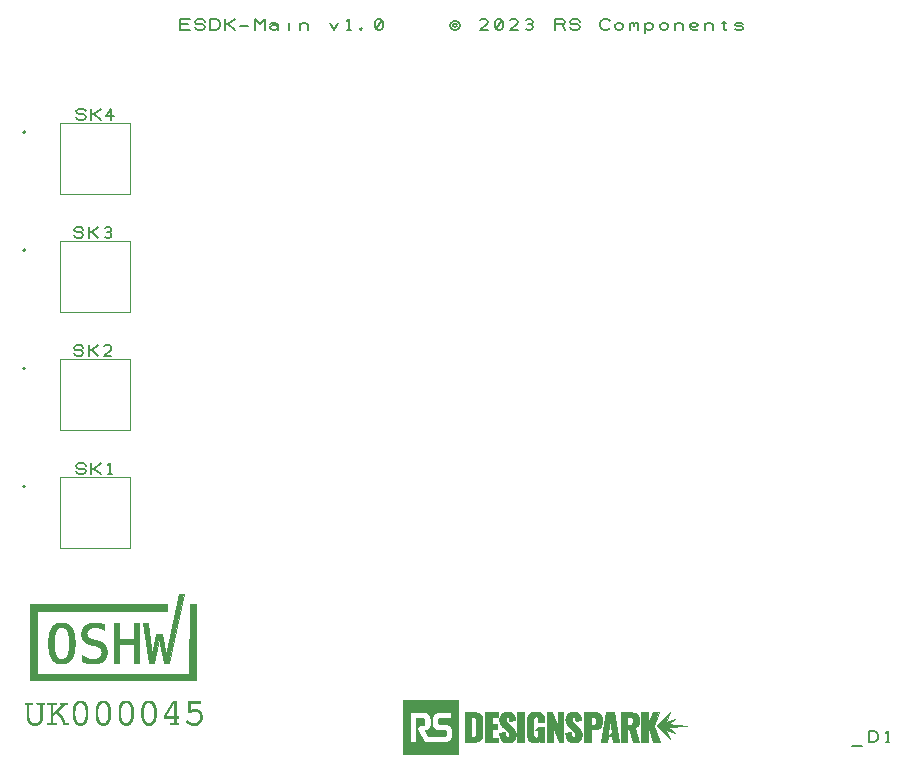
<source format=gbr>
G04 DesignSpark PCB PRO Gerber Version 10.0 Build 5299*
G04 #@! TF.Part,Single*
G04 #@! TF.FileFunction,Legend,Top*
G04 #@! TF.FilePolarity,Positive*
%FSLAX35Y35*%
%MOIN*%
%ADD107C,0.00001*%
%ADD106C,0.00100*%
%ADD105C,0.00394*%
%ADD10C,0.00500*%
%ADD80C,0.00787*%
G04 #@! TD.AperFunction*
X0Y0D02*
D02*
D10*
X31602Y140064D02*
X31915Y139439D01*
X32539Y139126D01*
X33789D01*
X34415Y139439D01*
X34727Y140064D01*
X34415Y140689D01*
X33789Y141002D01*
X32539D01*
X31915Y141314D01*
X31602Y141939D01*
X31915Y142564D01*
X32539Y142876D01*
X33789D01*
X34415Y142564D01*
X34727Y141939D01*
X36602Y139126D02*
Y142876D01*
Y141002D02*
X37539D01*
X39727Y142876D01*
X37539Y141002D02*
X39727Y139126D01*
X44102D02*
X41602D01*
X43789Y141314D01*
X44102Y141939D01*
X43789Y142564D01*
X43165Y142876D01*
X42227D01*
X41602Y142564D01*
X31602Y179434D02*
X31915Y178809D01*
X32539Y178496D01*
X33789D01*
X34415Y178809D01*
X34727Y179434D01*
X34415Y180059D01*
X33789Y180372D01*
X32539D01*
X31915Y180684D01*
X31602Y181309D01*
X31915Y181934D01*
X32539Y182246D01*
X33789D01*
X34415Y181934D01*
X34727Y181309D01*
X36602Y178496D02*
Y182246D01*
Y180372D02*
X37539D01*
X39727Y182246D01*
X37539Y180372D02*
X39727Y178496D01*
X41915Y178809D02*
X42539Y178496D01*
X43165D01*
X43789Y178809D01*
X44102Y179434D01*
X43789Y180059D01*
X43165Y180372D01*
X42539D01*
X43165D02*
X43789Y180684D01*
X44102Y181309D01*
X43789Y181934D01*
X43165Y182246D01*
X42539D01*
X41915Y181934D01*
X32389Y100694D02*
X32702Y100069D01*
X33327Y99756D01*
X34577D01*
X35202Y100069D01*
X35515Y100694D01*
X35202Y101319D01*
X34577Y101631D01*
X33327D01*
X32702Y101944D01*
X32389Y102569D01*
X32702Y103194D01*
X33327Y103506D01*
X34577D01*
X35202Y103194D01*
X35515Y102569D01*
X37389Y99756D02*
Y103506D01*
Y101631D02*
X38327D01*
X40515Y103506D01*
X38327Y101631D02*
X40515Y99756D01*
X43015D02*
X44265D01*
X43639D02*
Y103506D01*
X43015Y102881D01*
X32389Y218804D02*
X32702Y218179D01*
X33327Y217867D01*
X34577D01*
X35202Y218179D01*
X35515Y218804D01*
X35202Y219429D01*
X34577Y219742D01*
X33327D01*
X32702Y220054D01*
X32389Y220679D01*
X32702Y221304D01*
X33327Y221617D01*
X34577D01*
X35202Y221304D01*
X35515Y220679D01*
X37389Y217867D02*
Y221617D01*
Y219742D02*
X38327D01*
X40515Y221617D01*
X38327Y219742D02*
X40515Y217867D01*
X43952D02*
Y221617D01*
X42389Y219117D01*
X44889D01*
X67035Y247788D02*
Y251538D01*
X70161D01*
X69535Y249663D02*
X67035D01*
Y247788D02*
X70161D01*
X72035Y248726D02*
X72348Y248100D01*
X72973Y247788D01*
X74223D01*
X74848Y248100D01*
X75161Y248726D01*
X74848Y249350D01*
X74223Y249663D01*
X72973D01*
X72348Y249976D01*
X72035Y250600D01*
X72348Y251226D01*
X72973Y251538D01*
X74223D01*
X74848Y251226D01*
X75161Y250600D01*
X77035Y247788D02*
Y251538D01*
X78911D01*
X79535Y251226D01*
X79848Y250913D01*
X80161Y250288D01*
Y249038D01*
X79848Y248413D01*
X79535Y248100D01*
X78911Y247788D01*
X77035D01*
X82035D02*
Y251538D01*
Y249663D02*
X82973D01*
X85161Y251538D01*
X82973Y249663D02*
X85161Y247788D01*
X87035Y249038D02*
X89535D01*
X92035Y247788D02*
Y251538D01*
X93598Y249663D01*
X95161Y251538D01*
Y247788D01*
X97035Y249976D02*
X97661Y250288D01*
X98598D01*
X99223Y249976D01*
X99535Y249350D01*
Y248413D01*
X99223Y248100D01*
X98598Y247788D01*
X97973D01*
X97348Y248100D01*
X97035Y248413D01*
Y248726D01*
X97348Y249038D01*
X97973Y249350D01*
X98598D01*
X99223Y249038D01*
X99535Y248726D01*
Y248413D02*
Y247788D01*
X103285D02*
Y250288D01*
Y251226D02*
X107035Y247788D02*
Y250288D01*
Y249350D02*
X107348Y249976D01*
X107973Y250288D01*
X108598D01*
X109223Y249976D01*
X109535Y249350D01*
Y247788D01*
X117035Y250288D02*
X118285Y247788D01*
X119535Y250288D01*
X122661Y247788D02*
X123911D01*
X123285D02*
Y251538D01*
X122661Y250913D01*
X127348Y247788D02*
X127661Y248100D01*
X127348Y248413D01*
X127035Y248100D01*
X127348Y247788D01*
X132348Y248100D02*
X132973Y247788D01*
X133598D01*
X134223Y248100D01*
X134535Y248726D01*
Y250600D01*
X134223Y251226D01*
X133598Y251538D01*
X132973D01*
X132348Y251226D01*
X132035Y250600D01*
Y248726D01*
X132348Y248100D01*
X134223Y251226D01*
X157035Y249038D02*
Y249350D01*
X157348Y250288D01*
X157661Y250600D01*
X158285Y250913D01*
X158911D01*
X159535Y250600D01*
X159848Y250288D01*
X160161Y249350D01*
Y249038D01*
X159848Y248413D01*
X159535Y248100D01*
X158911Y247788D01*
X158285D01*
X157661Y248100D01*
X157348Y248413D01*
X157035Y249038D01*
X159223D02*
X158598Y248726D01*
X157973Y249038D01*
Y249663D01*
X158598Y249976D01*
X159223Y249663D01*
X169535Y247788D02*
X167035D01*
X169223Y249976D01*
X169535Y250600D01*
X169223Y251226D01*
X168598Y251538D01*
X167661D01*
X167035Y251226D01*
X172348Y248100D02*
X172973Y247788D01*
X173598D01*
X174223Y248100D01*
X174535Y248726D01*
Y250600D01*
X174223Y251226D01*
X173598Y251538D01*
X172973D01*
X172348Y251226D01*
X172035Y250600D01*
Y248726D01*
X172348Y248100D01*
X174223Y251226D01*
X179535Y247788D02*
X177035D01*
X179223Y249976D01*
X179535Y250600D01*
X179223Y251226D01*
X178598Y251538D01*
X177661D01*
X177035Y251226D01*
X182348Y248100D02*
X182973Y247788D01*
X183598D01*
X184223Y248100D01*
X184535Y248726D01*
X184223Y249350D01*
X183598Y249663D01*
X182973D01*
X183598D02*
X184223Y249976D01*
X184535Y250600D01*
X184223Y251226D01*
X183598Y251538D01*
X182973D01*
X182348Y251226D01*
X192035Y247788D02*
Y251538D01*
X194223D01*
X194848Y251226D01*
X195161Y250600D01*
X194848Y249976D01*
X194223Y249663D01*
X192035D01*
X194223D02*
X195161Y247788D01*
X197035Y248726D02*
X197348Y248100D01*
X197973Y247788D01*
X199223D01*
X199848Y248100D01*
X200161Y248726D01*
X199848Y249350D01*
X199223Y249663D01*
X197973D01*
X197348Y249976D01*
X197035Y250600D01*
X197348Y251226D01*
X197973Y251538D01*
X199223D01*
X199848Y251226D01*
X200161Y250600D01*
X210161Y248413D02*
X209848Y248100D01*
X209223Y247788D01*
X208285D01*
X207661Y248100D01*
X207348Y248413D01*
X207035Y249038D01*
Y250288D01*
X207348Y250913D01*
X207661Y251226D01*
X208285Y251538D01*
X209223D01*
X209848Y251226D01*
X210161Y250913D01*
X212035Y248726D02*
X212348Y248100D01*
X212973Y247788D01*
X213598D01*
X214223Y248100D01*
X214535Y248726D01*
Y249350D01*
X214223Y249976D01*
X213598Y250288D01*
X212973D01*
X212348Y249976D01*
X212035Y249350D01*
Y248726D01*
X217035Y247788D02*
Y250288D01*
Y249976D02*
X217348Y250288D01*
X217973D01*
X218285Y249976D01*
Y249038D01*
Y249976D02*
X218598Y250288D01*
X219223D01*
X219535Y249976D01*
Y247788D01*
X222035Y250288D02*
Y246850D01*
Y248726D02*
X222348Y248100D01*
X222973Y247788D01*
X223598D01*
X224223Y248100D01*
X224535Y248726D01*
Y249350D01*
X224223Y249976D01*
X223598Y250288D01*
X222973D01*
X222348Y249976D01*
X222035Y249350D01*
Y248726D01*
X227035D02*
X227348Y248100D01*
X227973Y247788D01*
X228598D01*
X229223Y248100D01*
X229535Y248726D01*
Y249350D01*
X229223Y249976D01*
X228598Y250288D01*
X227973D01*
X227348Y249976D01*
X227035Y249350D01*
Y248726D01*
X232035Y247788D02*
Y250288D01*
Y249350D02*
X232348Y249976D01*
X232973Y250288D01*
X233598D01*
X234223Y249976D01*
X234535Y249350D01*
Y247788D01*
X239535Y248100D02*
X239223Y247788D01*
X238598D01*
X237973D01*
X237348Y248100D01*
X237035Y248726D01*
Y249663D01*
X237348Y249976D01*
X237973Y250288D01*
X238598D01*
X239223Y249976D01*
X239535Y249663D01*
Y249350D01*
X239223Y249038D01*
X238598Y248726D01*
X237973D01*
X237348Y249038D01*
X237035Y249350D01*
X242035Y247788D02*
Y250288D01*
Y249350D02*
X242348Y249976D01*
X242973Y250288D01*
X243598D01*
X244223Y249976D01*
X244535Y249350D01*
Y247788D01*
X247556Y250288D02*
X249015D01*
X248285Y250913D02*
Y248100D01*
X248598Y247788D01*
X248911D01*
X249223Y248100D01*
X252035D02*
X252661Y247788D01*
X253911D01*
X254535Y248100D01*
Y248726D01*
X253911Y249038D01*
X252661D01*
X252035Y249350D01*
Y249976D01*
X252661Y250288D01*
X253911D01*
X254535Y249976D01*
X296563Y10387D02*
Y14137D01*
X298438D01*
X299063Y13824D01*
X299375Y13512D01*
X299688Y12887D01*
Y11637D01*
X299375Y11012D01*
X299063Y10699D01*
X298438Y10387D01*
X296563D01*
X302188D02*
X303438D01*
X302813D02*
Y14137D01*
X302188Y13512D01*
D02*
D80*
X14969Y95276D02*
G75*
G03*
Y96063I0J394D01*
G01*
Y95276D02*
G75*
G02*
Y96063I0J394D01*
G01*
Y134646D02*
G75*
G03*
Y135433I0J394D01*
G01*
Y134646D02*
G75*
G02*
Y135433I0J394D01*
G01*
Y174016D02*
G75*
G03*
Y174803I0J394D01*
G01*
Y174016D02*
G75*
G02*
Y174803I0J394D01*
G01*
Y213386D02*
G75*
G03*
Y214173I0J394D01*
G01*
Y213386D02*
G75*
G02*
Y214173I0J394D01*
G01*
X294397Y9252D02*
X290854D01*
D02*
D105*
X26780Y98819D02*
Y75197D01*
X50402D01*
Y98819D01*
X26780D01*
Y138189D02*
Y114567D01*
X50402D01*
Y138189D01*
X26780D01*
Y177559D02*
Y153937D01*
X50402D01*
Y177559D01*
X26780D01*
Y216929D02*
Y193307D01*
X50402D01*
Y216929D01*
X26780D01*
D02*
D106*
X141405Y24550D02*
Y6339D01*
X159615D01*
Y24550D01*
X141405D01*
X156939Y15879D02*
X157088Y15713D01*
X157215Y15539D01*
X157319Y15352D01*
X157403Y15151D01*
X157466Y14933D01*
X157510Y14696D01*
X157536Y14436D01*
X157544Y14150D01*
Y12831D01*
X157537Y12558D01*
X157509Y12300D01*
X157462Y12058D01*
X157396Y11831D01*
X157310Y11621D01*
X157206Y11428D01*
X157083Y11252D01*
X156942Y11094D01*
X156784Y10951D01*
X156608Y10829D01*
X156415Y10725D01*
X156205Y10638D01*
X155979Y10572D01*
X155737Y10526D01*
X155478Y10498D01*
X155205Y10491D01*
X148704D01*
X148550Y10509D01*
X148415Y10561D01*
X148302Y10644D01*
X148216Y10757D01*
X146321Y14125D01*
X146226Y14298D01*
X146150Y14486D01*
X146095Y14682D01*
X146064Y14885D01*
X146059Y15086D01*
X146083Y15283D01*
X146139Y15472D01*
X146228Y15647D01*
X146383Y15844D01*
X146560Y15980D01*
X146754Y16068D01*
X146965Y16118D01*
X147187Y16138D01*
X147420Y16143D01*
X147903Y16139D01*
X148013Y16147D01*
X148108Y16169D01*
X148190Y16207D01*
X148258Y16259D01*
X148311Y16326D01*
X148349Y16407D01*
X148371Y16502D01*
X148378Y16613D01*
Y17880D01*
X148371Y17993D01*
X148350Y18086D01*
X148311Y18166D01*
X148257Y18233D01*
X148189Y18287D01*
X148108Y18325D01*
X148013Y18347D01*
X147903Y18355D01*
X145632D01*
Y10493D01*
X143533D01*
Y20425D01*
X148114D01*
X148398Y20416D01*
X148658Y20388D01*
X148897Y20343D01*
X149117Y20277D01*
X149320Y20191D01*
X149508Y20085D01*
X149684Y19957D01*
X149848Y19808D01*
X149998Y19643D01*
X150124Y19467D01*
X150229Y19281D01*
X150312Y19080D01*
X150376Y18863D01*
X150419Y18625D01*
X150445Y18365D01*
X150454Y18079D01*
Y16349D01*
X150450Y16119D01*
X150428Y15901D01*
X150389Y15698D01*
X150333Y15507D01*
X150262Y15330D01*
X150174Y15167D01*
X150071Y15018D01*
X149953Y14883D01*
X149820Y14763D01*
X149673Y14658D01*
X149512Y14568D01*
X149337Y14494D01*
X149149Y14435D01*
X148948Y14391D01*
X148735Y14363D01*
X148510Y14354D01*
X149604Y12556D01*
X154977D01*
X155089Y12563D01*
X155183Y12585D01*
X155263Y12624D01*
X155331Y12678D01*
X155384Y12746D01*
X155422Y12827D01*
X155444Y12921D01*
X155451Y13031D01*
Y14024D01*
X155444Y14133D01*
X155421Y14229D01*
X155383Y14311D01*
X155331Y14378D01*
X155263Y14430D01*
X155181Y14468D01*
X155085Y14491D01*
X154976Y14498D01*
X153198D01*
X152926Y14507D01*
X152676Y14532D01*
X152446Y14576D01*
X152235Y14638D01*
X152040Y14719D01*
X151860Y14820D01*
X151692Y14943D01*
X151533Y15085D01*
X151390Y15244D01*
X151269Y15411D01*
X151169Y15590D01*
X151089Y15782D01*
X151028Y15991D01*
X150985Y16218D01*
X150961Y16468D01*
X150953Y16740D01*
Y18086D01*
X150959Y18360D01*
X150986Y18618D01*
X151033Y18860D01*
X151100Y19087D01*
X151185Y19296D01*
X151290Y19489D01*
X151413Y19665D01*
X151554Y19824D01*
X151713Y19963D01*
X151889Y20087D01*
X152083Y20191D01*
X152293Y20276D01*
X152519Y20343D01*
X152761Y20390D01*
X153019Y20417D01*
X153292Y20425D01*
X157332D01*
Y18355D01*
X153505D01*
X153395Y18347D01*
X153300Y18325D01*
X153218Y18287D01*
X153150Y18235D01*
X153097Y18168D01*
X153059Y18086D01*
X153037Y17990D01*
X153030Y17880D01*
Y16965D01*
X153037Y16855D01*
X153059Y16759D01*
X153097Y16678D01*
X153150Y16610D01*
X153218Y16558D01*
X153300Y16520D01*
X153395Y16498D01*
X153505Y16490D01*
X155196D01*
X155480Y16481D01*
X155741Y16455D01*
X155982Y16410D01*
X156204Y16344D01*
X156408Y16260D01*
X156598Y16155D01*
X156774Y16028D01*
X156939Y15879D01*
X141455Y15458D02*
G36*
X141455Y15458D02*
Y6389D01*
X159565D01*
Y15458D01*
X157260D01*
X157319Y15352D01*
X157403Y15151D01*
X157466Y14933D01*
X157510Y14696D01*
X157536Y14436D01*
X157544Y14150D01*
Y12831D01*
X157537Y12558D01*
X157509Y12300D01*
X157462Y12058D01*
X157396Y11831D01*
X157310Y11621D01*
X157206Y11428D01*
X157083Y11252D01*
X156942Y11094D01*
X156784Y10951D01*
X156608Y10829D01*
X156415Y10725D01*
X156205Y10638D01*
X155979Y10572D01*
X155737Y10526D01*
X155478Y10498D01*
X155205Y10491D01*
X148704D01*
X148550Y10509D01*
X148415Y10561D01*
X148302Y10644D01*
X148216Y10757D01*
X146321Y14125D01*
X146226Y14298D01*
X146150Y14486D01*
X146095Y14682D01*
X146064Y14885D01*
X146059Y15086D01*
X146083Y15283D01*
X146134Y15458D01*
X145632D01*
Y10493D01*
X143533D01*
Y15458D01*
X141455D01*
G37*
X148735Y14363D02*
G36*
X148735Y14363D02*
X148510Y14354D01*
X149604Y12556D01*
X154977D01*
X155089Y12563D01*
X155183Y12585D01*
X155263Y12624D01*
X155331Y12678D01*
X155384Y12746D01*
X155422Y12827D01*
X155444Y12921D01*
X155451Y13031D01*
Y14024D01*
X155444Y14133D01*
X155421Y14229D01*
X155383Y14311D01*
X155331Y14378D01*
X155263Y14430D01*
X155181Y14468D01*
X155085Y14491D01*
X154976Y14498D01*
X153198D01*
X152926Y14507D01*
X152676Y14532D01*
X152446Y14576D01*
X152235Y14638D01*
X152040Y14719D01*
X151860Y14820D01*
X151692Y14943D01*
X151533Y15085D01*
X151390Y15244D01*
X151269Y15411D01*
X151243Y15458D01*
X150314D01*
X150262Y15330D01*
X150174Y15167D01*
X150071Y15018D01*
X149953Y14883D01*
X149820Y14763D01*
X149673Y14658D01*
X149512Y14568D01*
X149337Y14494D01*
X149149Y14435D01*
X148948Y14391D01*
X148735Y14363D01*
G37*
X141455Y24500D02*
G36*
X141455Y24500D02*
Y15458D01*
X143533D01*
Y20425D01*
X148114D01*
X148398Y20416D01*
X148658Y20388D01*
X148897Y20343D01*
X149117Y20277D01*
X149320Y20191D01*
X149508Y20085D01*
X149684Y19957D01*
X149848Y19808D01*
X149998Y19643D01*
X150124Y19467D01*
X150229Y19281D01*
X150312Y19080D01*
X150376Y18863D01*
X150419Y18625D01*
X150445Y18365D01*
X150454Y18079D01*
Y16349D01*
X150450Y16119D01*
X150428Y15901D01*
X150389Y15698D01*
X150333Y15507D01*
X150314Y15458D01*
X151243D01*
X151169Y15590D01*
X151089Y15782D01*
X151028Y15991D01*
X150985Y16218D01*
X150961Y16468D01*
X150953Y16740D01*
Y18086D01*
X150959Y18360D01*
X150986Y18618D01*
X151033Y18860D01*
X151100Y19087D01*
X151185Y19296D01*
X151290Y19489D01*
X151413Y19665D01*
X151554Y19824D01*
X151713Y19963D01*
X151889Y20087D01*
X152083Y20191D01*
X152293Y20276D01*
X152519Y20343D01*
X152761Y20390D01*
X153019Y20417D01*
X153292Y20425D01*
X157332D01*
Y18355D01*
X153505D01*
X153395Y18347D01*
X153300Y18325D01*
X153218Y18287D01*
X153150Y18235D01*
X153097Y18168D01*
X153059Y18086D01*
X153037Y17990D01*
X153030Y17880D01*
Y16965D01*
X153037Y16855D01*
X153059Y16759D01*
X153097Y16678D01*
X153150Y16610D01*
X153218Y16558D01*
X153300Y16520D01*
X153395Y16498D01*
X153505Y16490D01*
X155196D01*
X155480Y16481D01*
X155741Y16455D01*
X155982Y16410D01*
X156204Y16344D01*
X156408Y16260D01*
X156598Y16155D01*
X156774Y16028D01*
X156939Y15879D01*
X157088Y15713D01*
X157215Y15539D01*
X157260Y15458D01*
X159565D01*
Y24500D01*
X141455D01*
G37*
X145632Y18355D02*
G36*
X145632Y18355D02*
Y15458D01*
X146134D01*
X146139Y15472D01*
X146228Y15647D01*
X146383Y15844D01*
X146560Y15980D01*
X146754Y16068D01*
X146965Y16118D01*
X147187Y16138D01*
X147420Y16143D01*
X147903Y16139D01*
X148013Y16147D01*
X148108Y16169D01*
X148190Y16207D01*
X148258Y16259D01*
X148311Y16326D01*
X148349Y16407D01*
X148371Y16502D01*
X148378Y16613D01*
Y17880D01*
X148371Y17993D01*
X148350Y18086D01*
X148311Y18166D01*
X148257Y18233D01*
X148189Y18287D01*
X148108Y18325D01*
X148013Y18347D01*
X147903Y18355D01*
X145632D01*
G37*
X161900Y20425D02*
Y10493D01*
X164438D01*
X164897Y10504D01*
X165316Y10537D01*
X165695Y10594D01*
X166037Y10676D01*
X166341Y10782D01*
X166612Y10913D01*
X166849Y11068D01*
X167054Y11249D01*
X167230Y11457D01*
X167377Y11690D01*
X167497Y11951D01*
X167592Y12240D01*
X167663Y12557D01*
X167712Y12902D01*
X167740Y13277D01*
X167749Y13680D01*
Y17286D01*
X167740Y17685D01*
X167712Y18054D01*
X167663Y18394D01*
X167592Y18707D01*
X167496Y18991D01*
X167376Y19248D01*
X167228Y19479D01*
X167052Y19682D01*
X166844Y19860D01*
X166606Y20013D01*
X166333Y20141D01*
X166026Y20244D01*
X165682Y20324D01*
X165300Y20380D01*
X164877Y20413D01*
X164413Y20425D01*
X161900D01*
X164438Y12013D02*
X164094D01*
Y18891D01*
X164426D01*
X164750Y18875D01*
X165001Y18822D01*
X165189Y18733D01*
X165322Y18605D01*
X165410Y18436D01*
X165462Y18225D01*
X165486Y17968D01*
X165493Y17666D01*
Y13337D01*
X165488Y13022D01*
X165467Y12752D01*
X165420Y12525D01*
X165338Y12339D01*
X165279Y12263D01*
X165208Y12196D01*
X165122Y12139D01*
X165022Y12094D01*
X164769Y12032D01*
X164438Y12013D01*
X161950Y15452D02*
G36*
X161950Y15452D02*
Y10543D01*
X165352D01*
X165695Y10594D01*
X166037Y10676D01*
X166341Y10782D01*
X166612Y10913D01*
X166849Y11068D01*
X167054Y11249D01*
X167230Y11457D01*
X167377Y11690D01*
X167497Y11951D01*
X167592Y12240D01*
X167663Y12557D01*
X167699Y12810D01*
Y15452D01*
X165493D01*
Y13337D01*
X165488Y13022D01*
X165467Y12752D01*
X165420Y12525D01*
X165338Y12339D01*
X165279Y12263D01*
X165208Y12196D01*
X165122Y12139D01*
X165022Y12094D01*
X164769Y12032D01*
X164438Y12013D01*
X164094D01*
Y15452D01*
X161950D01*
G37*
Y20375D02*
G36*
X161950Y20375D02*
Y15452D01*
X164094D01*
Y18891D01*
X164426D01*
X164750Y18875D01*
X165001Y18822D01*
X165189Y18733D01*
X165322Y18605D01*
X165410Y18436D01*
X165462Y18225D01*
X165486Y17968D01*
X165493Y17666D01*
Y15452D01*
X167699D01*
Y18144D01*
X167663Y18394D01*
X167592Y18707D01*
X167496Y18991D01*
X167376Y19248D01*
X167228Y19479D01*
X167052Y19682D01*
X166844Y19860D01*
X166606Y20013D01*
X166333Y20141D01*
X166026Y20244D01*
X165682Y20324D01*
X165337Y20375D01*
X161950D01*
G37*
X168595Y20425D02*
X173059D01*
Y18928D01*
X170790D01*
Y16463D01*
X172519D01*
Y14944D01*
X170790D01*
Y11976D01*
X173083D01*
Y10493D01*
X168595D01*
Y20425D01*
G36*
X168595Y20425D02*
X173059D01*
Y18928D01*
X170790D01*
Y16463D01*
X172519D01*
Y14944D01*
X170790D01*
Y11976D01*
X173083D01*
Y10493D01*
X168595D01*
Y20425D01*
G37*
X173365Y13496D02*
X175241Y13778D01*
X175263Y13332D01*
X175310Y12959D01*
X175382Y12654D01*
X175479Y12413D01*
X175600Y12231D01*
X175746Y12107D01*
X175917Y12036D01*
X176112Y12013D01*
X176266Y12029D01*
X176389Y12077D01*
X176486Y12151D01*
X176558Y12246D01*
X176609Y12356D01*
X176641Y12478D01*
X176664Y12736D01*
X176644Y13029D01*
X176588Y13297D01*
X176496Y13543D01*
X176371Y13772D01*
X176214Y13990D01*
X176028Y14201D01*
X175813Y14411D01*
X175572Y14625D01*
X174714Y15372D01*
X174438Y15617D01*
X174184Y15877D01*
X173957Y16155D01*
X173761Y16455D01*
X173600Y16781D01*
X173479Y17138D01*
X173404Y17530D01*
X173377Y17960D01*
X173390Y18266D01*
X173426Y18554D01*
X173487Y18824D01*
X173571Y19075D01*
X173677Y19307D01*
X173806Y19520D01*
X173955Y19715D01*
X174125Y19889D01*
X174316Y20044D01*
X174526Y20180D01*
X174755Y20294D01*
X175002Y20389D01*
X175267Y20463D01*
X175548Y20517D01*
X175847Y20549D01*
X176161Y20559D01*
X176538Y20540D01*
X176874Y20486D01*
X177173Y20399D01*
X177436Y20282D01*
X177665Y20140D01*
X177863Y19975D01*
X178033Y19788D01*
X178175Y19586D01*
X178293Y19370D01*
X178389Y19144D01*
X178465Y18909D01*
X178523Y18671D01*
X178596Y18194D01*
X178626Y17739D01*
X176737Y17506D01*
X176705Y18105D01*
X176670Y18352D01*
X176615Y18560D01*
X176534Y18728D01*
X176423Y18851D01*
X176276Y18927D01*
X176087Y18954D01*
X175946Y18933D01*
X175824Y18880D01*
X175723Y18799D01*
X175641Y18696D01*
X175578Y18576D01*
X175534Y18446D01*
X175507Y18313D01*
X175499Y18180D01*
X175516Y17920D01*
X175567Y17686D01*
X175650Y17474D01*
X175761Y17278D01*
X175899Y17093D01*
X176063Y16913D01*
X176455Y16549D01*
X177277Y15826D01*
X177590Y15544D01*
X177880Y15244D01*
X178143Y14922D01*
X178371Y14576D01*
X178559Y14199D01*
X178701Y13788D01*
X178791Y13338D01*
X178822Y12847D01*
X178810Y12586D01*
X178775Y12333D01*
X178718Y12091D01*
X178638Y11860D01*
X178537Y11641D01*
X178417Y11435D01*
X178276Y11244D01*
X178115Y11067D01*
X177937Y10907D01*
X177740Y10765D01*
X177526Y10641D01*
X177296Y10537D01*
X177050Y10455D01*
X176788Y10394D01*
X176512Y10357D01*
X176222Y10344D01*
X175882Y10356D01*
X175564Y10389D01*
X175268Y10447D01*
X174994Y10527D01*
X174743Y10631D01*
X174513Y10760D01*
X174305Y10913D01*
X174118Y11093D01*
X173952Y11298D01*
X173807Y11529D01*
X173683Y11787D01*
X173579Y12072D01*
X173495Y12386D01*
X173432Y12727D01*
X173389Y13097D01*
X173365Y13496D01*
G36*
X173365Y13496D02*
X175241Y13778D01*
X175263Y13332D01*
X175310Y12959D01*
X175382Y12654D01*
X175479Y12413D01*
X175600Y12231D01*
X175746Y12107D01*
X175917Y12036D01*
X176112Y12013D01*
X176266Y12029D01*
X176389Y12077D01*
X176486Y12151D01*
X176558Y12246D01*
X176609Y12356D01*
X176641Y12478D01*
X176664Y12736D01*
X176644Y13029D01*
X176588Y13297D01*
X176496Y13543D01*
X176371Y13772D01*
X176214Y13990D01*
X176028Y14201D01*
X175813Y14411D01*
X175572Y14625D01*
X174714Y15372D01*
X174438Y15617D01*
X174184Y15877D01*
X173957Y16155D01*
X173761Y16455D01*
X173600Y16781D01*
X173479Y17138D01*
X173404Y17530D01*
X173377Y17960D01*
X173390Y18266D01*
X173426Y18554D01*
X173487Y18824D01*
X173571Y19075D01*
X173677Y19307D01*
X173806Y19520D01*
X173955Y19715D01*
X174125Y19889D01*
X174316Y20044D01*
X174526Y20180D01*
X174755Y20294D01*
X175002Y20389D01*
X175267Y20463D01*
X175548Y20517D01*
X175847Y20549D01*
X176161Y20559D01*
X176538Y20540D01*
X176874Y20486D01*
X177173Y20399D01*
X177436Y20282D01*
X177665Y20140D01*
X177863Y19975D01*
X178033Y19788D01*
X178175Y19586D01*
X178293Y19370D01*
X178389Y19144D01*
X178465Y18909D01*
X178523Y18671D01*
X178596Y18194D01*
X178626Y17739D01*
X176737Y17506D01*
X176705Y18105D01*
X176670Y18352D01*
X176615Y18560D01*
X176534Y18728D01*
X176423Y18851D01*
X176276Y18927D01*
X176087Y18954D01*
X175946Y18933D01*
X175824Y18880D01*
X175723Y18799D01*
X175641Y18696D01*
X175578Y18576D01*
X175534Y18446D01*
X175507Y18313D01*
X175499Y18180D01*
X175516Y17920D01*
X175567Y17686D01*
X175650Y17474D01*
X175761Y17278D01*
X175899Y17093D01*
X176063Y16913D01*
X176455Y16549D01*
X177277Y15826D01*
X177590Y15544D01*
X177880Y15244D01*
X178143Y14922D01*
X178371Y14576D01*
X178559Y14199D01*
X178701Y13788D01*
X178791Y13338D01*
X178822Y12847D01*
X178810Y12586D01*
X178775Y12333D01*
X178718Y12091D01*
X178638Y11860D01*
X178537Y11641D01*
X178417Y11435D01*
X178276Y11244D01*
X178115Y11067D01*
X177937Y10907D01*
X177740Y10765D01*
X177526Y10641D01*
X177296Y10537D01*
X177050Y10455D01*
X176788Y10394D01*
X176512Y10357D01*
X176222Y10344D01*
X175882Y10356D01*
X175564Y10389D01*
X175268Y10447D01*
X174994Y10527D01*
X174743Y10631D01*
X174513Y10760D01*
X174305Y10913D01*
X174118Y11093D01*
X173952Y11298D01*
X173807Y11529D01*
X173683Y11787D01*
X173579Y12072D01*
X173495Y12386D01*
X173432Y12727D01*
X173389Y13097D01*
X173365Y13496D01*
G37*
X179410Y20425D02*
X181606D01*
Y10493D01*
X179410D01*
Y20425D01*
G36*
X179410Y20425D02*
X181606D01*
Y10493D01*
X179410D01*
Y20425D01*
G37*
X186591Y15643D02*
X185354Y14354D01*
X186387D01*
Y13190D01*
X186378Y12940D01*
X186348Y12704D01*
X186294Y12486D01*
X186211Y12293D01*
X186097Y12131D01*
X185948Y12008D01*
X185759Y11930D01*
X185529Y11902D01*
X185300Y11929D01*
X185116Y12005D01*
X184973Y12124D01*
X184865Y12280D01*
X184790Y12469D01*
X184741Y12683D01*
X184715Y12917D01*
X184707Y13165D01*
Y17763D01*
X184726Y18213D01*
X184761Y18424D01*
X184821Y18615D01*
X184915Y18777D01*
X185049Y18904D01*
X185134Y18950D01*
X185231Y18986D01*
X185468Y19015D01*
X185697Y18989D01*
X185872Y18917D01*
X186002Y18802D01*
X186093Y18655D01*
X186152Y18476D01*
X186185Y18275D01*
X186204Y17825D01*
Y17016D01*
X188349D01*
Y17654D01*
X188341Y17970D01*
X188315Y18275D01*
X188269Y18563D01*
X188204Y18837D01*
X188117Y19094D01*
X188009Y19332D01*
X187876Y19554D01*
X187719Y19755D01*
X187537Y19936D01*
X187328Y20096D01*
X187090Y20233D01*
X186823Y20348D01*
X186527Y20439D01*
X186198Y20506D01*
X185837Y20546D01*
X185443Y20559D01*
X185036Y20544D01*
X184664Y20498D01*
X184326Y20422D01*
X184020Y20318D01*
X183747Y20185D01*
X183504Y20026D01*
X183289Y19839D01*
X183103Y19628D01*
X182943Y19391D01*
X182808Y19131D01*
X182698Y18848D01*
X182610Y18543D01*
X182544Y18215D01*
X182498Y17867D01*
X182472Y17500D01*
X182463Y17113D01*
Y13778D01*
X182471Y13402D01*
X182496Y13043D01*
X182538Y12700D01*
X182599Y12378D01*
X182680Y12075D01*
X182782Y11791D01*
X182906Y11531D01*
X183052Y11294D01*
X183223Y11080D01*
X183419Y10891D01*
X183642Y10729D01*
X183891Y10594D01*
X184170Y10486D01*
X184478Y10408D01*
X184816Y10361D01*
X185186Y10344D01*
X185494Y10363D01*
X185766Y10417D01*
X186006Y10502D01*
X186214Y10618D01*
X186395Y10759D01*
X186550Y10925D01*
X186681Y11110D01*
X186792Y11313D01*
X186915Y10493D01*
X188362D01*
Y15643D01*
X186591D01*
G36*
X186591Y15643D02*
X185354Y14354D01*
X186387D01*
Y13190D01*
X186378Y12940D01*
X186348Y12704D01*
X186294Y12486D01*
X186211Y12293D01*
X186097Y12131D01*
X185948Y12008D01*
X185759Y11930D01*
X185529Y11902D01*
X185300Y11929D01*
X185116Y12005D01*
X184973Y12124D01*
X184865Y12280D01*
X184790Y12469D01*
X184741Y12683D01*
X184715Y12917D01*
X184707Y13165D01*
Y17763D01*
X184726Y18213D01*
X184761Y18424D01*
X184821Y18615D01*
X184915Y18777D01*
X185049Y18904D01*
X185134Y18950D01*
X185231Y18986D01*
X185468Y19015D01*
X185697Y18989D01*
X185872Y18917D01*
X186002Y18802D01*
X186093Y18655D01*
X186152Y18476D01*
X186185Y18275D01*
X186204Y17825D01*
Y17016D01*
X188349D01*
Y17654D01*
X188341Y17970D01*
X188315Y18275D01*
X188269Y18563D01*
X188204Y18837D01*
X188117Y19094D01*
X188009Y19332D01*
X187876Y19554D01*
X187719Y19755D01*
X187537Y19936D01*
X187328Y20096D01*
X187090Y20233D01*
X186823Y20348D01*
X186527Y20439D01*
X186198Y20506D01*
X185837Y20546D01*
X185443Y20559D01*
X185036Y20544D01*
X184664Y20498D01*
X184326Y20422D01*
X184020Y20318D01*
X183747Y20185D01*
X183504Y20026D01*
X183289Y19839D01*
X183103Y19628D01*
X182943Y19391D01*
X182808Y19131D01*
X182698Y18848D01*
X182610Y18543D01*
X182544Y18215D01*
X182498Y17867D01*
X182472Y17500D01*
X182463Y17113D01*
Y13778D01*
X182471Y13402D01*
X182496Y13043D01*
X182538Y12700D01*
X182599Y12378D01*
X182680Y12075D01*
X182782Y11791D01*
X182906Y11531D01*
X183052Y11294D01*
X183223Y11080D01*
X183419Y10891D01*
X183642Y10729D01*
X183891Y10594D01*
X184170Y10486D01*
X184478Y10408D01*
X184816Y10361D01*
X185186Y10344D01*
X185494Y10363D01*
X185766Y10417D01*
X186006Y10502D01*
X186214Y10618D01*
X186395Y10759D01*
X186550Y10925D01*
X186681Y11110D01*
X186792Y11313D01*
X186915Y10493D01*
X188362D01*
Y15643D01*
X186591D01*
G37*
X189245Y20425D02*
X190790D01*
X192825Y15643D01*
Y20425D01*
X194640D01*
Y10493D01*
X193156D01*
X191121Y15643D01*
Y10493D01*
X189245D01*
Y20425D01*
G36*
X189245Y20425D02*
X190790D01*
X192825Y15643D01*
Y20425D01*
X194640D01*
Y10493D01*
X193156D01*
X191121Y15643D01*
Y10493D01*
X189245D01*
Y20425D01*
G37*
X195413Y13496D02*
X197289Y13778D01*
X197311Y13332D01*
X197357Y12959D01*
X197430Y12654D01*
X197526Y12413D01*
X197648Y12231D01*
X197794Y12107D01*
X197965Y12036D01*
X198159Y12013D01*
X198313Y12029D01*
X198437Y12077D01*
X198533Y12151D01*
X198606Y12246D01*
X198656Y12356D01*
X198689Y12478D01*
X198711Y12736D01*
X198692Y13029D01*
X198635Y13297D01*
X198544Y13543D01*
X198419Y13772D01*
X198261Y13990D01*
X198075Y14201D01*
X197860Y14411D01*
X197620Y14625D01*
X196761Y15372D01*
X196485Y15617D01*
X196232Y15877D01*
X196004Y16155D01*
X195808Y16455D01*
X195647Y16781D01*
X195527Y17138D01*
X195451Y17530D01*
X195425Y17960D01*
X195437Y18266D01*
X195474Y18554D01*
X195535Y18824D01*
X195618Y19075D01*
X195724Y19307D01*
X195853Y19520D01*
X196002Y19715D01*
X196173Y19889D01*
X196363Y20044D01*
X196573Y20180D01*
X196802Y20294D01*
X197049Y20389D01*
X197314Y20463D01*
X197596Y20517D01*
X197894Y20549D01*
X198208Y20559D01*
X198585Y20540D01*
X198922Y20486D01*
X199220Y20399D01*
X199483Y20282D01*
X199713Y20140D01*
X199911Y19975D01*
X200080Y19788D01*
X200222Y19586D01*
X200341Y19370D01*
X200437Y19144D01*
X200513Y18909D01*
X200571Y18671D01*
X200644Y18194D01*
X200673Y17739D01*
X198785Y17506D01*
X198752Y18105D01*
X198717Y18352D01*
X198662Y18560D01*
X198582Y18728D01*
X198471Y18851D01*
X198324Y18927D01*
X198135Y18954D01*
X197993Y18933D01*
X197872Y18880D01*
X197771Y18799D01*
X197689Y18696D01*
X197626Y18576D01*
X197581Y18446D01*
X197555Y18313D01*
X197546Y18180D01*
X197564Y17920D01*
X197615Y17686D01*
X197697Y17474D01*
X197808Y17278D01*
X197947Y17093D01*
X198110Y16913D01*
X198503Y16549D01*
X199324Y15826D01*
X199637Y15544D01*
X199928Y15244D01*
X200191Y14922D01*
X200419Y14576D01*
X200607Y14199D01*
X200749Y13788D01*
X200838Y13338D01*
X200869Y12847D01*
X200857Y12586D01*
X200822Y12333D01*
X200765Y12091D01*
X200686Y11860D01*
X200585Y11641D01*
X200464Y11435D01*
X200323Y11244D01*
X200163Y11067D01*
X199984Y10907D01*
X199787Y10765D01*
X199574Y10641D01*
X199343Y10537D01*
X199097Y10455D01*
X198835Y10394D01*
X198559Y10357D01*
X198270Y10344D01*
X197929Y10356D01*
X197611Y10389D01*
X197316Y10447D01*
X197042Y10527D01*
X196791Y10631D01*
X196561Y10760D01*
X196352Y10913D01*
X196165Y11093D01*
X195999Y11298D01*
X195854Y11529D01*
X195730Y11787D01*
X195626Y12072D01*
X195543Y12386D01*
X195480Y12727D01*
X195436Y13097D01*
X195413Y13496D01*
G36*
X195413Y13496D02*
X197289Y13778D01*
X197311Y13332D01*
X197357Y12959D01*
X197430Y12654D01*
X197526Y12413D01*
X197648Y12231D01*
X197794Y12107D01*
X197965Y12036D01*
X198159Y12013D01*
X198313Y12029D01*
X198437Y12077D01*
X198533Y12151D01*
X198606Y12246D01*
X198656Y12356D01*
X198689Y12478D01*
X198711Y12736D01*
X198692Y13029D01*
X198635Y13297D01*
X198544Y13543D01*
X198419Y13772D01*
X198261Y13990D01*
X198075Y14201D01*
X197860Y14411D01*
X197620Y14625D01*
X196761Y15372D01*
X196485Y15617D01*
X196232Y15877D01*
X196004Y16155D01*
X195808Y16455D01*
X195647Y16781D01*
X195527Y17138D01*
X195451Y17530D01*
X195425Y17960D01*
X195437Y18266D01*
X195474Y18554D01*
X195535Y18824D01*
X195618Y19075D01*
X195724Y19307D01*
X195853Y19520D01*
X196002Y19715D01*
X196173Y19889D01*
X196363Y20044D01*
X196573Y20180D01*
X196802Y20294D01*
X197049Y20389D01*
X197314Y20463D01*
X197596Y20517D01*
X197894Y20549D01*
X198208Y20559D01*
X198585Y20540D01*
X198922Y20486D01*
X199220Y20399D01*
X199483Y20282D01*
X199713Y20140D01*
X199911Y19975D01*
X200080Y19788D01*
X200222Y19586D01*
X200341Y19370D01*
X200437Y19144D01*
X200513Y18909D01*
X200571Y18671D01*
X200644Y18194D01*
X200673Y17739D01*
X198785Y17506D01*
X198752Y18105D01*
X198717Y18352D01*
X198662Y18560D01*
X198582Y18728D01*
X198471Y18851D01*
X198324Y18927D01*
X198135Y18954D01*
X197993Y18933D01*
X197872Y18880D01*
X197771Y18799D01*
X197689Y18696D01*
X197626Y18576D01*
X197581Y18446D01*
X197555Y18313D01*
X197546Y18180D01*
X197564Y17920D01*
X197615Y17686D01*
X197697Y17474D01*
X197808Y17278D01*
X197947Y17093D01*
X198110Y16913D01*
X198503Y16549D01*
X199324Y15826D01*
X199637Y15544D01*
X199928Y15244D01*
X200191Y14922D01*
X200419Y14576D01*
X200607Y14199D01*
X200749Y13788D01*
X200838Y13338D01*
X200869Y12847D01*
X200857Y12586D01*
X200822Y12333D01*
X200765Y12091D01*
X200686Y11860D01*
X200585Y11641D01*
X200464Y11435D01*
X200323Y11244D01*
X200163Y11067D01*
X199984Y10907D01*
X199787Y10765D01*
X199574Y10641D01*
X199343Y10537D01*
X199097Y10455D01*
X198835Y10394D01*
X198559Y10357D01*
X198270Y10344D01*
X197929Y10356D01*
X197611Y10389D01*
X197316Y10447D01*
X197042Y10527D01*
X196791Y10631D01*
X196561Y10760D01*
X196352Y10913D01*
X196165Y11093D01*
X195999Y11298D01*
X195854Y11529D01*
X195730Y11787D01*
X195626Y12072D01*
X195543Y12386D01*
X195480Y12727D01*
X195436Y13097D01*
X195413Y13496D01*
G37*
X201691Y20425D02*
Y10493D01*
X203886D01*
Y14710D01*
X204769D01*
X205353Y14738D01*
X205630Y14775D01*
X205895Y14830D01*
X206146Y14906D01*
X206382Y15001D01*
X206603Y15121D01*
X206806Y15267D01*
X206990Y15438D01*
X207154Y15639D01*
X207296Y15870D01*
X207416Y16132D01*
X207511Y16430D01*
X207581Y16763D01*
X207624Y17133D01*
X207638Y17543D01*
X207628Y17878D01*
X207599Y18194D01*
X207549Y18491D01*
X207480Y18769D01*
X207390Y19026D01*
X207280Y19263D01*
X207150Y19479D01*
X206999Y19674D01*
X206827Y19847D01*
X206634Y19998D01*
X206420Y20127D01*
X206185Y20232D01*
X205928Y20316D01*
X205649Y20376D01*
X205348Y20413D01*
X205026Y20425D01*
X201691D01*
X204622Y16243D02*
X203886D01*
Y18879D01*
X204609D01*
X204904Y18855D01*
X205133Y18781D01*
X205304Y18666D01*
X205425Y18510D01*
X205504Y18319D01*
X205551Y18098D01*
X205572Y17850D01*
X205578Y17579D01*
X205570Y17261D01*
X205543Y16988D01*
X205489Y16758D01*
X205404Y16571D01*
X205280Y16427D01*
X205113Y16325D01*
X204895Y16263D01*
X204622Y16243D01*
X201741Y17561D02*
G36*
X201741Y17561D02*
Y10543D01*
X203886D01*
Y14710D01*
X204769D01*
X205353Y14738D01*
X205630Y14775D01*
X205895Y14830D01*
X206146Y14906D01*
X206382Y15001D01*
X206603Y15121D01*
X206806Y15267D01*
X206990Y15438D01*
X207154Y15639D01*
X207296Y15870D01*
X207416Y16132D01*
X207511Y16430D01*
X207581Y16763D01*
X207588Y16827D01*
Y17561D01*
X205578D01*
X205570Y17261D01*
X205543Y16988D01*
X205489Y16758D01*
X205404Y16571D01*
X205280Y16427D01*
X205113Y16325D01*
X204895Y16263D01*
X204622Y16243D01*
X203886D01*
Y17561D01*
X201741D01*
G37*
Y20375D02*
G36*
X201741Y20375D02*
Y17561D01*
X203886D01*
Y18879D01*
X204609D01*
X204904Y18855D01*
X205133Y18781D01*
X205304Y18666D01*
X205425Y18510D01*
X205504Y18319D01*
X205551Y18098D01*
X205572Y17850D01*
X205578Y17579D01*
X205578Y17561D01*
X207588D01*
Y18258D01*
X207549Y18491D01*
X207480Y18769D01*
X207390Y19026D01*
X207280Y19263D01*
X207150Y19479D01*
X206999Y19674D01*
X206827Y19847D01*
X206634Y19998D01*
X206420Y20127D01*
X206185Y20232D01*
X205928Y20316D01*
X205652Y20375D01*
X201741D01*
G37*
X211525Y20425D02*
X209024D01*
X207148Y10493D01*
X209220D01*
X209563Y12589D01*
X209759Y13900D01*
X210287Y17776D01*
X210814Y13900D01*
X209563Y12589D01*
X211023D01*
X211354Y10493D01*
X213377D01*
X211525Y20425D01*
G36*
X211525Y20425D02*
X209024D01*
X207148Y10493D01*
X209220D01*
X209563Y12589D01*
X209759Y13900D01*
X210287Y17776D01*
X210814Y13900D01*
X209563Y12589D01*
X211023D01*
X211354Y10493D01*
X213377D01*
X211525Y20425D01*
G37*
X213892D02*
Y10493D01*
X216087D01*
Y14944D01*
X216712D01*
X217804Y10493D01*
X220072D01*
X218711Y15299D01*
X219045Y15490D01*
X219315Y15713D01*
X219526Y15971D01*
X219686Y16265D01*
X219800Y16593D01*
X219873Y16958D01*
X219913Y17360D01*
X219925Y17800D01*
X219910Y18174D01*
X219865Y18511D01*
X219792Y18817D01*
X219691Y19090D01*
X219563Y19332D01*
X219408Y19547D01*
X219229Y19733D01*
X219025Y19894D01*
X218798Y20030D01*
X218548Y20144D01*
X218277Y20236D01*
X217985Y20308D01*
X217673Y20361D01*
X217342Y20397D01*
X216626Y20425D01*
X213892D01*
X216700Y16206D02*
X216087D01*
Y18954D01*
X216798D01*
X217085Y18930D01*
X217320Y18861D01*
X217510Y18749D01*
X217657Y18596D01*
X217764Y18402D01*
X217836Y18171D01*
X217877Y17905D01*
X217889Y17605D01*
X217876Y17290D01*
X217833Y17013D01*
X217756Y16774D01*
X217640Y16574D01*
X217481Y16416D01*
X217274Y16300D01*
X217015Y16230D01*
X216700Y16206D01*
X213942Y17580D02*
G36*
X213942Y17580D02*
Y10543D01*
X216087D01*
Y14944D01*
X216712D01*
X217791Y10543D01*
X220022D01*
Y10669D01*
X218711Y15299D01*
X219045Y15490D01*
X219315Y15713D01*
X219526Y15971D01*
X219686Y16265D01*
X219800Y16593D01*
X219873Y16958D01*
X219913Y17360D01*
X219919Y17580D01*
X217888D01*
X217876Y17290D01*
X217833Y17013D01*
X217756Y16774D01*
X217640Y16574D01*
X217481Y16416D01*
X217274Y16300D01*
X217015Y16230D01*
X216700Y16206D01*
X216087D01*
Y17580D01*
X213942D01*
G37*
Y20375D02*
G36*
X213942Y20375D02*
Y17580D01*
X216087D01*
Y18954D01*
X216798D01*
X217085Y18930D01*
X217320Y18861D01*
X217510Y18749D01*
X217657Y18596D01*
X217764Y18402D01*
X217836Y18171D01*
X217877Y17905D01*
X217889Y17605D01*
X217888Y17580D01*
X219919D01*
X219925Y17800D01*
X219910Y18174D01*
X219865Y18511D01*
X219792Y18817D01*
X219691Y19090D01*
X219563Y19332D01*
X219408Y19547D01*
X219229Y19733D01*
X219025Y19894D01*
X218798Y20030D01*
X218548Y20144D01*
X218277Y20236D01*
X217985Y20308D01*
X217673Y20361D01*
X217548Y20375D01*
X213942D01*
G37*
X220759Y20425D02*
X222954D01*
Y16366D01*
X224622Y20425D01*
X226767D01*
X224928Y15937D01*
X226853Y10493D01*
X224622D01*
X223187Y14882D01*
X222954Y14489D01*
Y10493D01*
X220759D01*
Y20425D01*
G36*
X220759Y20425D02*
X222954D01*
Y16366D01*
X224622Y20425D01*
X226767D01*
X224928Y15937D01*
X226853Y10493D01*
X224622D01*
X223187Y14882D01*
X222954Y14489D01*
Y10493D01*
X220759D01*
Y20425D01*
G37*
X225956Y15933D02*
X235887Y15935D02*
X235893D01*
X235887D02*
X235893D01*
X235880D01*
X229559Y16426D01*
X232029Y18233D01*
X228947Y17221D01*
X230413Y20433D01*
X225956Y15933D01*
X230413Y11433D01*
X228947Y14646D01*
X232029Y13635D01*
X229559Y15441D01*
X235880Y15933D01*
X235893D01*
Y15935D01*
G36*
X235893Y15935D02*
X235880D01*
X229559Y16426D01*
X232029Y18233D01*
X228947Y17221D01*
X230413Y20433D01*
X225956Y15933D01*
X230413Y11433D01*
X228947Y14646D01*
X232029Y13635D01*
X229559Y15441D01*
X235880Y15933D01*
X235893D01*
Y15935D01*
G37*
D02*
D107*
X16956Y56536D02*
Y30983D01*
X72356D01*
Y56536D01*
X70152D01*
X70103Y33235D01*
X19209D01*
Y54283D01*
X62512D01*
Y56536D01*
X16956D01*
G36*
X16956Y56536D02*
Y30983D01*
X72356D01*
Y56536D01*
X70152D01*
X70103Y33235D01*
X19209D01*
Y54283D01*
X62512D01*
Y56536D01*
X16956D01*
G37*
X21383Y23081D02*
X20932D01*
Y18737D01*
X20931Y18667D01*
X20929Y18598D01*
X20925Y18529D01*
X20920Y18461D01*
X20913Y18393D01*
X20905Y18327D01*
X20895Y18261D01*
X20883Y18196D01*
X20870Y18131D01*
X20856Y18068D01*
X20840Y18005D01*
X20823Y17943D01*
X20804Y17881D01*
X20783Y17820D01*
X20761Y17760D01*
X20737Y17701D01*
X20713Y17643D01*
X20686Y17585D01*
X20658Y17528D01*
X20628Y17471D01*
X20597Y17415D01*
X20564Y17361D01*
X20530Y17307D01*
X20494Y17253D01*
X20457Y17200D01*
X20419Y17148D01*
X20378Y17097D01*
X20337Y17047D01*
X20293Y16997D01*
X20248Y16948D01*
X20202Y16900D01*
X20155Y16853D01*
X20107Y16807D01*
X20058Y16763D01*
X20009Y16720D01*
X19959Y16680D01*
X19908Y16640D01*
X19857Y16602D01*
X19805Y16566D01*
X19752Y16531D01*
X19700Y16498D01*
X19646Y16467D01*
X19591Y16436D01*
X19536Y16408D01*
X19481Y16381D01*
X19424Y16355D01*
X19368Y16331D01*
X19310Y16309D01*
X19252Y16288D01*
X19193Y16269D01*
X19134Y16251D01*
X19074Y16235D01*
X19013Y16220D01*
X18952Y16207D01*
X18890Y16195D01*
X18827Y16185D01*
X18764Y16177D01*
X18700Y16170D01*
X18636Y16164D01*
X18571Y16161D01*
X18505Y16158D01*
X18439Y16158D01*
X18394D01*
X18350Y16159D01*
X18306Y16160D01*
X18263Y16163D01*
X18219Y16165D01*
X18176Y16169D01*
X18133Y16173D01*
X18091Y16178D01*
X18049Y16183D01*
X18008Y16189D01*
X17967Y16196D01*
X17925Y16203D01*
X17885Y16211D01*
X17844Y16219D01*
X17804Y16228D01*
X17765Y16238D01*
X17725Y16248D01*
X17686Y16259D01*
X17647Y16271D01*
X17609Y16283D01*
X17571Y16296D01*
X17533Y16310D01*
X17496Y16324D01*
X17458Y16339D01*
X17385Y16370D01*
X17349Y16387D01*
X17313Y16405D01*
X17278Y16423D01*
X17243Y16441D01*
X17207Y16461D01*
X17173Y16480D01*
X17139Y16501D01*
X17105Y16522D01*
X17071Y16544D01*
X17038Y16567D01*
X17005Y16589D01*
X16972Y16613D01*
X16941Y16638D01*
X16909Y16663D01*
X16877Y16688D01*
X16846Y16715D01*
X16815Y16742D01*
X16784Y16769D01*
X16754Y16798D01*
X16724Y16826D01*
X16694Y16856D01*
X16665Y16886D01*
X16637Y16917D01*
X16608Y16948D01*
X16580Y16980D01*
X16552Y17013D01*
X16524Y17047D01*
X16497Y17081D01*
X16470Y17115D01*
X16444Y17151D01*
X16418Y17187D01*
X16392Y17223D01*
X16366Y17261D01*
X16341Y17298D01*
X16316Y17337D01*
X16292Y17376D01*
X16268Y17416D01*
X16244Y17457D01*
X16222Y17497D01*
X16201Y17538D01*
X16180Y17579D01*
X16160Y17620D01*
X16141Y17662D01*
X16122Y17704D01*
X16104Y17746D01*
X16087Y17788D01*
X16072Y17831D01*
X16056Y17874D01*
X16042Y17917D01*
X16028Y17960D01*
X16015Y18004D01*
X16003Y18048D01*
X15991Y18092D01*
X15981Y18137D01*
X15971Y18181D01*
X15962Y18226D01*
X15954Y18271D01*
X15946Y18317D01*
X15939Y18363D01*
X15933Y18408D01*
X15928Y18455D01*
X15924Y18501D01*
X15920Y18548D01*
X15918Y18595D01*
X15916Y18642D01*
X15915Y18690D01*
X15915Y18737D01*
Y23081D01*
X15463D01*
X15452Y23081D01*
X15440Y23081D01*
X15418Y23082D01*
X15407Y23083D01*
X15396Y23084D01*
X15386Y23085D01*
X15376Y23086D01*
X15366Y23088D01*
X15338Y23093D01*
X15329Y23094D01*
X15320Y23096D01*
X15311Y23099D01*
X15295Y23104D01*
X15287Y23106D01*
X15272Y23112D01*
X15265Y23115D01*
X15257Y23118D01*
X15251Y23122D01*
X15244Y23125D01*
X15238Y23129D01*
X15231Y23132D01*
X15220Y23140D01*
X15214Y23144D01*
X15209Y23149D01*
X15204Y23154D01*
X15194Y23163D01*
X15190Y23169D01*
X15185Y23174D01*
X15181Y23179D01*
X15177Y23185D01*
X15173Y23190D01*
X15169Y23196D01*
X15165Y23201D01*
X15162Y23207D01*
X15159Y23213D01*
X15156Y23219D01*
X15153Y23225D01*
X15150Y23231D01*
X15148Y23237D01*
X15145Y23243D01*
X15143Y23250D01*
X15141Y23256D01*
X15139Y23263D01*
X15134Y23283D01*
X15133Y23290D01*
X15131Y23296D01*
X15131Y23304D01*
X15130Y23311D01*
X15130Y23318D01*
X15129Y23326D01*
Y23356D01*
X15130Y23363D01*
X15130Y23370D01*
X15131Y23378D01*
X15134Y23399D01*
X15136Y23406D01*
X15138Y23413D01*
X15139Y23419D01*
X15142Y23426D01*
X15144Y23433D01*
X15146Y23439D01*
X15149Y23446D01*
X15152Y23452D01*
X15161Y23471D01*
X15165Y23477D01*
X15176Y23494D01*
X15181Y23500D01*
X15189Y23511D01*
X15194Y23517D01*
X15199Y23522D01*
X15204Y23528D01*
X15210Y23533D01*
X15215Y23539D01*
X15220Y23543D01*
X15225Y23546D01*
X15231Y23550D01*
X15236Y23554D01*
X15242Y23557D01*
X15248Y23560D01*
X15254Y23563D01*
X15261Y23566D01*
X15268Y23569D01*
X15282Y23575D01*
X15289Y23577D01*
X15305Y23582D01*
X15313Y23584D01*
X15330Y23588D01*
X15339Y23589D01*
X15348Y23591D01*
X15367Y23594D01*
X15387Y23596D01*
X15397Y23597D01*
X15418Y23599D01*
X15429Y23599D01*
X15440Y23600D01*
X15452D01*
X15463Y23600D01*
X17405D01*
X17439Y23599D01*
X17450Y23598D01*
X17461Y23598D01*
X17472Y23596D01*
X17492Y23594D01*
X17502Y23593D01*
X17521Y23589D01*
X17530Y23587D01*
X17539Y23585D01*
X17557Y23581D01*
X17573Y23575D01*
X17581Y23572D01*
X17589Y23569D01*
X17596Y23566D01*
X17604Y23563D01*
X17611Y23559D01*
X17617Y23556D01*
X17624Y23552D01*
X17637Y23544D01*
X17648Y23535D01*
X17654Y23531D01*
X17659Y23526D01*
X17669Y23517D01*
X17674Y23513D01*
X17678Y23508D01*
X17683Y23503D01*
X17687Y23498D01*
X17695Y23488D01*
X17699Y23482D01*
X17703Y23477D01*
X17706Y23472D01*
X17709Y23466D01*
X17713Y23460D01*
X17715Y23455D01*
X17718Y23449D01*
X17721Y23443D01*
X17723Y23437D01*
X17726Y23430D01*
X17730Y23418D01*
X17731Y23411D01*
X17734Y23398D01*
X17735Y23391D01*
X17737Y23384D01*
X17739Y23363D01*
X17739Y23356D01*
Y23326D01*
X17739Y23318D01*
X17737Y23304D01*
X17737Y23296D01*
X17735Y23290D01*
X17734Y23283D01*
X17730Y23263D01*
X17728Y23256D01*
X17726Y23250D01*
X17721Y23237D01*
X17718Y23231D01*
X17715Y23225D01*
X17713Y23219D01*
X17709Y23213D01*
X17706Y23207D01*
X17703Y23201D01*
X17699Y23196D01*
X17695Y23190D01*
X17691Y23185D01*
X17687Y23179D01*
X17683Y23174D01*
X17678Y23169D01*
X17674Y23163D01*
X17664Y23154D01*
X17659Y23149D01*
X17654Y23144D01*
X17648Y23140D01*
X17637Y23132D01*
X17630Y23129D01*
X17624Y23125D01*
X17617Y23122D01*
X17611Y23118D01*
X17596Y23112D01*
X17589Y23109D01*
X17573Y23104D01*
X17557Y23099D01*
X17548Y23096D01*
X17539Y23094D01*
X17530Y23093D01*
X17502Y23088D01*
X17492Y23086D01*
X17482Y23085D01*
X17472Y23084D01*
X17461Y23083D01*
X17450Y23082D01*
X17439Y23082D01*
X17405Y23081D01*
X16434D01*
Y18737D01*
X16435Y18682D01*
X16437Y18628D01*
X16440Y18573D01*
X16444Y18520D01*
X16449Y18467D01*
X16456Y18414D01*
X16464Y18362D01*
X16473Y18311D01*
X16483Y18260D01*
X16495Y18209D01*
X16508Y18160D01*
X16522Y18111D01*
X16537Y18062D01*
X16554Y18014D01*
X16572Y17966D01*
X16591Y17919D01*
X16611Y17872D01*
X16632Y17826D01*
X16655Y17781D01*
X16679Y17736D01*
X16704Y17691D01*
X16730Y17648D01*
X16757Y17604D01*
X16786Y17561D01*
X16817Y17519D01*
X16848Y17478D01*
X16880Y17437D01*
X16914Y17396D01*
X16948Y17356D01*
X16985Y17316D01*
X17022Y17277D01*
X17060Y17239D01*
X17098Y17202D01*
X17138Y17167D01*
X17177Y17132D01*
X17217Y17099D01*
X17257Y17067D01*
X17298Y17037D01*
X17340Y17007D01*
X17381Y16980D01*
X17424Y16952D01*
X17466Y16927D01*
X17509Y16902D01*
X17553Y16880D01*
X17597Y16857D01*
X17641Y16837D01*
X17686Y16818D01*
X17731Y16800D01*
X17778Y16783D01*
X17824Y16767D01*
X17870Y16753D01*
X17918Y16739D01*
X17965Y16728D01*
X18013Y16717D01*
X18062Y16708D01*
X18111Y16700D01*
X18160Y16693D01*
X18210Y16687D01*
X18260Y16683D01*
X18311Y16680D01*
X18362Y16678D01*
X18414Y16677D01*
X18447D01*
X18480Y16678D01*
X18513Y16679D01*
X18577Y16683D01*
X18609Y16686D01*
X18641Y16689D01*
X18673Y16693D01*
X18704Y16697D01*
X18735Y16702D01*
X18767Y16707D01*
X18798Y16712D01*
X18828Y16719D01*
X18859Y16725D01*
X18889Y16732D01*
X18919Y16740D01*
X18949Y16748D01*
X18979Y16756D01*
X19009Y16765D01*
X19038Y16775D01*
X19067Y16785D01*
X19096Y16796D01*
X19125Y16807D01*
X19154Y16818D01*
X19182Y16830D01*
X19210Y16843D01*
X19238Y16856D01*
X19266Y16869D01*
X19293Y16883D01*
X19321Y16897D01*
X19348Y16912D01*
X19376Y16928D01*
X19403Y16944D01*
X19430Y16960D01*
X19456Y16977D01*
X19483Y16994D01*
X19509Y17013D01*
X19535Y17031D01*
X19561Y17050D01*
X19587Y17070D01*
X19612Y17090D01*
X19637Y17111D01*
X19662Y17132D01*
X19687Y17154D01*
X19711Y17176D01*
X19735Y17199D01*
X19759Y17222D01*
X19783Y17246D01*
X19806Y17271D01*
X19830Y17296D01*
X19853Y17321D01*
X19876Y17347D01*
X19898Y17374D01*
X19920Y17401D01*
X19943Y17428D01*
X19964Y17456D01*
X19986Y17485D01*
X20007Y17514D01*
X20028Y17544D01*
X20050Y17574D01*
X20070Y17605D01*
X20111Y17668D01*
X20131Y17700D01*
X20150Y17732D01*
X20168Y17764D01*
X20186Y17797D01*
X20203Y17830D01*
X20220Y17863D01*
X20235Y17896D01*
X20250Y17930D01*
X20265Y17964D01*
X20278Y17998D01*
X20291Y18033D01*
X20304Y18068D01*
X20316Y18103D01*
X20327Y18138D01*
X20337Y18174D01*
X20347Y18209D01*
X20356Y18245D01*
X20364Y18282D01*
X20372Y18318D01*
X20379Y18355D01*
X20385Y18392D01*
X20391Y18430D01*
X20396Y18467D01*
X20400Y18505D01*
X20404Y18543D01*
X20407Y18581D01*
X20409Y18620D01*
X20411Y18659D01*
X20412Y18698D01*
X20412Y18737D01*
Y23081D01*
X19441D01*
X19407Y23082D01*
X19396Y23082D01*
X19385Y23083D01*
X19375Y23084D01*
X19365Y23085D01*
X19354Y23086D01*
X19344Y23088D01*
X19316Y23093D01*
X19307Y23094D01*
X19298Y23096D01*
X19290Y23099D01*
X19273Y23104D01*
X19257Y23109D01*
X19250Y23112D01*
X19236Y23118D01*
X19229Y23122D01*
X19222Y23125D01*
X19216Y23129D01*
X19210Y23132D01*
X19198Y23140D01*
X19193Y23144D01*
X19187Y23149D01*
X19182Y23154D01*
X19172Y23163D01*
X19168Y23169D01*
X19163Y23174D01*
X19159Y23179D01*
X19155Y23185D01*
X19151Y23190D01*
X19147Y23196D01*
X19144Y23201D01*
X19141Y23207D01*
X19137Y23213D01*
X19134Y23219D01*
X19131Y23225D01*
X19128Y23231D01*
X19126Y23237D01*
X19121Y23250D01*
X19119Y23256D01*
X19117Y23263D01*
X19112Y23283D01*
X19111Y23290D01*
X19110Y23296D01*
X19109Y23304D01*
X19107Y23318D01*
X19107Y23326D01*
Y23333D01*
X19107Y23341D01*
X19107Y23348D01*
Y23356D01*
X19107Y23363D01*
X19110Y23384D01*
X19111Y23391D01*
X19112Y23398D01*
X19115Y23411D01*
X19117Y23418D01*
X19121Y23430D01*
X19123Y23437D01*
X19126Y23443D01*
X19128Y23449D01*
X19131Y23455D01*
X19134Y23460D01*
X19137Y23466D01*
X19141Y23472D01*
X19144Y23477D01*
X19147Y23482D01*
X19151Y23488D01*
X19159Y23498D01*
X19163Y23503D01*
X19168Y23508D01*
X19177Y23517D01*
X19187Y23526D01*
X19193Y23531D01*
X19198Y23535D01*
X19210Y23544D01*
X19222Y23552D01*
X19229Y23556D01*
X19236Y23559D01*
X19243Y23563D01*
X19250Y23566D01*
X19257Y23569D01*
X19265Y23572D01*
X19273Y23575D01*
X19290Y23581D01*
X19307Y23585D01*
X19316Y23587D01*
X19326Y23589D01*
X19344Y23593D01*
X19354Y23594D01*
X19375Y23596D01*
X19385Y23598D01*
X19396Y23598D01*
X19407Y23599D01*
X19441Y23600D01*
X21383D01*
X21395Y23600D01*
X21406Y23600D01*
X21417Y23599D01*
X21439Y23598D01*
X21450Y23596D01*
X21460Y23595D01*
X21470Y23594D01*
X21480Y23593D01*
X21499Y23589D01*
X21509Y23587D01*
X21518Y23585D01*
X21535Y23581D01*
X21552Y23575D01*
X21559Y23572D01*
X21582Y23563D01*
X21589Y23559D01*
X21596Y23556D01*
X21602Y23552D01*
X21615Y23544D01*
X21621Y23540D01*
X21626Y23535D01*
X21637Y23526D01*
X21643Y23522D01*
X21647Y23517D01*
X21652Y23513D01*
X21657Y23508D01*
X21661Y23503D01*
X21665Y23498D01*
X21670Y23493D01*
X21674Y23488D01*
X21677Y23482D01*
X21681Y23477D01*
X21684Y23472D01*
X21687Y23466D01*
X21691Y23460D01*
X21694Y23455D01*
X21696Y23449D01*
X21699Y23443D01*
X21702Y23437D01*
X21704Y23430D01*
X21706Y23424D01*
X21707Y23418D01*
X21709Y23411D01*
X21713Y23398D01*
X21714Y23391D01*
X21715Y23384D01*
X21717Y23370D01*
X21717Y23363D01*
X21718Y23348D01*
Y23333D01*
X21717Y23318D01*
X21717Y23311D01*
X21716Y23304D01*
X21715Y23296D01*
X21714Y23290D01*
X21713Y23283D01*
X21709Y23269D01*
X21707Y23263D01*
X21706Y23256D01*
X21704Y23250D01*
X21702Y23243D01*
X21699Y23237D01*
X21696Y23231D01*
X21694Y23225D01*
X21691Y23219D01*
X21684Y23207D01*
X21677Y23196D01*
X21674Y23190D01*
X21670Y23185D01*
X21665Y23179D01*
X21661Y23174D01*
X21657Y23169D01*
X21652Y23163D01*
X21647Y23159D01*
X21643Y23154D01*
X21637Y23149D01*
X21626Y23140D01*
X21621Y23136D01*
X21615Y23132D01*
X21609Y23129D01*
X21602Y23125D01*
X21596Y23122D01*
X21589Y23118D01*
X21582Y23115D01*
X21574Y23112D01*
X21559Y23106D01*
X21552Y23104D01*
X21535Y23099D01*
X21526Y23096D01*
X21518Y23094D01*
X21509Y23093D01*
X21480Y23088D01*
X21470Y23086D01*
X21460Y23085D01*
X21450Y23084D01*
X21439Y23083D01*
X21428Y23082D01*
X21406Y23081D01*
X21395Y23081D01*
X21383Y23081D01*
G36*
X21383Y23081D02*
X20932D01*
Y18737D01*
X20931Y18667D01*
X20929Y18598D01*
X20925Y18529D01*
X20920Y18461D01*
X20913Y18393D01*
X20905Y18327D01*
X20895Y18261D01*
X20883Y18196D01*
X20870Y18131D01*
X20856Y18068D01*
X20840Y18005D01*
X20823Y17943D01*
X20804Y17881D01*
X20783Y17820D01*
X20761Y17760D01*
X20737Y17701D01*
X20713Y17643D01*
X20686Y17585D01*
X20658Y17528D01*
X20628Y17471D01*
X20597Y17415D01*
X20564Y17361D01*
X20530Y17307D01*
X20494Y17253D01*
X20457Y17200D01*
X20419Y17148D01*
X20378Y17097D01*
X20337Y17047D01*
X20293Y16997D01*
X20248Y16948D01*
X20202Y16900D01*
X20155Y16853D01*
X20107Y16807D01*
X20058Y16763D01*
X20009Y16720D01*
X19959Y16680D01*
X19908Y16640D01*
X19857Y16602D01*
X19805Y16566D01*
X19752Y16531D01*
X19700Y16498D01*
X19646Y16467D01*
X19591Y16436D01*
X19536Y16408D01*
X19481Y16381D01*
X19424Y16355D01*
X19368Y16331D01*
X19310Y16309D01*
X19252Y16288D01*
X19193Y16269D01*
X19134Y16251D01*
X19074Y16235D01*
X19013Y16220D01*
X18952Y16207D01*
X18890Y16195D01*
X18827Y16185D01*
X18764Y16177D01*
X18700Y16170D01*
X18636Y16164D01*
X18571Y16161D01*
X18505Y16158D01*
X18439Y16158D01*
X18394D01*
X18350Y16159D01*
X18306Y16160D01*
X18263Y16163D01*
X18219Y16165D01*
X18176Y16169D01*
X18133Y16173D01*
X18091Y16178D01*
X18049Y16183D01*
X18008Y16189D01*
X17967Y16196D01*
X17925Y16203D01*
X17885Y16211D01*
X17844Y16219D01*
X17804Y16228D01*
X17765Y16238D01*
X17725Y16248D01*
X17686Y16259D01*
X17647Y16271D01*
X17609Y16283D01*
X17571Y16296D01*
X17533Y16310D01*
X17496Y16324D01*
X17458Y16339D01*
X17385Y16370D01*
X17349Y16387D01*
X17313Y16405D01*
X17278Y16423D01*
X17243Y16441D01*
X17207Y16461D01*
X17173Y16480D01*
X17139Y16501D01*
X17105Y16522D01*
X17071Y16544D01*
X17038Y16567D01*
X17005Y16589D01*
X16972Y16613D01*
X16941Y16638D01*
X16909Y16663D01*
X16877Y16688D01*
X16846Y16715D01*
X16815Y16742D01*
X16784Y16769D01*
X16754Y16798D01*
X16724Y16826D01*
X16694Y16856D01*
X16665Y16886D01*
X16637Y16917D01*
X16608Y16948D01*
X16580Y16980D01*
X16552Y17013D01*
X16524Y17047D01*
X16497Y17081D01*
X16470Y17115D01*
X16444Y17151D01*
X16418Y17187D01*
X16392Y17223D01*
X16366Y17261D01*
X16341Y17298D01*
X16316Y17337D01*
X16292Y17376D01*
X16268Y17416D01*
X16244Y17457D01*
X16222Y17497D01*
X16201Y17538D01*
X16180Y17579D01*
X16160Y17620D01*
X16141Y17662D01*
X16122Y17704D01*
X16104Y17746D01*
X16087Y17788D01*
X16072Y17831D01*
X16056Y17874D01*
X16042Y17917D01*
X16028Y17960D01*
X16015Y18004D01*
X16003Y18048D01*
X15991Y18092D01*
X15981Y18137D01*
X15971Y18181D01*
X15962Y18226D01*
X15954Y18271D01*
X15946Y18317D01*
X15939Y18363D01*
X15933Y18408D01*
X15928Y18455D01*
X15924Y18501D01*
X15920Y18548D01*
X15918Y18595D01*
X15916Y18642D01*
X15915Y18690D01*
X15915Y18737D01*
Y23081D01*
X15463D01*
X15452Y23081D01*
X15440Y23081D01*
X15418Y23082D01*
X15407Y23083D01*
X15396Y23084D01*
X15386Y23085D01*
X15376Y23086D01*
X15366Y23088D01*
X15338Y23093D01*
X15329Y23094D01*
X15320Y23096D01*
X15311Y23099D01*
X15295Y23104D01*
X15287Y23106D01*
X15272Y23112D01*
X15265Y23115D01*
X15257Y23118D01*
X15251Y23122D01*
X15244Y23125D01*
X15238Y23129D01*
X15231Y23132D01*
X15220Y23140D01*
X15214Y23144D01*
X15209Y23149D01*
X15204Y23154D01*
X15194Y23163D01*
X15190Y23169D01*
X15185Y23174D01*
X15181Y23179D01*
X15177Y23185D01*
X15173Y23190D01*
X15169Y23196D01*
X15165Y23201D01*
X15162Y23207D01*
X15159Y23213D01*
X15156Y23219D01*
X15153Y23225D01*
X15150Y23231D01*
X15148Y23237D01*
X15145Y23243D01*
X15143Y23250D01*
X15141Y23256D01*
X15139Y23263D01*
X15134Y23283D01*
X15133Y23290D01*
X15131Y23296D01*
X15131Y23304D01*
X15130Y23311D01*
X15130Y23318D01*
X15129Y23326D01*
Y23356D01*
X15130Y23363D01*
X15130Y23370D01*
X15131Y23378D01*
X15134Y23399D01*
X15136Y23406D01*
X15138Y23413D01*
X15139Y23419D01*
X15142Y23426D01*
X15144Y23433D01*
X15146Y23439D01*
X15149Y23446D01*
X15152Y23452D01*
X15161Y23471D01*
X15165Y23477D01*
X15176Y23494D01*
X15181Y23500D01*
X15189Y23511D01*
X15194Y23517D01*
X15199Y23522D01*
X15204Y23528D01*
X15210Y23533D01*
X15215Y23539D01*
X15220Y23543D01*
X15225Y23546D01*
X15231Y23550D01*
X15236Y23554D01*
X15242Y23557D01*
X15248Y23560D01*
X15254Y23563D01*
X15261Y23566D01*
X15268Y23569D01*
X15282Y23575D01*
X15289Y23577D01*
X15305Y23582D01*
X15313Y23584D01*
X15330Y23588D01*
X15339Y23589D01*
X15348Y23591D01*
X15367Y23594D01*
X15387Y23596D01*
X15397Y23597D01*
X15418Y23599D01*
X15429Y23599D01*
X15440Y23600D01*
X15452D01*
X15463Y23600D01*
X17405D01*
X17439Y23599D01*
X17450Y23598D01*
X17461Y23598D01*
X17472Y23596D01*
X17492Y23594D01*
X17502Y23593D01*
X17521Y23589D01*
X17530Y23587D01*
X17539Y23585D01*
X17557Y23581D01*
X17573Y23575D01*
X17581Y23572D01*
X17589Y23569D01*
X17596Y23566D01*
X17604Y23563D01*
X17611Y23559D01*
X17617Y23556D01*
X17624Y23552D01*
X17637Y23544D01*
X17648Y23535D01*
X17654Y23531D01*
X17659Y23526D01*
X17669Y23517D01*
X17674Y23513D01*
X17678Y23508D01*
X17683Y23503D01*
X17687Y23498D01*
X17695Y23488D01*
X17699Y23482D01*
X17703Y23477D01*
X17706Y23472D01*
X17709Y23466D01*
X17713Y23460D01*
X17715Y23455D01*
X17718Y23449D01*
X17721Y23443D01*
X17723Y23437D01*
X17726Y23430D01*
X17730Y23418D01*
X17731Y23411D01*
X17734Y23398D01*
X17735Y23391D01*
X17737Y23384D01*
X17739Y23363D01*
X17739Y23356D01*
Y23326D01*
X17739Y23318D01*
X17737Y23304D01*
X17737Y23296D01*
X17735Y23290D01*
X17734Y23283D01*
X17730Y23263D01*
X17728Y23256D01*
X17726Y23250D01*
X17721Y23237D01*
X17718Y23231D01*
X17715Y23225D01*
X17713Y23219D01*
X17709Y23213D01*
X17706Y23207D01*
X17703Y23201D01*
X17699Y23196D01*
X17695Y23190D01*
X17691Y23185D01*
X17687Y23179D01*
X17683Y23174D01*
X17678Y23169D01*
X17674Y23163D01*
X17664Y23154D01*
X17659Y23149D01*
X17654Y23144D01*
X17648Y23140D01*
X17637Y23132D01*
X17630Y23129D01*
X17624Y23125D01*
X17617Y23122D01*
X17611Y23118D01*
X17596Y23112D01*
X17589Y23109D01*
X17573Y23104D01*
X17557Y23099D01*
X17548Y23096D01*
X17539Y23094D01*
X17530Y23093D01*
X17502Y23088D01*
X17492Y23086D01*
X17482Y23085D01*
X17472Y23084D01*
X17461Y23083D01*
X17450Y23082D01*
X17439Y23082D01*
X17405Y23081D01*
X16434D01*
Y18737D01*
X16435Y18682D01*
X16437Y18628D01*
X16440Y18573D01*
X16444Y18520D01*
X16449Y18467D01*
X16456Y18414D01*
X16464Y18362D01*
X16473Y18311D01*
X16483Y18260D01*
X16495Y18209D01*
X16508Y18160D01*
X16522Y18111D01*
X16537Y18062D01*
X16554Y18014D01*
X16572Y17966D01*
X16591Y17919D01*
X16611Y17872D01*
X16632Y17826D01*
X16655Y17781D01*
X16679Y17736D01*
X16704Y17691D01*
X16730Y17648D01*
X16757Y17604D01*
X16786Y17561D01*
X16817Y17519D01*
X16848Y17478D01*
X16880Y17437D01*
X16914Y17396D01*
X16948Y17356D01*
X16985Y17316D01*
X17022Y17277D01*
X17060Y17239D01*
X17098Y17202D01*
X17138Y17167D01*
X17177Y17132D01*
X17217Y17099D01*
X17257Y17067D01*
X17298Y17037D01*
X17340Y17007D01*
X17381Y16980D01*
X17424Y16952D01*
X17466Y16927D01*
X17509Y16902D01*
X17553Y16880D01*
X17597Y16857D01*
X17641Y16837D01*
X17686Y16818D01*
X17731Y16800D01*
X17778Y16783D01*
X17824Y16767D01*
X17870Y16753D01*
X17918Y16739D01*
X17965Y16728D01*
X18013Y16717D01*
X18062Y16708D01*
X18111Y16700D01*
X18160Y16693D01*
X18210Y16687D01*
X18260Y16683D01*
X18311Y16680D01*
X18362Y16678D01*
X18414Y16677D01*
X18447D01*
X18480Y16678D01*
X18513Y16679D01*
X18577Y16683D01*
X18609Y16686D01*
X18641Y16689D01*
X18673Y16693D01*
X18704Y16697D01*
X18735Y16702D01*
X18767Y16707D01*
X18798Y16712D01*
X18828Y16719D01*
X18859Y16725D01*
X18889Y16732D01*
X18919Y16740D01*
X18949Y16748D01*
X18979Y16756D01*
X19009Y16765D01*
X19038Y16775D01*
X19067Y16785D01*
X19096Y16796D01*
X19125Y16807D01*
X19154Y16818D01*
X19182Y16830D01*
X19210Y16843D01*
X19238Y16856D01*
X19266Y16869D01*
X19293Y16883D01*
X19321Y16897D01*
X19348Y16912D01*
X19376Y16928D01*
X19403Y16944D01*
X19430Y16960D01*
X19456Y16977D01*
X19483Y16994D01*
X19509Y17013D01*
X19535Y17031D01*
X19561Y17050D01*
X19587Y17070D01*
X19612Y17090D01*
X19637Y17111D01*
X19662Y17132D01*
X19687Y17154D01*
X19711Y17176D01*
X19735Y17199D01*
X19759Y17222D01*
X19783Y17246D01*
X19806Y17271D01*
X19830Y17296D01*
X19853Y17321D01*
X19876Y17347D01*
X19898Y17374D01*
X19920Y17401D01*
X19943Y17428D01*
X19964Y17456D01*
X19986Y17485D01*
X20007Y17514D01*
X20028Y17544D01*
X20050Y17574D01*
X20070Y17605D01*
X20111Y17668D01*
X20131Y17700D01*
X20150Y17732D01*
X20168Y17764D01*
X20186Y17797D01*
X20203Y17830D01*
X20220Y17863D01*
X20235Y17896D01*
X20250Y17930D01*
X20265Y17964D01*
X20278Y17998D01*
X20291Y18033D01*
X20304Y18068D01*
X20316Y18103D01*
X20327Y18138D01*
X20337Y18174D01*
X20347Y18209D01*
X20356Y18245D01*
X20364Y18282D01*
X20372Y18318D01*
X20379Y18355D01*
X20385Y18392D01*
X20391Y18430D01*
X20396Y18467D01*
X20400Y18505D01*
X20404Y18543D01*
X20407Y18581D01*
X20409Y18620D01*
X20411Y18659D01*
X20412Y18698D01*
X20412Y18737D01*
Y23081D01*
X19441D01*
X19407Y23082D01*
X19396Y23082D01*
X19385Y23083D01*
X19375Y23084D01*
X19365Y23085D01*
X19354Y23086D01*
X19344Y23088D01*
X19316Y23093D01*
X19307Y23094D01*
X19298Y23096D01*
X19290Y23099D01*
X19273Y23104D01*
X19257Y23109D01*
X19250Y23112D01*
X19236Y23118D01*
X19229Y23122D01*
X19222Y23125D01*
X19216Y23129D01*
X19210Y23132D01*
X19198Y23140D01*
X19193Y23144D01*
X19187Y23149D01*
X19182Y23154D01*
X19172Y23163D01*
X19168Y23169D01*
X19163Y23174D01*
X19159Y23179D01*
X19155Y23185D01*
X19151Y23190D01*
X19147Y23196D01*
X19144Y23201D01*
X19141Y23207D01*
X19137Y23213D01*
X19134Y23219D01*
X19131Y23225D01*
X19128Y23231D01*
X19126Y23237D01*
X19121Y23250D01*
X19119Y23256D01*
X19117Y23263D01*
X19112Y23283D01*
X19111Y23290D01*
X19110Y23296D01*
X19109Y23304D01*
X19107Y23318D01*
X19107Y23326D01*
Y23333D01*
X19107Y23341D01*
X19107Y23348D01*
Y23356D01*
X19107Y23363D01*
X19110Y23384D01*
X19111Y23391D01*
X19112Y23398D01*
X19115Y23411D01*
X19117Y23418D01*
X19121Y23430D01*
X19123Y23437D01*
X19126Y23443D01*
X19128Y23449D01*
X19131Y23455D01*
X19134Y23460D01*
X19137Y23466D01*
X19141Y23472D01*
X19144Y23477D01*
X19147Y23482D01*
X19151Y23488D01*
X19159Y23498D01*
X19163Y23503D01*
X19168Y23508D01*
X19177Y23517D01*
X19187Y23526D01*
X19193Y23531D01*
X19198Y23535D01*
X19210Y23544D01*
X19222Y23552D01*
X19229Y23556D01*
X19236Y23559D01*
X19243Y23563D01*
X19250Y23566D01*
X19257Y23569D01*
X19265Y23572D01*
X19273Y23575D01*
X19290Y23581D01*
X19307Y23585D01*
X19316Y23587D01*
X19326Y23589D01*
X19344Y23593D01*
X19354Y23594D01*
X19375Y23596D01*
X19385Y23598D01*
X19396Y23598D01*
X19407Y23599D01*
X19441Y23600D01*
X21383D01*
X21395Y23600D01*
X21406Y23600D01*
X21417Y23599D01*
X21439Y23598D01*
X21450Y23596D01*
X21460Y23595D01*
X21470Y23594D01*
X21480Y23593D01*
X21499Y23589D01*
X21509Y23587D01*
X21518Y23585D01*
X21535Y23581D01*
X21552Y23575D01*
X21559Y23572D01*
X21582Y23563D01*
X21589Y23559D01*
X21596Y23556D01*
X21602Y23552D01*
X21615Y23544D01*
X21621Y23540D01*
X21626Y23535D01*
X21637Y23526D01*
X21643Y23522D01*
X21647Y23517D01*
X21652Y23513D01*
X21657Y23508D01*
X21661Y23503D01*
X21665Y23498D01*
X21670Y23493D01*
X21674Y23488D01*
X21677Y23482D01*
X21681Y23477D01*
X21684Y23472D01*
X21687Y23466D01*
X21691Y23460D01*
X21694Y23455D01*
X21696Y23449D01*
X21699Y23443D01*
X21702Y23437D01*
X21704Y23430D01*
X21706Y23424D01*
X21707Y23418D01*
X21709Y23411D01*
X21713Y23398D01*
X21714Y23391D01*
X21715Y23384D01*
X21717Y23370D01*
X21717Y23363D01*
X21718Y23348D01*
Y23333D01*
X21717Y23318D01*
X21717Y23311D01*
X21716Y23304D01*
X21715Y23296D01*
X21714Y23290D01*
X21713Y23283D01*
X21709Y23269D01*
X21707Y23263D01*
X21706Y23256D01*
X21704Y23250D01*
X21702Y23243D01*
X21699Y23237D01*
X21696Y23231D01*
X21694Y23225D01*
X21691Y23219D01*
X21684Y23207D01*
X21677Y23196D01*
X21674Y23190D01*
X21670Y23185D01*
X21665Y23179D01*
X21661Y23174D01*
X21657Y23169D01*
X21652Y23163D01*
X21647Y23159D01*
X21643Y23154D01*
X21637Y23149D01*
X21626Y23140D01*
X21621Y23136D01*
X21615Y23132D01*
X21609Y23129D01*
X21602Y23125D01*
X21596Y23122D01*
X21589Y23118D01*
X21582Y23115D01*
X21574Y23112D01*
X21559Y23106D01*
X21552Y23104D01*
X21535Y23099D01*
X21526Y23096D01*
X21518Y23094D01*
X21509Y23093D01*
X21480Y23088D01*
X21470Y23086D01*
X21460Y23085D01*
X21450Y23084D01*
X21439Y23083D01*
X21428Y23082D01*
X21406Y23081D01*
X21395Y23081D01*
X21383Y23081D01*
G37*
X25381Y20136D02*
X24335Y19195D01*
Y16881D01*
X25318D01*
X25330Y16881D01*
X25342Y16880D01*
X25353Y16880D01*
X25364Y16878D01*
X25375Y16878D01*
X25396Y16875D01*
X25406Y16874D01*
X25416Y16872D01*
X25444Y16866D01*
X25454Y16864D01*
X25471Y16859D01*
X25479Y16856D01*
X25487Y16854D01*
X25503Y16847D01*
X25510Y16844D01*
X25517Y16841D01*
X25524Y16837D01*
X25531Y16833D01*
X25537Y16829D01*
X25544Y16825D01*
X25550Y16821D01*
X25555Y16816D01*
X25561Y16812D01*
X25566Y16807D01*
X25571Y16803D01*
X25576Y16798D01*
X25581Y16793D01*
X25585Y16789D01*
X25590Y16784D01*
X25594Y16779D01*
X25598Y16774D01*
X25602Y16769D01*
X25606Y16763D01*
X25610Y16758D01*
X25613Y16752D01*
X25617Y16747D01*
X25619Y16741D01*
X25622Y16735D01*
X25625Y16730D01*
X25628Y16724D01*
X25630Y16717D01*
X25632Y16711D01*
X25635Y16705D01*
X25637Y16699D01*
X25641Y16679D01*
X25643Y16672D01*
X25644Y16665D01*
X25645Y16651D01*
X25646Y16644D01*
X25646Y16636D01*
X25646Y16629D01*
Y16614D01*
X25646Y16607D01*
X25646Y16600D01*
X25645Y16593D01*
X25644Y16587D01*
X25644Y16580D01*
X25643Y16573D01*
X25641Y16567D01*
X25640Y16560D01*
X25637Y16547D01*
X25635Y16541D01*
X25632Y16535D01*
X25630Y16528D01*
X25628Y16522D01*
X25625Y16517D01*
X25622Y16511D01*
X25619Y16505D01*
X25617Y16499D01*
X25613Y16493D01*
X25610Y16487D01*
X25606Y16482D01*
X25602Y16477D01*
X25598Y16471D01*
X25594Y16466D01*
X25590Y16461D01*
X25585Y16456D01*
X25581Y16450D01*
X25576Y16446D01*
X25571Y16441D01*
X25566Y16436D01*
X25555Y16426D01*
X25550Y16422D01*
X25544Y16418D01*
X25537Y16414D01*
X25524Y16406D01*
X25517Y16402D01*
X25510Y16399D01*
X25503Y16396D01*
X25487Y16389D01*
X25479Y16387D01*
X25471Y16384D01*
X25454Y16379D01*
X25444Y16377D01*
X25416Y16371D01*
X25406Y16369D01*
X25396Y16368D01*
X25375Y16365D01*
X25364Y16364D01*
X25353Y16363D01*
X25342Y16363D01*
X25330Y16362D01*
X25318Y16362D01*
X25306D01*
X25294Y16361D01*
X23116D01*
X23104Y16362D01*
X23093D01*
X23081Y16362D01*
X23070Y16363D01*
X23059Y16363D01*
X23048Y16364D01*
X23038Y16365D01*
X23027Y16367D01*
X23017Y16368D01*
X23007Y16369D01*
X22998Y16371D01*
X22979Y16375D01*
X22970Y16377D01*
X22952Y16381D01*
X22944Y16384D01*
X22936Y16387D01*
X22928Y16389D01*
X22906Y16399D01*
X22898Y16402D01*
X22892Y16406D01*
X22885Y16410D01*
X22872Y16418D01*
X22867Y16422D01*
X22861Y16426D01*
X22850Y16436D01*
X22845Y16441D01*
X22840Y16446D01*
X22835Y16450D01*
X22831Y16456D01*
X22826Y16461D01*
X22822Y16466D01*
X22818Y16471D01*
X22814Y16477D01*
X22810Y16482D01*
X22807Y16487D01*
X22803Y16493D01*
X22800Y16499D01*
X22794Y16511D01*
X22791Y16517D01*
X22789Y16522D01*
X22786Y16528D01*
X22784Y16535D01*
X22781Y16541D01*
X22780Y16547D01*
X22776Y16560D01*
X22775Y16567D01*
X22774Y16573D01*
X22772Y16580D01*
X22772Y16587D01*
X22771Y16593D01*
X22770Y16600D01*
X22770Y16607D01*
X22770Y16614D01*
Y16629D01*
X22770Y16636D01*
X22770Y16644D01*
X22771Y16651D01*
X22772Y16665D01*
X22774Y16672D01*
X22775Y16679D01*
X22780Y16699D01*
X22781Y16705D01*
X22784Y16711D01*
X22786Y16717D01*
X22789Y16724D01*
X22791Y16730D01*
X22794Y16735D01*
X22797Y16741D01*
X22803Y16752D01*
X22810Y16763D01*
X22814Y16769D01*
X22818Y16774D01*
X22822Y16779D01*
X22826Y16784D01*
X22831Y16789D01*
X22835Y16793D01*
X22840Y16798D01*
X22845Y16803D01*
X22850Y16807D01*
X22856Y16812D01*
X22861Y16816D01*
X22867Y16821D01*
X22872Y16825D01*
X22879Y16829D01*
X22885Y16833D01*
X22892Y16837D01*
X22898Y16841D01*
X22906Y16844D01*
X22913Y16847D01*
X22928Y16854D01*
X22936Y16856D01*
X22944Y16859D01*
X22952Y16861D01*
X22970Y16866D01*
X22979Y16868D01*
X22998Y16872D01*
X23007Y16874D01*
X23017Y16875D01*
X23027Y16876D01*
X23038Y16878D01*
X23048Y16878D01*
X23059Y16880D01*
X23070Y16880D01*
X23081Y16881D01*
X23093Y16881D01*
X23815D01*
Y23081D01*
X23104D01*
X23093Y23081D01*
X23081Y23081D01*
X23059Y23082D01*
X23048Y23083D01*
X23038Y23084D01*
X23027Y23085D01*
X23017Y23086D01*
X23007Y23088D01*
X22979Y23093D01*
X22970Y23094D01*
X22961Y23096D01*
X22952Y23099D01*
X22936Y23104D01*
X22928Y23106D01*
X22913Y23112D01*
X22906Y23115D01*
X22898Y23118D01*
X22892Y23122D01*
X22885Y23125D01*
X22879Y23129D01*
X22872Y23132D01*
X22867Y23136D01*
X22861Y23140D01*
X22850Y23149D01*
X22845Y23154D01*
X22840Y23159D01*
X22835Y23163D01*
X22831Y23169D01*
X22826Y23174D01*
X22822Y23179D01*
X22818Y23185D01*
X22814Y23190D01*
X22810Y23196D01*
X22803Y23207D01*
X22797Y23219D01*
X22794Y23225D01*
X22791Y23231D01*
X22789Y23237D01*
X22786Y23243D01*
X22784Y23250D01*
X22781Y23256D01*
X22780Y23263D01*
X22775Y23283D01*
X22774Y23290D01*
X22772Y23296D01*
X22772Y23304D01*
X22771Y23311D01*
X22770Y23318D01*
X22770Y23333D01*
Y23348D01*
X22770Y23363D01*
X22771Y23370D01*
X22772Y23384D01*
X22774Y23391D01*
X22775Y23398D01*
X22778Y23411D01*
X22780Y23418D01*
X22781Y23424D01*
X22784Y23430D01*
X22786Y23437D01*
X22789Y23443D01*
X22791Y23449D01*
X22794Y23455D01*
X22797Y23460D01*
X22800Y23466D01*
X22803Y23472D01*
X22807Y23477D01*
X22810Y23482D01*
X22814Y23488D01*
X22818Y23493D01*
X22822Y23498D01*
X22826Y23503D01*
X22831Y23508D01*
X22835Y23513D01*
X22840Y23517D01*
X22845Y23522D01*
X22850Y23526D01*
X22861Y23535D01*
X22867Y23540D01*
X22872Y23544D01*
X22885Y23552D01*
X22892Y23556D01*
X22898Y23559D01*
X22906Y23563D01*
X22928Y23572D01*
X22936Y23575D01*
X22952Y23581D01*
X22970Y23585D01*
X22979Y23587D01*
X22988Y23589D01*
X23007Y23593D01*
X23017Y23594D01*
X23027Y23595D01*
X23038Y23596D01*
X23048Y23598D01*
X23070Y23599D01*
X23081Y23600D01*
X23093Y23600D01*
X23104Y23600D01*
X25306D01*
X25342Y23599D01*
X25364Y23598D01*
X25375Y23596D01*
X25396Y23594D01*
X25406Y23593D01*
X25416Y23591D01*
X25426Y23589D01*
X25444Y23585D01*
X25454Y23583D01*
X25462Y23581D01*
X25471Y23578D01*
X25479Y23575D01*
X25487Y23572D01*
X25503Y23566D01*
X25510Y23563D01*
X25517Y23559D01*
X25524Y23556D01*
X25537Y23548D01*
X25544Y23544D01*
X25550Y23540D01*
X25555Y23535D01*
X25566Y23526D01*
X25571Y23522D01*
X25576Y23517D01*
X25581Y23513D01*
X25585Y23508D01*
X25590Y23503D01*
X25594Y23498D01*
X25598Y23493D01*
X25602Y23488D01*
X25606Y23482D01*
X25610Y23477D01*
X25613Y23472D01*
X25617Y23466D01*
X25619Y23460D01*
X25622Y23455D01*
X25625Y23449D01*
X25628Y23443D01*
X25630Y23437D01*
X25632Y23430D01*
X25635Y23424D01*
X25637Y23418D01*
X25638Y23411D01*
X25641Y23398D01*
X25643Y23391D01*
X25644Y23384D01*
X25645Y23370D01*
X25646Y23363D01*
X25646Y23348D01*
Y23333D01*
X25646Y23318D01*
X25645Y23311D01*
X25644Y23304D01*
X25644Y23296D01*
X25643Y23290D01*
X25641Y23283D01*
X25637Y23263D01*
X25635Y23256D01*
X25632Y23250D01*
X25630Y23243D01*
X25628Y23237D01*
X25625Y23231D01*
X25622Y23225D01*
X25619Y23219D01*
X25617Y23213D01*
X25613Y23207D01*
X25610Y23201D01*
X25606Y23196D01*
X25602Y23190D01*
X25598Y23185D01*
X25594Y23179D01*
X25590Y23174D01*
X25585Y23169D01*
X25581Y23163D01*
X25576Y23159D01*
X25571Y23154D01*
X25566Y23149D01*
X25555Y23140D01*
X25550Y23136D01*
X25544Y23132D01*
X25537Y23129D01*
X25531Y23125D01*
X25524Y23122D01*
X25517Y23118D01*
X25510Y23115D01*
X25503Y23112D01*
X25479Y23104D01*
X25471Y23101D01*
X25454Y23096D01*
X25444Y23094D01*
X25435Y23093D01*
X25416Y23089D01*
X25406Y23088D01*
X25396Y23086D01*
X25385Y23085D01*
X25375Y23084D01*
X25364Y23083D01*
X25353Y23082D01*
X25342Y23082D01*
X25306Y23081D01*
X24335D01*
Y19882D01*
X27923Y23081D01*
X27342D01*
X27318Y23081D01*
X27295Y23082D01*
X27284Y23083D01*
X27273Y23084D01*
X27263Y23085D01*
X27252Y23086D01*
X27232Y23089D01*
X27213Y23093D01*
X27204Y23094D01*
X27194Y23096D01*
X27177Y23101D01*
X27169Y23104D01*
X27145Y23112D01*
X27138Y23115D01*
X27131Y23118D01*
X27124Y23122D01*
X27117Y23125D01*
X27111Y23129D01*
X27105Y23132D01*
X27098Y23136D01*
X27093Y23140D01*
X27082Y23149D01*
X27077Y23154D01*
X27072Y23159D01*
X27067Y23163D01*
X27063Y23169D01*
X27058Y23174D01*
X27050Y23185D01*
X27046Y23190D01*
X27042Y23196D01*
X27035Y23207D01*
X27029Y23219D01*
X27026Y23225D01*
X27023Y23231D01*
X27013Y23256D01*
X27012Y23263D01*
X27010Y23269D01*
X27007Y23283D01*
X27006Y23290D01*
X27005Y23296D01*
X27004Y23304D01*
X27003Y23311D01*
X27002Y23318D01*
X27002Y23333D01*
Y23348D01*
X27002Y23363D01*
X27003Y23370D01*
X27004Y23377D01*
X27005Y23384D01*
X27006Y23391D01*
X27007Y23398D01*
X27010Y23411D01*
X27012Y23418D01*
X27013Y23424D01*
X27018Y23437D01*
X27020Y23443D01*
X27023Y23449D01*
X27026Y23455D01*
X27029Y23460D01*
X27032Y23466D01*
X27035Y23472D01*
X27039Y23477D01*
X27042Y23482D01*
X27046Y23488D01*
X27050Y23493D01*
X27054Y23498D01*
X27058Y23503D01*
X27063Y23508D01*
X27072Y23517D01*
X27077Y23522D01*
X27082Y23526D01*
X27093Y23535D01*
X27098Y23540D01*
X27105Y23544D01*
X27111Y23548D01*
X27124Y23556D01*
X27131Y23559D01*
X27138Y23563D01*
X27145Y23566D01*
X27161Y23572D01*
X27169Y23575D01*
X27177Y23578D01*
X27186Y23581D01*
X27194Y23583D01*
X27204Y23585D01*
X27222Y23589D01*
X27232Y23591D01*
X27252Y23594D01*
X27263Y23595D01*
X27273Y23596D01*
X27284Y23598D01*
X27295Y23598D01*
X27307Y23599D01*
X27318Y23600D01*
X27342Y23600D01*
X28894D01*
X28906Y23600D01*
X28917Y23600D01*
X28928Y23599D01*
X28950Y23598D01*
X28961Y23596D01*
X28971Y23595D01*
X28981Y23594D01*
X28991Y23593D01*
X29010Y23589D01*
X29020Y23587D01*
X29029Y23585D01*
X29046Y23581D01*
X29063Y23575D01*
X29070Y23572D01*
X29093Y23563D01*
X29100Y23559D01*
X29107Y23556D01*
X29113Y23552D01*
X29126Y23544D01*
X29132Y23540D01*
X29137Y23535D01*
X29143Y23531D01*
X29148Y23526D01*
X29154Y23522D01*
X29158Y23517D01*
X29163Y23513D01*
X29168Y23508D01*
X29172Y23503D01*
X29176Y23498D01*
X29181Y23493D01*
X29185Y23488D01*
X29188Y23482D01*
X29192Y23477D01*
X29195Y23472D01*
X29199Y23466D01*
X29202Y23460D01*
X29205Y23455D01*
X29207Y23449D01*
X29210Y23443D01*
X29213Y23437D01*
X29215Y23430D01*
X29217Y23424D01*
X29219Y23418D01*
X29220Y23411D01*
X29224Y23398D01*
X29225Y23391D01*
X29226Y23384D01*
X29228Y23370D01*
X29228Y23363D01*
X29229Y23348D01*
Y23333D01*
X29228Y23318D01*
X29228Y23311D01*
X29227Y23304D01*
X29226Y23296D01*
X29225Y23290D01*
X29224Y23283D01*
X29219Y23263D01*
X29217Y23256D01*
X29215Y23250D01*
X29213Y23243D01*
X29210Y23237D01*
X29207Y23231D01*
X29205Y23225D01*
X29202Y23219D01*
X29199Y23213D01*
X29195Y23207D01*
X29192Y23201D01*
X29188Y23196D01*
X29185Y23190D01*
X29181Y23185D01*
X29176Y23179D01*
X29172Y23174D01*
X29168Y23169D01*
X29163Y23163D01*
X29158Y23159D01*
X29154Y23154D01*
X29148Y23149D01*
X29143Y23144D01*
X29137Y23140D01*
X29132Y23136D01*
X29126Y23132D01*
X29120Y23129D01*
X29113Y23125D01*
X29107Y23122D01*
X29100Y23118D01*
X29093Y23115D01*
X29085Y23112D01*
X29070Y23106D01*
X29063Y23104D01*
X29046Y23099D01*
X29037Y23096D01*
X29029Y23094D01*
X29020Y23093D01*
X28991Y23088D01*
X28981Y23086D01*
X28971Y23085D01*
X28961Y23084D01*
X28950Y23083D01*
X28939Y23082D01*
X28917Y23081D01*
X28906Y23081D01*
X28894Y23081D01*
X28672D01*
X25814Y20526D01*
X25854Y20509D01*
X25895Y20491D01*
X25935Y20474D01*
X25974Y20456D01*
X26052Y20420D01*
X26091Y20402D01*
X26165Y20364D01*
X26202Y20344D01*
X26239Y20325D01*
X26274Y20305D01*
X26310Y20285D01*
X26345Y20264D01*
X26380Y20244D01*
X26414Y20222D01*
X26481Y20180D01*
X26513Y20158D01*
X26546Y20136D01*
X26578Y20114D01*
X26609Y20091D01*
X26640Y20069D01*
X26670Y20045D01*
X26701Y20022D01*
X26730Y19998D01*
X26759Y19974D01*
X26788Y19950D01*
X26817Y19926D01*
X26872Y19876D01*
X26899Y19850D01*
X26926Y19824D01*
X26953Y19797D01*
X26980Y19770D01*
X27007Y19742D01*
X27033Y19713D01*
X27060Y19683D01*
X27087Y19653D01*
X27113Y19622D01*
X27140Y19590D01*
X27166Y19558D01*
X27193Y19525D01*
X27219Y19491D01*
X27245Y19457D01*
X27272Y19422D01*
X27298Y19386D01*
X27324Y19350D01*
X27350Y19313D01*
X27376Y19275D01*
X27402Y19236D01*
X27428Y19197D01*
X27453Y19157D01*
X27479Y19117D01*
X27504Y19076D01*
X27530Y19034D01*
X27556Y18991D01*
X27581Y18948D01*
X27606Y18904D01*
X27631Y18859D01*
X27657Y18814D01*
X27682Y18769D01*
X27697Y18741D01*
X27712Y18712D01*
X27729Y18680D01*
X27764Y18610D01*
X27782Y18572D01*
X27802Y18531D01*
X27822Y18489D01*
X27843Y18444D01*
X27865Y18396D01*
X27887Y18346D01*
X27910Y18295D01*
X27934Y18241D01*
X27959Y18184D01*
X27985Y18126D01*
X28011Y18065D01*
X28038Y18002D01*
X28066Y17936D01*
X28094Y17869D01*
X28124Y17799D01*
X28154Y17727D01*
X28185Y17652D01*
X28217Y17576D01*
X28250Y17497D01*
X28283Y17415D01*
X28317Y17332D01*
X28352Y17246D01*
X28387Y17159D01*
X28424Y17069D01*
X28461Y16976D01*
X28499Y16881D01*
X29173D01*
X29185Y16881D01*
X29196Y16880D01*
X29207Y16880D01*
X29219Y16878D01*
X29230Y16878D01*
X29240Y16876D01*
X29250Y16875D01*
X29261Y16874D01*
X29270Y16872D01*
X29280Y16870D01*
X29290Y16868D01*
X29299Y16866D01*
X29308Y16864D01*
X29325Y16859D01*
X29342Y16854D01*
X29350Y16850D01*
X29357Y16847D01*
X29365Y16844D01*
X29372Y16841D01*
X29379Y16837D01*
X29385Y16833D01*
X29392Y16829D01*
X29398Y16825D01*
X29404Y16821D01*
X29410Y16816D01*
X29415Y16812D01*
X29420Y16807D01*
X29426Y16803D01*
X29431Y16798D01*
X29440Y16789D01*
X29444Y16784D01*
X29449Y16779D01*
X29461Y16763D01*
X29468Y16752D01*
X29474Y16741D01*
X29482Y16724D01*
X29485Y16717D01*
X29487Y16711D01*
X29491Y16699D01*
X29493Y16692D01*
X29494Y16685D01*
X29497Y16672D01*
X29498Y16665D01*
X29500Y16644D01*
X29501Y16636D01*
X29501Y16629D01*
Y16614D01*
X29501Y16607D01*
X29500Y16600D01*
X29500Y16593D01*
X29499Y16587D01*
X29498Y16580D01*
X29497Y16573D01*
X29496Y16567D01*
X29494Y16560D01*
X29493Y16554D01*
X29491Y16547D01*
X29487Y16535D01*
X29485Y16528D01*
X29482Y16522D01*
X29474Y16505D01*
X29471Y16499D01*
X29468Y16493D01*
X29464Y16487D01*
X29461Y16482D01*
X29457Y16477D01*
X29453Y16471D01*
X29449Y16466D01*
X29444Y16461D01*
X29440Y16456D01*
X29435Y16450D01*
X29426Y16441D01*
X29415Y16431D01*
X29410Y16426D01*
X29398Y16418D01*
X29385Y16410D01*
X29379Y16406D01*
X29365Y16399D01*
X29350Y16393D01*
X29342Y16389D01*
X29325Y16384D01*
X29308Y16379D01*
X29299Y16377D01*
X29290Y16375D01*
X29280Y16373D01*
X29270Y16371D01*
X29261Y16369D01*
X29250Y16368D01*
X29240Y16367D01*
X29230Y16365D01*
X29219Y16364D01*
X29207Y16363D01*
X29196Y16363D01*
X29185Y16362D01*
X29173Y16362D01*
X29161D01*
X29148Y16361D01*
X28146D01*
X28094Y16504D01*
X28042Y16643D01*
X27991Y16779D01*
X27940Y16911D01*
X27889Y17041D01*
X27840Y17167D01*
X27791Y17289D01*
X27742Y17408D01*
X27694Y17524D01*
X27646Y17637D01*
X27599Y17746D01*
X27553Y17852D01*
X27507Y17954D01*
X27461Y18054D01*
X27417Y18149D01*
X27372Y18242D01*
X27328Y18331D01*
X27285Y18417D01*
X27243Y18500D01*
X27200Y18579D01*
X27159Y18655D01*
X27118Y18728D01*
X27077Y18797D01*
X27037Y18863D01*
X26998Y18926D01*
X26959Y18985D01*
X26920Y19041D01*
X26883Y19094D01*
X26846Y19143D01*
X26809Y19190D01*
X26772Y19232D01*
X26736Y19274D01*
X26700Y19314D01*
X26662Y19353D01*
X26624Y19392D01*
X26586Y19430D01*
X26546Y19467D01*
X26507Y19504D01*
X26467Y19539D01*
X26426Y19574D01*
X26384Y19607D01*
X26343Y19641D01*
X26300Y19673D01*
X26257Y19705D01*
X26213Y19735D01*
X26169Y19765D01*
X26124Y19794D01*
X26078Y19823D01*
X26032Y19850D01*
X25985Y19877D01*
X25938Y19903D01*
X25891Y19928D01*
X25842Y19952D01*
X25793Y19976D01*
X25744Y19999D01*
X25693Y20021D01*
X25643Y20042D01*
X25591Y20062D01*
X25540Y20082D01*
X25487Y20100D01*
X25434Y20119D01*
X25381Y20136D01*
G36*
X25381Y20136D02*
X24335Y19195D01*
Y16881D01*
X25318D01*
X25330Y16881D01*
X25342Y16880D01*
X25353Y16880D01*
X25364Y16878D01*
X25375Y16878D01*
X25396Y16875D01*
X25406Y16874D01*
X25416Y16872D01*
X25444Y16866D01*
X25454Y16864D01*
X25471Y16859D01*
X25479Y16856D01*
X25487Y16854D01*
X25503Y16847D01*
X25510Y16844D01*
X25517Y16841D01*
X25524Y16837D01*
X25531Y16833D01*
X25537Y16829D01*
X25544Y16825D01*
X25550Y16821D01*
X25555Y16816D01*
X25561Y16812D01*
X25566Y16807D01*
X25571Y16803D01*
X25576Y16798D01*
X25581Y16793D01*
X25585Y16789D01*
X25590Y16784D01*
X25594Y16779D01*
X25598Y16774D01*
X25602Y16769D01*
X25606Y16763D01*
X25610Y16758D01*
X25613Y16752D01*
X25617Y16747D01*
X25619Y16741D01*
X25622Y16735D01*
X25625Y16730D01*
X25628Y16724D01*
X25630Y16717D01*
X25632Y16711D01*
X25635Y16705D01*
X25637Y16699D01*
X25641Y16679D01*
X25643Y16672D01*
X25644Y16665D01*
X25645Y16651D01*
X25646Y16644D01*
X25646Y16636D01*
X25646Y16629D01*
Y16614D01*
X25646Y16607D01*
X25646Y16600D01*
X25645Y16593D01*
X25644Y16587D01*
X25644Y16580D01*
X25643Y16573D01*
X25641Y16567D01*
X25640Y16560D01*
X25637Y16547D01*
X25635Y16541D01*
X25632Y16535D01*
X25630Y16528D01*
X25628Y16522D01*
X25625Y16517D01*
X25622Y16511D01*
X25619Y16505D01*
X25617Y16499D01*
X25613Y16493D01*
X25610Y16487D01*
X25606Y16482D01*
X25602Y16477D01*
X25598Y16471D01*
X25594Y16466D01*
X25590Y16461D01*
X25585Y16456D01*
X25581Y16450D01*
X25576Y16446D01*
X25571Y16441D01*
X25566Y16436D01*
X25555Y16426D01*
X25550Y16422D01*
X25544Y16418D01*
X25537Y16414D01*
X25524Y16406D01*
X25517Y16402D01*
X25510Y16399D01*
X25503Y16396D01*
X25487Y16389D01*
X25479Y16387D01*
X25471Y16384D01*
X25454Y16379D01*
X25444Y16377D01*
X25416Y16371D01*
X25406Y16369D01*
X25396Y16368D01*
X25375Y16365D01*
X25364Y16364D01*
X25353Y16363D01*
X25342Y16363D01*
X25330Y16362D01*
X25318Y16362D01*
X25306D01*
X25294Y16361D01*
X23116D01*
X23104Y16362D01*
X23093D01*
X23081Y16362D01*
X23070Y16363D01*
X23059Y16363D01*
X23048Y16364D01*
X23038Y16365D01*
X23027Y16367D01*
X23017Y16368D01*
X23007Y16369D01*
X22998Y16371D01*
X22979Y16375D01*
X22970Y16377D01*
X22952Y16381D01*
X22944Y16384D01*
X22936Y16387D01*
X22928Y16389D01*
X22906Y16399D01*
X22898Y16402D01*
X22892Y16406D01*
X22885Y16410D01*
X22872Y16418D01*
X22867Y16422D01*
X22861Y16426D01*
X22850Y16436D01*
X22845Y16441D01*
X22840Y16446D01*
X22835Y16450D01*
X22831Y16456D01*
X22826Y16461D01*
X22822Y16466D01*
X22818Y16471D01*
X22814Y16477D01*
X22810Y16482D01*
X22807Y16487D01*
X22803Y16493D01*
X22800Y16499D01*
X22794Y16511D01*
X22791Y16517D01*
X22789Y16522D01*
X22786Y16528D01*
X22784Y16535D01*
X22781Y16541D01*
X22780Y16547D01*
X22776Y16560D01*
X22775Y16567D01*
X22774Y16573D01*
X22772Y16580D01*
X22772Y16587D01*
X22771Y16593D01*
X22770Y16600D01*
X22770Y16607D01*
X22770Y16614D01*
Y16629D01*
X22770Y16636D01*
X22770Y16644D01*
X22771Y16651D01*
X22772Y16665D01*
X22774Y16672D01*
X22775Y16679D01*
X22780Y16699D01*
X22781Y16705D01*
X22784Y16711D01*
X22786Y16717D01*
X22789Y16724D01*
X22791Y16730D01*
X22794Y16735D01*
X22797Y16741D01*
X22803Y16752D01*
X22810Y16763D01*
X22814Y16769D01*
X22818Y16774D01*
X22822Y16779D01*
X22826Y16784D01*
X22831Y16789D01*
X22835Y16793D01*
X22840Y16798D01*
X22845Y16803D01*
X22850Y16807D01*
X22856Y16812D01*
X22861Y16816D01*
X22867Y16821D01*
X22872Y16825D01*
X22879Y16829D01*
X22885Y16833D01*
X22892Y16837D01*
X22898Y16841D01*
X22906Y16844D01*
X22913Y16847D01*
X22928Y16854D01*
X22936Y16856D01*
X22944Y16859D01*
X22952Y16861D01*
X22970Y16866D01*
X22979Y16868D01*
X22998Y16872D01*
X23007Y16874D01*
X23017Y16875D01*
X23027Y16876D01*
X23038Y16878D01*
X23048Y16878D01*
X23059Y16880D01*
X23070Y16880D01*
X23081Y16881D01*
X23093Y16881D01*
X23815D01*
Y23081D01*
X23104D01*
X23093Y23081D01*
X23081Y23081D01*
X23059Y23082D01*
X23048Y23083D01*
X23038Y23084D01*
X23027Y23085D01*
X23017Y23086D01*
X23007Y23088D01*
X22979Y23093D01*
X22970Y23094D01*
X22961Y23096D01*
X22952Y23099D01*
X22936Y23104D01*
X22928Y23106D01*
X22913Y23112D01*
X22906Y23115D01*
X22898Y23118D01*
X22892Y23122D01*
X22885Y23125D01*
X22879Y23129D01*
X22872Y23132D01*
X22867Y23136D01*
X22861Y23140D01*
X22850Y23149D01*
X22845Y23154D01*
X22840Y23159D01*
X22835Y23163D01*
X22831Y23169D01*
X22826Y23174D01*
X22822Y23179D01*
X22818Y23185D01*
X22814Y23190D01*
X22810Y23196D01*
X22803Y23207D01*
X22797Y23219D01*
X22794Y23225D01*
X22791Y23231D01*
X22789Y23237D01*
X22786Y23243D01*
X22784Y23250D01*
X22781Y23256D01*
X22780Y23263D01*
X22775Y23283D01*
X22774Y23290D01*
X22772Y23296D01*
X22772Y23304D01*
X22771Y23311D01*
X22770Y23318D01*
X22770Y23333D01*
Y23348D01*
X22770Y23363D01*
X22771Y23370D01*
X22772Y23384D01*
X22774Y23391D01*
X22775Y23398D01*
X22778Y23411D01*
X22780Y23418D01*
X22781Y23424D01*
X22784Y23430D01*
X22786Y23437D01*
X22789Y23443D01*
X22791Y23449D01*
X22794Y23455D01*
X22797Y23460D01*
X22800Y23466D01*
X22803Y23472D01*
X22807Y23477D01*
X22810Y23482D01*
X22814Y23488D01*
X22818Y23493D01*
X22822Y23498D01*
X22826Y23503D01*
X22831Y23508D01*
X22835Y23513D01*
X22840Y23517D01*
X22845Y23522D01*
X22850Y23526D01*
X22861Y23535D01*
X22867Y23540D01*
X22872Y23544D01*
X22885Y23552D01*
X22892Y23556D01*
X22898Y23559D01*
X22906Y23563D01*
X22928Y23572D01*
X22936Y23575D01*
X22952Y23581D01*
X22970Y23585D01*
X22979Y23587D01*
X22988Y23589D01*
X23007Y23593D01*
X23017Y23594D01*
X23027Y23595D01*
X23038Y23596D01*
X23048Y23598D01*
X23070Y23599D01*
X23081Y23600D01*
X23093Y23600D01*
X23104Y23600D01*
X25306D01*
X25342Y23599D01*
X25364Y23598D01*
X25375Y23596D01*
X25396Y23594D01*
X25406Y23593D01*
X25416Y23591D01*
X25426Y23589D01*
X25444Y23585D01*
X25454Y23583D01*
X25462Y23581D01*
X25471Y23578D01*
X25479Y23575D01*
X25487Y23572D01*
X25503Y23566D01*
X25510Y23563D01*
X25517Y23559D01*
X25524Y23556D01*
X25537Y23548D01*
X25544Y23544D01*
X25550Y23540D01*
X25555Y23535D01*
X25566Y23526D01*
X25571Y23522D01*
X25576Y23517D01*
X25581Y23513D01*
X25585Y23508D01*
X25590Y23503D01*
X25594Y23498D01*
X25598Y23493D01*
X25602Y23488D01*
X25606Y23482D01*
X25610Y23477D01*
X25613Y23472D01*
X25617Y23466D01*
X25619Y23460D01*
X25622Y23455D01*
X25625Y23449D01*
X25628Y23443D01*
X25630Y23437D01*
X25632Y23430D01*
X25635Y23424D01*
X25637Y23418D01*
X25638Y23411D01*
X25641Y23398D01*
X25643Y23391D01*
X25644Y23384D01*
X25645Y23370D01*
X25646Y23363D01*
X25646Y23348D01*
Y23333D01*
X25646Y23318D01*
X25645Y23311D01*
X25644Y23304D01*
X25644Y23296D01*
X25643Y23290D01*
X25641Y23283D01*
X25637Y23263D01*
X25635Y23256D01*
X25632Y23250D01*
X25630Y23243D01*
X25628Y23237D01*
X25625Y23231D01*
X25622Y23225D01*
X25619Y23219D01*
X25617Y23213D01*
X25613Y23207D01*
X25610Y23201D01*
X25606Y23196D01*
X25602Y23190D01*
X25598Y23185D01*
X25594Y23179D01*
X25590Y23174D01*
X25585Y23169D01*
X25581Y23163D01*
X25576Y23159D01*
X25571Y23154D01*
X25566Y23149D01*
X25555Y23140D01*
X25550Y23136D01*
X25544Y23132D01*
X25537Y23129D01*
X25531Y23125D01*
X25524Y23122D01*
X25517Y23118D01*
X25510Y23115D01*
X25503Y23112D01*
X25479Y23104D01*
X25471Y23101D01*
X25454Y23096D01*
X25444Y23094D01*
X25435Y23093D01*
X25416Y23089D01*
X25406Y23088D01*
X25396Y23086D01*
X25385Y23085D01*
X25375Y23084D01*
X25364Y23083D01*
X25353Y23082D01*
X25342Y23082D01*
X25306Y23081D01*
X24335D01*
Y19882D01*
X27923Y23081D01*
X27342D01*
X27318Y23081D01*
X27295Y23082D01*
X27284Y23083D01*
X27273Y23084D01*
X27263Y23085D01*
X27252Y23086D01*
X27232Y23089D01*
X27213Y23093D01*
X27204Y23094D01*
X27194Y23096D01*
X27177Y23101D01*
X27169Y23104D01*
X27145Y23112D01*
X27138Y23115D01*
X27131Y23118D01*
X27124Y23122D01*
X27117Y23125D01*
X27111Y23129D01*
X27105Y23132D01*
X27098Y23136D01*
X27093Y23140D01*
X27082Y23149D01*
X27077Y23154D01*
X27072Y23159D01*
X27067Y23163D01*
X27063Y23169D01*
X27058Y23174D01*
X27050Y23185D01*
X27046Y23190D01*
X27042Y23196D01*
X27035Y23207D01*
X27029Y23219D01*
X27026Y23225D01*
X27023Y23231D01*
X27013Y23256D01*
X27012Y23263D01*
X27010Y23269D01*
X27007Y23283D01*
X27006Y23290D01*
X27005Y23296D01*
X27004Y23304D01*
X27003Y23311D01*
X27002Y23318D01*
X27002Y23333D01*
Y23348D01*
X27002Y23363D01*
X27003Y23370D01*
X27004Y23377D01*
X27005Y23384D01*
X27006Y23391D01*
X27007Y23398D01*
X27010Y23411D01*
X27012Y23418D01*
X27013Y23424D01*
X27018Y23437D01*
X27020Y23443D01*
X27023Y23449D01*
X27026Y23455D01*
X27029Y23460D01*
X27032Y23466D01*
X27035Y23472D01*
X27039Y23477D01*
X27042Y23482D01*
X27046Y23488D01*
X27050Y23493D01*
X27054Y23498D01*
X27058Y23503D01*
X27063Y23508D01*
X27072Y23517D01*
X27077Y23522D01*
X27082Y23526D01*
X27093Y23535D01*
X27098Y23540D01*
X27105Y23544D01*
X27111Y23548D01*
X27124Y23556D01*
X27131Y23559D01*
X27138Y23563D01*
X27145Y23566D01*
X27161Y23572D01*
X27169Y23575D01*
X27177Y23578D01*
X27186Y23581D01*
X27194Y23583D01*
X27204Y23585D01*
X27222Y23589D01*
X27232Y23591D01*
X27252Y23594D01*
X27263Y23595D01*
X27273Y23596D01*
X27284Y23598D01*
X27295Y23598D01*
X27307Y23599D01*
X27318Y23600D01*
X27342Y23600D01*
X28894D01*
X28906Y23600D01*
X28917Y23600D01*
X28928Y23599D01*
X28950Y23598D01*
X28961Y23596D01*
X28971Y23595D01*
X28981Y23594D01*
X28991Y23593D01*
X29010Y23589D01*
X29020Y23587D01*
X29029Y23585D01*
X29046Y23581D01*
X29063Y23575D01*
X29070Y23572D01*
X29093Y23563D01*
X29100Y23559D01*
X29107Y23556D01*
X29113Y23552D01*
X29126Y23544D01*
X29132Y23540D01*
X29137Y23535D01*
X29143Y23531D01*
X29148Y23526D01*
X29154Y23522D01*
X29158Y23517D01*
X29163Y23513D01*
X29168Y23508D01*
X29172Y23503D01*
X29176Y23498D01*
X29181Y23493D01*
X29185Y23488D01*
X29188Y23482D01*
X29192Y23477D01*
X29195Y23472D01*
X29199Y23466D01*
X29202Y23460D01*
X29205Y23455D01*
X29207Y23449D01*
X29210Y23443D01*
X29213Y23437D01*
X29215Y23430D01*
X29217Y23424D01*
X29219Y23418D01*
X29220Y23411D01*
X29224Y23398D01*
X29225Y23391D01*
X29226Y23384D01*
X29228Y23370D01*
X29228Y23363D01*
X29229Y23348D01*
Y23333D01*
X29228Y23318D01*
X29228Y23311D01*
X29227Y23304D01*
X29226Y23296D01*
X29225Y23290D01*
X29224Y23283D01*
X29219Y23263D01*
X29217Y23256D01*
X29215Y23250D01*
X29213Y23243D01*
X29210Y23237D01*
X29207Y23231D01*
X29205Y23225D01*
X29202Y23219D01*
X29199Y23213D01*
X29195Y23207D01*
X29192Y23201D01*
X29188Y23196D01*
X29185Y23190D01*
X29181Y23185D01*
X29176Y23179D01*
X29172Y23174D01*
X29168Y23169D01*
X29163Y23163D01*
X29158Y23159D01*
X29154Y23154D01*
X29148Y23149D01*
X29143Y23144D01*
X29137Y23140D01*
X29132Y23136D01*
X29126Y23132D01*
X29120Y23129D01*
X29113Y23125D01*
X29107Y23122D01*
X29100Y23118D01*
X29093Y23115D01*
X29085Y23112D01*
X29070Y23106D01*
X29063Y23104D01*
X29046Y23099D01*
X29037Y23096D01*
X29029Y23094D01*
X29020Y23093D01*
X28991Y23088D01*
X28981Y23086D01*
X28971Y23085D01*
X28961Y23084D01*
X28950Y23083D01*
X28939Y23082D01*
X28917Y23081D01*
X28906Y23081D01*
X28894Y23081D01*
X28672D01*
X25814Y20526D01*
X25854Y20509D01*
X25895Y20491D01*
X25935Y20474D01*
X25974Y20456D01*
X26052Y20420D01*
X26091Y20402D01*
X26165Y20364D01*
X26202Y20344D01*
X26239Y20325D01*
X26274Y20305D01*
X26310Y20285D01*
X26345Y20264D01*
X26380Y20244D01*
X26414Y20222D01*
X26481Y20180D01*
X26513Y20158D01*
X26546Y20136D01*
X26578Y20114D01*
X26609Y20091D01*
X26640Y20069D01*
X26670Y20045D01*
X26701Y20022D01*
X26730Y19998D01*
X26759Y19974D01*
X26788Y19950D01*
X26817Y19926D01*
X26872Y19876D01*
X26899Y19850D01*
X26926Y19824D01*
X26953Y19797D01*
X26980Y19770D01*
X27007Y19742D01*
X27033Y19713D01*
X27060Y19683D01*
X27087Y19653D01*
X27113Y19622D01*
X27140Y19590D01*
X27166Y19558D01*
X27193Y19525D01*
X27219Y19491D01*
X27245Y19457D01*
X27272Y19422D01*
X27298Y19386D01*
X27324Y19350D01*
X27350Y19313D01*
X27376Y19275D01*
X27402Y19236D01*
X27428Y19197D01*
X27453Y19157D01*
X27479Y19117D01*
X27504Y19076D01*
X27530Y19034D01*
X27556Y18991D01*
X27581Y18948D01*
X27606Y18904D01*
X27631Y18859D01*
X27657Y18814D01*
X27682Y18769D01*
X27697Y18741D01*
X27712Y18712D01*
X27729Y18680D01*
X27764Y18610D01*
X27782Y18572D01*
X27802Y18531D01*
X27822Y18489D01*
X27843Y18444D01*
X27865Y18396D01*
X27887Y18346D01*
X27910Y18295D01*
X27934Y18241D01*
X27959Y18184D01*
X27985Y18126D01*
X28011Y18065D01*
X28038Y18002D01*
X28066Y17936D01*
X28094Y17869D01*
X28124Y17799D01*
X28154Y17727D01*
X28185Y17652D01*
X28217Y17576D01*
X28250Y17497D01*
X28283Y17415D01*
X28317Y17332D01*
X28352Y17246D01*
X28387Y17159D01*
X28424Y17069D01*
X28461Y16976D01*
X28499Y16881D01*
X29173D01*
X29185Y16881D01*
X29196Y16880D01*
X29207Y16880D01*
X29219Y16878D01*
X29230Y16878D01*
X29240Y16876D01*
X29250Y16875D01*
X29261Y16874D01*
X29270Y16872D01*
X29280Y16870D01*
X29290Y16868D01*
X29299Y16866D01*
X29308Y16864D01*
X29325Y16859D01*
X29342Y16854D01*
X29350Y16850D01*
X29357Y16847D01*
X29365Y16844D01*
X29372Y16841D01*
X29379Y16837D01*
X29385Y16833D01*
X29392Y16829D01*
X29398Y16825D01*
X29404Y16821D01*
X29410Y16816D01*
X29415Y16812D01*
X29420Y16807D01*
X29426Y16803D01*
X29431Y16798D01*
X29440Y16789D01*
X29444Y16784D01*
X29449Y16779D01*
X29461Y16763D01*
X29468Y16752D01*
X29474Y16741D01*
X29482Y16724D01*
X29485Y16717D01*
X29487Y16711D01*
X29491Y16699D01*
X29493Y16692D01*
X29494Y16685D01*
X29497Y16672D01*
X29498Y16665D01*
X29500Y16644D01*
X29501Y16636D01*
X29501Y16629D01*
Y16614D01*
X29501Y16607D01*
X29500Y16600D01*
X29500Y16593D01*
X29499Y16587D01*
X29498Y16580D01*
X29497Y16573D01*
X29496Y16567D01*
X29494Y16560D01*
X29493Y16554D01*
X29491Y16547D01*
X29487Y16535D01*
X29485Y16528D01*
X29482Y16522D01*
X29474Y16505D01*
X29471Y16499D01*
X29468Y16493D01*
X29464Y16487D01*
X29461Y16482D01*
X29457Y16477D01*
X29453Y16471D01*
X29449Y16466D01*
X29444Y16461D01*
X29440Y16456D01*
X29435Y16450D01*
X29426Y16441D01*
X29415Y16431D01*
X29410Y16426D01*
X29398Y16418D01*
X29385Y16410D01*
X29379Y16406D01*
X29365Y16399D01*
X29350Y16393D01*
X29342Y16389D01*
X29325Y16384D01*
X29308Y16379D01*
X29299Y16377D01*
X29290Y16375D01*
X29280Y16373D01*
X29270Y16371D01*
X29261Y16369D01*
X29250Y16368D01*
X29240Y16367D01*
X29230Y16365D01*
X29219Y16364D01*
X29207Y16363D01*
X29196Y16363D01*
X29185Y16362D01*
X29173Y16362D01*
X29161D01*
X29148Y16361D01*
X28146D01*
X28094Y16504D01*
X28042Y16643D01*
X27991Y16779D01*
X27940Y16911D01*
X27889Y17041D01*
X27840Y17167D01*
X27791Y17289D01*
X27742Y17408D01*
X27694Y17524D01*
X27646Y17637D01*
X27599Y17746D01*
X27553Y17852D01*
X27507Y17954D01*
X27461Y18054D01*
X27417Y18149D01*
X27372Y18242D01*
X27328Y18331D01*
X27285Y18417D01*
X27243Y18500D01*
X27200Y18579D01*
X27159Y18655D01*
X27118Y18728D01*
X27077Y18797D01*
X27037Y18863D01*
X26998Y18926D01*
X26959Y18985D01*
X26920Y19041D01*
X26883Y19094D01*
X26846Y19143D01*
X26809Y19190D01*
X26772Y19232D01*
X26736Y19274D01*
X26700Y19314D01*
X26662Y19353D01*
X26624Y19392D01*
X26586Y19430D01*
X26546Y19467D01*
X26507Y19504D01*
X26467Y19539D01*
X26426Y19574D01*
X26384Y19607D01*
X26343Y19641D01*
X26300Y19673D01*
X26257Y19705D01*
X26213Y19735D01*
X26169Y19765D01*
X26124Y19794D01*
X26078Y19823D01*
X26032Y19850D01*
X25985Y19877D01*
X25938Y19903D01*
X25891Y19928D01*
X25842Y19952D01*
X25793Y19976D01*
X25744Y19999D01*
X25693Y20021D01*
X25643Y20042D01*
X25591Y20062D01*
X25540Y20082D01*
X25487Y20100D01*
X25434Y20119D01*
X25381Y20136D01*
G37*
X31811Y43486D02*
X31809Y43706D01*
X31806Y43922D01*
X31800Y44135D01*
X31793Y44344D01*
X31782Y44550D01*
X31770Y44752D01*
X31755Y44950D01*
X31738Y45144D01*
X31719Y45335D01*
X31697Y45523D01*
X31673Y45707D01*
X31647Y45887D01*
X31619Y46063D01*
X31588Y46236D01*
X31555Y46405D01*
X31520Y46570D01*
X31483Y46732D01*
X31443Y46891D01*
X31401Y47045D01*
X31357Y47196D01*
X31310Y47343D01*
X31261Y47487D01*
X31210Y47627D01*
X31157Y47763D01*
X31101Y47896D01*
X31043Y48025D01*
X30983Y48150D01*
X30920Y48272D01*
X30856Y48390D01*
X30789Y48505D01*
X30720Y48615D01*
X30648Y48723D01*
X30575Y48826D01*
X30499Y48927D01*
X30421Y49023D01*
X30341Y49117D01*
X30258Y49206D01*
X30172Y49292D01*
X30085Y49375D01*
X29995Y49454D01*
X29902Y49530D01*
X29807Y49602D01*
X29710Y49670D01*
X29611Y49735D01*
X29509Y49797D01*
X29404Y49855D01*
X29298Y49909D01*
X29189Y49960D01*
X29077Y50008D01*
X28963Y50052D01*
X28847Y50092D01*
X28728Y50129D01*
X28607Y50163D01*
X28484Y50193D01*
X28358Y50219D01*
X28230Y50242D01*
X28100Y50261D01*
X27967Y50277D01*
X27831Y50289D01*
X27694Y50298D01*
X27554Y50303D01*
X27411Y50305D01*
X27269Y50303D01*
X27130Y50298D01*
X26993Y50289D01*
X26857Y50277D01*
X26725Y50261D01*
X26595Y50242D01*
X26467Y50219D01*
X26342Y50193D01*
X26219Y50163D01*
X26098Y50129D01*
X25979Y50092D01*
X25863Y50052D01*
X25749Y50008D01*
X25638Y49960D01*
X25529Y49909D01*
X25422Y49855D01*
X25318Y49797D01*
X25216Y49735D01*
X25116Y49670D01*
X25019Y49602D01*
X24924Y49530D01*
X24831Y49454D01*
X24741Y49375D01*
X24653Y49292D01*
X24567Y49206D01*
X24484Y49117D01*
X24403Y49023D01*
X24324Y48927D01*
X24248Y48826D01*
X24174Y48723D01*
X24102Y48615D01*
X24034Y48505D01*
X23967Y48390D01*
X23903Y48272D01*
X23841Y48150D01*
X23781Y48025D01*
X23724Y47896D01*
X23669Y47763D01*
X23616Y47627D01*
X23565Y47487D01*
X23517Y47343D01*
X23471Y47196D01*
X23427Y47045D01*
X23385Y46891D01*
X23346Y46732D01*
X23309Y46570D01*
X23274Y46405D01*
X23241Y46236D01*
X23211Y46063D01*
X23182Y45887D01*
X23156Y45707D01*
X23133Y45523D01*
X23111Y45335D01*
X23092Y45144D01*
X23076Y44950D01*
X23061Y44752D01*
X23048Y44550D01*
X23038Y44344D01*
X23030Y44135D01*
X23025Y43922D01*
X23021Y43706D01*
X23020Y43485D01*
X23021Y43265D01*
X23025Y43048D01*
X23030Y42834D01*
X23038Y42625D01*
X23048Y42419D01*
X23061Y42217D01*
X23075Y42018D01*
X23092Y41823D01*
X23111Y41632D01*
X23133Y41444D01*
X23156Y41260D01*
X23182Y41080D01*
X23211Y40904D01*
X23241Y40731D01*
X23274Y40561D01*
X23309Y40396D01*
X23346Y40234D01*
X23385Y40076D01*
X23427Y39922D01*
X23471Y39771D01*
X23517Y39624D01*
X23565Y39480D01*
X23616Y39341D01*
X23669Y39205D01*
X23724Y39072D01*
X23781Y38944D01*
X23841Y38819D01*
X23903Y38697D01*
X23967Y38580D01*
X24034Y38466D01*
X24102Y38356D01*
X24174Y38249D01*
X24247Y38146D01*
X24323Y38046D01*
X24401Y37950D01*
X24481Y37857D01*
X24564Y37768D01*
X24650Y37682D01*
X24737Y37600D01*
X24828Y37521D01*
X24920Y37446D01*
X25015Y37374D01*
X25112Y37306D01*
X25211Y37241D01*
X25313Y37180D01*
X25418Y37122D01*
X25524Y37069D01*
X25633Y37018D01*
X25745Y36970D01*
X25859Y36927D01*
X25975Y36887D01*
X26094Y36850D01*
X26215Y36817D01*
X26338Y36787D01*
X26464Y36761D01*
X26592Y36738D01*
X26723Y36719D01*
X26856Y36703D01*
X26991Y36691D01*
X27129Y36682D01*
X27269Y36676D01*
X27411Y36675D01*
X27554Y36677D01*
X27694Y36682D01*
X27831Y36691D01*
X27967Y36703D01*
X28100Y36719D01*
X28230Y36738D01*
X28358Y36761D01*
X28484Y36787D01*
X28607Y36817D01*
X28728Y36851D01*
X28847Y36887D01*
X28963Y36928D01*
X29077Y36972D01*
X29189Y37019D01*
X29298Y37070D01*
X29404Y37125D01*
X29509Y37183D01*
X29611Y37244D01*
X29710Y37309D01*
X29807Y37378D01*
X29902Y37450D01*
X29995Y37526D01*
X30085Y37605D01*
X30172Y37687D01*
X30258Y37774D01*
X30341Y37863D01*
X30421Y37956D01*
X30499Y38053D01*
X30575Y38153D01*
X30648Y38257D01*
X30720Y38364D01*
X30789Y38475D01*
X30856Y38589D01*
X30920Y38707D01*
X30983Y38829D01*
X31043Y38955D01*
X31101Y39083D01*
X31157Y39216D01*
X31210Y39352D01*
X31261Y39492D01*
X31310Y39635D01*
X31357Y39783D01*
X31401Y39933D01*
X31443Y40088D01*
X31483Y40246D01*
X31520Y40407D01*
X31555Y40572D01*
X31588Y40741D01*
X31619Y40914D01*
X31647Y41090D01*
X31673Y41270D01*
X31697Y41453D01*
X31719Y41640D01*
X31738Y41830D01*
X31755Y42025D01*
X31770Y42222D01*
X31782Y42424D01*
X31793Y42629D01*
X31800Y42838D01*
X31806Y43050D01*
X31809Y43266D01*
X31811Y43486D01*
X29954Y43485D02*
X29954Y43300D01*
X29952Y43119D01*
X29948Y42941D01*
X29944Y42766D01*
X29939Y42595D01*
X29931Y42427D01*
X29924Y42263D01*
X29914Y42102D01*
X29904Y41944D01*
X29892Y41790D01*
X29879Y41639D01*
X29864Y41492D01*
X29849Y41348D01*
X29832Y41208D01*
X29814Y41071D01*
X29794Y40938D01*
X29774Y40808D01*
X29752Y40681D01*
X29729Y40558D01*
X29705Y40439D01*
X29680Y40322D01*
X29653Y40210D01*
X29625Y40100D01*
X29595Y39994D01*
X29565Y39892D01*
X29533Y39793D01*
X29500Y39698D01*
X29466Y39606D01*
X29430Y39517D01*
X29394Y39431D01*
X29356Y39350D01*
X29317Y39272D01*
X29276Y39196D01*
X29234Y39123D01*
X29191Y39052D01*
X29146Y38985D01*
X29099Y38919D01*
X29050Y38856D01*
X29000Y38796D01*
X28949Y38738D01*
X28896Y38683D01*
X28841Y38631D01*
X28785Y38581D01*
X28726Y38533D01*
X28667Y38489D01*
X28606Y38446D01*
X28543Y38406D01*
X28479Y38369D01*
X28413Y38335D01*
X28345Y38302D01*
X28276Y38273D01*
X28206Y38246D01*
X28133Y38222D01*
X28059Y38200D01*
X27984Y38181D01*
X27907Y38164D01*
X27828Y38150D01*
X27748Y38139D01*
X27666Y38130D01*
X27583Y38123D01*
X27498Y38119D01*
X27411Y38118D01*
X27325Y38119D01*
X27241Y38123D01*
X27157Y38130D01*
X27076Y38139D01*
X26996Y38150D01*
X26918Y38165D01*
X26841Y38181D01*
X26766Y38200D01*
X26693Y38222D01*
X26620Y38247D01*
X26550Y38274D01*
X26481Y38304D01*
X26413Y38336D01*
X26348Y38371D01*
X26283Y38408D01*
X26220Y38448D01*
X26159Y38491D01*
X26100Y38536D01*
X26042Y38584D01*
X25985Y38634D01*
X25930Y38687D01*
X25877Y38743D01*
X25825Y38801D01*
X25775Y38861D01*
X25726Y38925D01*
X25679Y38991D01*
X25633Y39059D01*
X25589Y39130D01*
X25547Y39204D01*
X25506Y39280D01*
X25467Y39359D01*
X25429Y39441D01*
X25393Y39526D01*
X25358Y39614D01*
X25324Y39706D01*
X25291Y39802D01*
X25260Y39900D01*
X25230Y40003D01*
X25201Y40109D01*
X25174Y40218D01*
X25147Y40330D01*
X25122Y40446D01*
X25098Y40566D01*
X25076Y40689D01*
X25054Y40815D01*
X25034Y40944D01*
X25015Y41078D01*
X24997Y41214D01*
X24980Y41354D01*
X24965Y41498D01*
X24951Y41644D01*
X24938Y41794D01*
X24926Y41948D01*
X24916Y42106D01*
X24907Y42266D01*
X24899Y42430D01*
X24892Y42597D01*
X24887Y42768D01*
X24882Y42942D01*
X24879Y43120D01*
X24878Y43301D01*
X24877Y43485D01*
X24878Y43670D01*
X24879Y43852D01*
X24882Y44030D01*
X24887Y44205D01*
X24892Y44376D01*
X24899Y44544D01*
X24907Y44709D01*
X24916Y44870D01*
X24926Y45027D01*
X24938Y45181D01*
X24951Y45332D01*
X24965Y45479D01*
X24980Y45623D01*
X24997Y45763D01*
X25015Y45900D01*
X25034Y46033D01*
X25054Y46163D01*
X25076Y46290D01*
X25098Y46413D01*
X25122Y46532D01*
X25147Y46649D01*
X25174Y46761D01*
X25201Y46871D01*
X25230Y46977D01*
X25260Y47079D01*
X25291Y47178D01*
X25324Y47274D01*
X25358Y47366D01*
X25393Y47454D01*
X25429Y47539D01*
X25467Y47621D01*
X25506Y47700D01*
X25547Y47776D01*
X25589Y47850D01*
X25633Y47921D01*
X25679Y47989D01*
X25726Y48055D01*
X25775Y48119D01*
X25825Y48179D01*
X25877Y48237D01*
X25930Y48293D01*
X25985Y48346D01*
X26042Y48396D01*
X26100Y48444D01*
X26159Y48489D01*
X26220Y48531D01*
X26283Y48572D01*
X26348Y48609D01*
X26413Y48644D01*
X26481Y48676D01*
X26550Y48706D01*
X26620Y48733D01*
X26693Y48757D01*
X26766Y48780D01*
X26841Y48799D01*
X26918Y48815D01*
X26996Y48830D01*
X27076Y48841D01*
X27157Y48850D01*
X27241Y48857D01*
X27325Y48861D01*
X27411Y48862D01*
X27498Y48861D01*
X27583Y48857D01*
X27666Y48850D01*
X27748Y48841D01*
X27828Y48830D01*
X27907Y48815D01*
X27984Y48799D01*
X28059Y48780D01*
X28133Y48757D01*
X28206Y48733D01*
X28276Y48706D01*
X28345Y48676D01*
X28413Y48644D01*
X28479Y48609D01*
X28543Y48572D01*
X28606Y48531D01*
X28667Y48489D01*
X28726Y48444D01*
X28785Y48396D01*
X28841Y48346D01*
X28896Y48293D01*
X28949Y48237D01*
X29000Y48179D01*
X29050Y48119D01*
X29099Y48055D01*
X29146Y47989D01*
X29191Y47921D01*
X29234Y47850D01*
X29276Y47776D01*
X29317Y47700D01*
X29356Y47621D01*
X29394Y47539D01*
X29430Y47454D01*
X29466Y47366D01*
X29500Y47274D01*
X29533Y47178D01*
X29565Y47079D01*
X29595Y46976D01*
X29625Y46870D01*
X29653Y46761D01*
X29680Y46648D01*
X29705Y46532D01*
X29729Y46413D01*
X29752Y46290D01*
X29774Y46163D01*
X29794Y46033D01*
X29814Y45900D01*
X29832Y45763D01*
X29849Y45622D01*
X29865Y45479D01*
X29879Y45331D01*
X29892Y45181D01*
X29904Y45027D01*
X29914Y44869D01*
X29924Y44709D01*
X29931Y44544D01*
X29939Y44376D01*
X29944Y44205D01*
X29948Y44030D01*
X29952Y43852D01*
X29954Y43670D01*
X29954Y43485D01*
X23020Y43490D02*
G36*
X23020Y43490D02*
Y43485D01*
X23021Y43265D01*
X23025Y43048D01*
X23030Y42834D01*
X23038Y42625D01*
X23048Y42419D01*
X23061Y42217D01*
X23075Y42018D01*
X23092Y41823D01*
X23111Y41632D01*
X23133Y41444D01*
X23156Y41260D01*
X23182Y41080D01*
X23211Y40904D01*
X23241Y40731D01*
X23274Y40561D01*
X23309Y40396D01*
X23346Y40234D01*
X23385Y40076D01*
X23427Y39922D01*
X23471Y39771D01*
X23517Y39624D01*
X23565Y39480D01*
X23616Y39341D01*
X23669Y39205D01*
X23724Y39072D01*
X23781Y38944D01*
X23841Y38819D01*
X23903Y38697D01*
X23967Y38580D01*
X24034Y38466D01*
X24102Y38356D01*
X24174Y38249D01*
X24247Y38146D01*
X24323Y38046D01*
X24401Y37950D01*
X24481Y37857D01*
X24564Y37768D01*
X24650Y37682D01*
X24737Y37600D01*
X24828Y37521D01*
X24920Y37446D01*
X25015Y37374D01*
X25112Y37306D01*
X25211Y37241D01*
X25313Y37180D01*
X25418Y37122D01*
X25524Y37069D01*
X25633Y37018D01*
X25745Y36970D01*
X25859Y36927D01*
X25975Y36887D01*
X26094Y36850D01*
X26215Y36817D01*
X26338Y36787D01*
X26464Y36761D01*
X26592Y36738D01*
X26723Y36719D01*
X26856Y36703D01*
X26991Y36691D01*
X27129Y36682D01*
X27269Y36676D01*
X27411Y36675D01*
X27554Y36677D01*
X27694Y36682D01*
X27831Y36691D01*
X27967Y36703D01*
X28100Y36719D01*
X28230Y36738D01*
X28358Y36761D01*
X28484Y36787D01*
X28607Y36817D01*
X28728Y36851D01*
X28847Y36887D01*
X28963Y36928D01*
X29077Y36972D01*
X29189Y37019D01*
X29298Y37070D01*
X29404Y37125D01*
X29509Y37183D01*
X29611Y37244D01*
X29710Y37309D01*
X29807Y37378D01*
X29902Y37450D01*
X29995Y37526D01*
X30085Y37605D01*
X30172Y37687D01*
X30258Y37774D01*
X30341Y37863D01*
X30421Y37956D01*
X30499Y38053D01*
X30575Y38153D01*
X30648Y38257D01*
X30720Y38364D01*
X30789Y38475D01*
X30856Y38589D01*
X30920Y38707D01*
X30983Y38829D01*
X31043Y38955D01*
X31101Y39083D01*
X31157Y39216D01*
X31210Y39352D01*
X31261Y39492D01*
X31310Y39635D01*
X31357Y39783D01*
X31401Y39933D01*
X31443Y40088D01*
X31483Y40246D01*
X31520Y40407D01*
X31555Y40572D01*
X31588Y40741D01*
X31619Y40914D01*
X31647Y41090D01*
X31673Y41270D01*
X31697Y41453D01*
X31719Y41640D01*
X31738Y41830D01*
X31755Y42025D01*
X31770Y42222D01*
X31782Y42424D01*
X31793Y42629D01*
X31800Y42838D01*
X31806Y43050D01*
X31809Y43266D01*
X31811Y43486D01*
Y43490D01*
X29954D01*
Y43485D01*
X29954Y43300D01*
X29952Y43119D01*
X29948Y42941D01*
X29944Y42766D01*
X29939Y42595D01*
X29931Y42427D01*
X29924Y42263D01*
X29914Y42102D01*
X29904Y41944D01*
X29892Y41790D01*
X29879Y41639D01*
X29864Y41492D01*
X29849Y41348D01*
X29832Y41208D01*
X29814Y41071D01*
X29794Y40938D01*
X29774Y40808D01*
X29752Y40681D01*
X29729Y40558D01*
X29705Y40439D01*
X29680Y40322D01*
X29653Y40210D01*
X29625Y40100D01*
X29595Y39994D01*
X29565Y39892D01*
X29533Y39793D01*
X29500Y39698D01*
X29466Y39606D01*
X29430Y39517D01*
X29394Y39431D01*
X29356Y39350D01*
X29317Y39272D01*
X29276Y39196D01*
X29234Y39123D01*
X29191Y39052D01*
X29146Y38985D01*
X29099Y38919D01*
X29050Y38856D01*
X29000Y38796D01*
X28949Y38738D01*
X28896Y38683D01*
X28841Y38631D01*
X28785Y38581D01*
X28726Y38533D01*
X28667Y38489D01*
X28606Y38446D01*
X28543Y38406D01*
X28479Y38369D01*
X28413Y38335D01*
X28345Y38302D01*
X28276Y38273D01*
X28206Y38246D01*
X28133Y38222D01*
X28059Y38200D01*
X27984Y38181D01*
X27907Y38164D01*
X27828Y38150D01*
X27748Y38139D01*
X27666Y38130D01*
X27583Y38123D01*
X27498Y38119D01*
X27411Y38118D01*
X27325Y38119D01*
X27241Y38123D01*
X27157Y38130D01*
X27076Y38139D01*
X26996Y38150D01*
X26918Y38165D01*
X26841Y38181D01*
X26766Y38200D01*
X26693Y38222D01*
X26620Y38247D01*
X26550Y38274D01*
X26481Y38304D01*
X26413Y38336D01*
X26348Y38371D01*
X26283Y38408D01*
X26220Y38448D01*
X26159Y38491D01*
X26100Y38536D01*
X26042Y38584D01*
X25985Y38634D01*
X25930Y38687D01*
X25877Y38743D01*
X25825Y38801D01*
X25775Y38861D01*
X25726Y38925D01*
X25679Y38991D01*
X25633Y39059D01*
X25589Y39130D01*
X25547Y39204D01*
X25506Y39280D01*
X25467Y39359D01*
X25429Y39441D01*
X25393Y39526D01*
X25358Y39614D01*
X25324Y39706D01*
X25291Y39802D01*
X25260Y39900D01*
X25230Y40003D01*
X25201Y40109D01*
X25174Y40218D01*
X25147Y40330D01*
X25122Y40446D01*
X25098Y40566D01*
X25076Y40689D01*
X25054Y40815D01*
X25034Y40944D01*
X25015Y41078D01*
X24997Y41214D01*
X24980Y41354D01*
X24965Y41498D01*
X24951Y41644D01*
X24938Y41794D01*
X24926Y41948D01*
X24916Y42106D01*
X24907Y42266D01*
X24899Y42430D01*
X24892Y42597D01*
X24887Y42768D01*
X24882Y42942D01*
X24879Y43120D01*
X24878Y43301D01*
X24877Y43485D01*
Y43490D01*
X23020D01*
G37*
X23021Y43706D02*
G36*
X23021Y43706D02*
X23020Y43490D01*
X24877D01*
X24878Y43670D01*
X24879Y43852D01*
X24882Y44030D01*
X24887Y44205D01*
X24892Y44376D01*
X24899Y44544D01*
X24907Y44709D01*
X24916Y44870D01*
X24926Y45027D01*
X24938Y45181D01*
X24951Y45332D01*
X24965Y45479D01*
X24980Y45623D01*
X24997Y45763D01*
X25015Y45900D01*
X25034Y46033D01*
X25054Y46163D01*
X25076Y46290D01*
X25098Y46413D01*
X25122Y46532D01*
X25147Y46649D01*
X25174Y46761D01*
X25201Y46871D01*
X25230Y46977D01*
X25260Y47079D01*
X25291Y47178D01*
X25324Y47274D01*
X25358Y47366D01*
X25393Y47454D01*
X25429Y47539D01*
X25467Y47621D01*
X25506Y47700D01*
X25547Y47776D01*
X25589Y47850D01*
X25633Y47921D01*
X25679Y47989D01*
X25726Y48055D01*
X25775Y48119D01*
X25825Y48179D01*
X25877Y48237D01*
X25930Y48293D01*
X25985Y48346D01*
X26042Y48396D01*
X26100Y48444D01*
X26159Y48489D01*
X26220Y48531D01*
X26283Y48572D01*
X26348Y48609D01*
X26413Y48644D01*
X26481Y48676D01*
X26550Y48706D01*
X26620Y48733D01*
X26693Y48757D01*
X26766Y48780D01*
X26841Y48799D01*
X26918Y48815D01*
X26996Y48830D01*
X27076Y48841D01*
X27157Y48850D01*
X27241Y48857D01*
X27325Y48861D01*
X27411Y48862D01*
X27498Y48861D01*
X27583Y48857D01*
X27666Y48850D01*
X27748Y48841D01*
X27828Y48830D01*
X27907Y48815D01*
X27984Y48799D01*
X28059Y48780D01*
X28133Y48757D01*
X28206Y48733D01*
X28276Y48706D01*
X28345Y48676D01*
X28413Y48644D01*
X28479Y48609D01*
X28543Y48572D01*
X28606Y48531D01*
X28667Y48489D01*
X28726Y48444D01*
X28785Y48396D01*
X28841Y48346D01*
X28896Y48293D01*
X28949Y48237D01*
X29000Y48179D01*
X29050Y48119D01*
X29099Y48055D01*
X29146Y47989D01*
X29191Y47921D01*
X29234Y47850D01*
X29276Y47776D01*
X29317Y47700D01*
X29356Y47621D01*
X29394Y47539D01*
X29430Y47454D01*
X29466Y47366D01*
X29500Y47274D01*
X29533Y47178D01*
X29565Y47079D01*
X29595Y46976D01*
X29625Y46870D01*
X29653Y46761D01*
X29680Y46648D01*
X29705Y46532D01*
X29729Y46413D01*
X29752Y46290D01*
X29774Y46163D01*
X29794Y46033D01*
X29814Y45900D01*
X29832Y45763D01*
X29849Y45622D01*
X29865Y45479D01*
X29879Y45331D01*
X29892Y45181D01*
X29904Y45027D01*
X29914Y44869D01*
X29924Y44709D01*
X29931Y44544D01*
X29939Y44376D01*
X29944Y44205D01*
X29948Y44030D01*
X29952Y43852D01*
X29954Y43670D01*
X29954Y43490D01*
X31811D01*
X31809Y43706D01*
X31806Y43922D01*
X31800Y44135D01*
X31793Y44344D01*
X31782Y44550D01*
X31770Y44752D01*
X31755Y44950D01*
X31738Y45144D01*
X31719Y45335D01*
X31697Y45523D01*
X31673Y45707D01*
X31647Y45887D01*
X31619Y46063D01*
X31588Y46236D01*
X31555Y46405D01*
X31520Y46570D01*
X31483Y46732D01*
X31443Y46891D01*
X31401Y47045D01*
X31357Y47196D01*
X31310Y47343D01*
X31261Y47487D01*
X31210Y47627D01*
X31157Y47763D01*
X31101Y47896D01*
X31043Y48025D01*
X30983Y48150D01*
X30920Y48272D01*
X30856Y48390D01*
X30789Y48505D01*
X30720Y48615D01*
X30648Y48723D01*
X30575Y48826D01*
X30499Y48927D01*
X30421Y49023D01*
X30341Y49117D01*
X30258Y49206D01*
X30172Y49292D01*
X30085Y49375D01*
X29995Y49454D01*
X29902Y49530D01*
X29807Y49602D01*
X29710Y49670D01*
X29611Y49735D01*
X29509Y49797D01*
X29404Y49855D01*
X29298Y49909D01*
X29189Y49960D01*
X29077Y50008D01*
X28963Y50052D01*
X28847Y50092D01*
X28728Y50129D01*
X28607Y50163D01*
X28484Y50193D01*
X28358Y50219D01*
X28230Y50242D01*
X28100Y50261D01*
X27967Y50277D01*
X27831Y50289D01*
X27694Y50298D01*
X27554Y50303D01*
X27411Y50305D01*
X27269Y50303D01*
X27130Y50298D01*
X26993Y50289D01*
X26857Y50277D01*
X26725Y50261D01*
X26595Y50242D01*
X26467Y50219D01*
X26342Y50193D01*
X26219Y50163D01*
X26098Y50129D01*
X25979Y50092D01*
X25863Y50052D01*
X25749Y50008D01*
X25638Y49960D01*
X25529Y49909D01*
X25422Y49855D01*
X25318Y49797D01*
X25216Y49735D01*
X25116Y49670D01*
X25019Y49602D01*
X24924Y49530D01*
X24831Y49454D01*
X24741Y49375D01*
X24653Y49292D01*
X24567Y49206D01*
X24484Y49117D01*
X24403Y49023D01*
X24324Y48927D01*
X24248Y48826D01*
X24174Y48723D01*
X24102Y48615D01*
X24034Y48505D01*
X23967Y48390D01*
X23903Y48272D01*
X23841Y48150D01*
X23781Y48025D01*
X23724Y47896D01*
X23669Y47763D01*
X23616Y47627D01*
X23565Y47487D01*
X23517Y47343D01*
X23471Y47196D01*
X23427Y47045D01*
X23385Y46891D01*
X23346Y46732D01*
X23309Y46570D01*
X23274Y46405D01*
X23241Y46236D01*
X23211Y46063D01*
X23182Y45887D01*
X23156Y45707D01*
X23133Y45523D01*
X23111Y45335D01*
X23092Y45144D01*
X23076Y44950D01*
X23061Y44752D01*
X23048Y44550D01*
X23038Y44344D01*
X23030Y44135D01*
X23025Y43922D01*
X23021Y43706D01*
G37*
X36010Y20884D02*
Y20930D02*
X36009Y20976D01*
X36009Y21022D01*
X36007Y21067D01*
X36006Y21111D01*
X36005Y21155D01*
X36001Y21243D01*
X35998Y21285D01*
X35996Y21328D01*
X35989Y21412D01*
X35986Y21454D01*
X35978Y21535D01*
X35974Y21576D01*
X35969Y21616D01*
X35959Y21694D01*
X35953Y21733D01*
X35947Y21772D01*
X35941Y21809D01*
X35935Y21847D01*
X35928Y21884D01*
X35921Y21921D01*
X35914Y21957D01*
X35907Y21994D01*
X35899Y22030D01*
X35882Y22100D01*
X35874Y22134D01*
X35867Y22158D01*
X35861Y22182D01*
X35846Y22231D01*
X35839Y22256D01*
X35831Y22281D01*
X35815Y22331D01*
X35807Y22356D01*
X35798Y22382D01*
X35789Y22407D01*
X35771Y22459D01*
X35761Y22486D01*
X35752Y22512D01*
X35742Y22539D01*
X35721Y22592D01*
X35711Y22619D01*
X35700Y22646D01*
X35689Y22674D01*
X35677Y22702D01*
X35665Y22729D01*
X35642Y22785D01*
X35629Y22813D01*
X35617Y22842D01*
X35604Y22870D01*
X35591Y22899D01*
X35578Y22928D01*
X35564Y22957D01*
X35551Y22986D01*
X35537Y23014D01*
X35524Y23042D01*
X35497Y23096D01*
X35484Y23123D01*
X35470Y23148D01*
X35457Y23174D01*
X35444Y23199D01*
X35431Y23223D01*
X35418Y23247D01*
X35405Y23270D01*
X35392Y23293D01*
X35380Y23316D01*
X35367Y23337D01*
X35354Y23359D01*
X35341Y23380D01*
X35316Y23420D01*
X35303Y23439D01*
X35291Y23458D01*
X35278Y23476D01*
X35266Y23494D01*
X35254Y23512D01*
X35241Y23528D01*
X35229Y23545D01*
X35217Y23561D01*
X35205Y23576D01*
X35193Y23591D01*
X35180Y23605D01*
X35169Y23619D01*
X35150Y23640D01*
X35131Y23661D01*
X35112Y23681D01*
X35093Y23701D01*
X35074Y23721D01*
X35054Y23740D01*
X35034Y23759D01*
X35014Y23778D01*
X34993Y23797D01*
X34952Y23833D01*
X34909Y23868D01*
X34887Y23885D01*
X34865Y23902D01*
X34843Y23918D01*
X34821Y23934D01*
X34798Y23950D01*
X34775Y23965D01*
X34752Y23980D01*
X34705Y24009D01*
X34681Y24024D01*
X34657Y24038D01*
X34633Y24051D01*
X34608Y24065D01*
X34583Y24078D01*
X34558Y24090D01*
X34533Y24102D01*
X34507Y24115D01*
X34456Y24138D01*
X34430Y24150D01*
X34403Y24161D01*
X34377Y24171D01*
X34350Y24181D01*
X34324Y24191D01*
X34297Y24201D01*
X34270Y24210D01*
X34243Y24219D01*
X34216Y24227D01*
X34189Y24235D01*
X34161Y24242D01*
X34133Y24249D01*
X34106Y24256D01*
X34078Y24263D01*
X34050Y24269D01*
X34022Y24274D01*
X33965Y24284D01*
X33937Y24289D01*
X33908Y24293D01*
X33851Y24300D01*
X33822Y24302D01*
X33793Y24305D01*
X33763Y24307D01*
X33734Y24309D01*
X33705Y24310D01*
X33675Y24311D01*
X33645Y24312D01*
X33615D01*
X33554Y24311D01*
X33494Y24309D01*
X33434Y24305D01*
X33375Y24299D01*
X33317Y24292D01*
X33259Y24283D01*
X33202Y24273D01*
X33146Y24261D01*
X33090Y24247D01*
X33035Y24232D01*
X32981Y24215D01*
X32927Y24197D01*
X32874Y24177D01*
X32822Y24156D01*
X32770Y24132D01*
X32719Y24107D01*
X32669Y24081D01*
X32620Y24053D01*
X32571Y24024D01*
X32522Y23993D01*
X32475Y23960D01*
X32428Y23926D01*
X32382Y23890D01*
X32337Y23852D01*
X32292Y23813D01*
X32248Y23772D01*
X32204Y23730D01*
X32162Y23686D01*
X32120Y23641D01*
X32078Y23593D01*
X32038Y23545D01*
X31987Y23481D01*
X31938Y23416D01*
X31891Y23349D01*
X31845Y23281D01*
X31801Y23211D01*
X31759Y23140D01*
X31718Y23067D01*
X31679Y22993D01*
X31642Y22918D01*
X31606Y22841D01*
X31572Y22762D01*
X31539Y22682D01*
X31509Y22601D01*
X31480Y22518D01*
X31452Y22433D01*
X31426Y22348D01*
X31402Y22261D01*
X31380Y22172D01*
X31359Y22081D01*
X31340Y21990D01*
X31323Y21896D01*
X31307Y21802D01*
X31293Y21706D01*
X31280Y21608D01*
X31270Y21509D01*
X31260Y21409D01*
X31253Y21307D01*
X31247Y21204D01*
X31243Y21098D01*
X31241Y20992D01*
X31240Y20884D01*
Y19552D01*
X31240Y19506D01*
X31241Y19461D01*
X31243Y19372D01*
X31245Y19329D01*
X31247Y19285D01*
X31252Y19199D01*
X31254Y19157D01*
X31257Y19115D01*
X31265Y19032D01*
X31269Y18991D01*
X31273Y18951D01*
X31278Y18911D01*
X31282Y18871D01*
X31288Y18831D01*
X31293Y18793D01*
X31299Y18754D01*
X31305Y18716D01*
X31311Y18678D01*
X31325Y18603D01*
X31340Y18530D01*
X31348Y18494D01*
X31356Y18458D01*
X31364Y18423D01*
X31373Y18388D01*
X31382Y18354D01*
X31388Y18330D01*
X31394Y18305D01*
X31408Y18255D01*
X31415Y18230D01*
X31422Y18205D01*
X31430Y18180D01*
X31446Y18128D01*
X31454Y18103D01*
X31463Y18077D01*
X31471Y18050D01*
X31480Y18024D01*
X31499Y17971D01*
X31519Y17918D01*
X31530Y17891D01*
X31540Y17863D01*
X31551Y17836D01*
X31561Y17808D01*
X31573Y17781D01*
X31584Y17753D01*
X31608Y17697D01*
X31620Y17669D01*
X31633Y17640D01*
X31646Y17611D01*
X31658Y17583D01*
X31672Y17554D01*
X31685Y17525D01*
X31699Y17496D01*
X31713Y17467D01*
X31754Y17385D01*
X31768Y17359D01*
X31781Y17333D01*
X31794Y17308D01*
X31808Y17283D01*
X31821Y17259D01*
X31834Y17235D01*
X31847Y17212D01*
X31860Y17189D01*
X31873Y17167D01*
X31886Y17146D01*
X31899Y17124D01*
X31911Y17104D01*
X31924Y17084D01*
X31937Y17064D01*
X31949Y17045D01*
X31961Y17026D01*
X31974Y17008D01*
X31998Y16974D01*
X32010Y16957D01*
X32022Y16941D01*
X32034Y16926D01*
X32046Y16911D01*
X32058Y16896D01*
X32069Y16882D01*
X32081Y16869D01*
X32118Y16827D01*
X32137Y16807D01*
X32156Y16787D01*
X32176Y16767D01*
X32196Y16748D01*
X32216Y16728D01*
X32236Y16709D01*
X32256Y16691D01*
X32277Y16673D01*
X32298Y16655D01*
X32319Y16637D01*
X32341Y16620D01*
X32384Y16586D01*
X32429Y16554D01*
X32451Y16538D01*
X32474Y16523D01*
X32497Y16507D01*
X32520Y16493D01*
X32544Y16478D01*
X32592Y16450D01*
X32617Y16437D01*
X32641Y16423D01*
X32666Y16410D01*
X32691Y16398D01*
X32742Y16373D01*
X32768Y16361D01*
X32794Y16350D01*
X32821Y16339D01*
X32847Y16328D01*
X32874Y16317D01*
X32901Y16307D01*
X32928Y16297D01*
X32982Y16278D01*
X33009Y16269D01*
X33036Y16261D01*
X33064Y16253D01*
X33091Y16246D01*
X33119Y16239D01*
X33147Y16232D01*
X33174Y16226D01*
X33202Y16219D01*
X33231Y16214D01*
X33259Y16209D01*
X33315Y16199D01*
X33344Y16195D01*
X33401Y16188D01*
X33430Y16185D01*
X33487Y16181D01*
X33546Y16178D01*
X33575Y16177D01*
X33604Y16176D01*
X33634D01*
X33695Y16177D01*
X33756Y16179D01*
X33815Y16183D01*
X33874Y16189D01*
X33933Y16196D01*
X33991Y16205D01*
X34048Y16215D01*
X34104Y16227D01*
X34159Y16241D01*
X34215Y16256D01*
X34269Y16272D01*
X34322Y16291D01*
X34376Y16311D01*
X34428Y16332D01*
X34479Y16356D01*
X34530Y16380D01*
X34580Y16407D01*
X34630Y16435D01*
X34679Y16464D01*
X34727Y16495D01*
X34774Y16528D01*
X34821Y16562D01*
X34867Y16598D01*
X34913Y16636D01*
X34957Y16675D01*
X35002Y16716D01*
X35045Y16758D01*
X35088Y16802D01*
X35130Y16847D01*
X35171Y16894D01*
X35212Y16943D01*
X35262Y17007D01*
X35311Y17072D01*
X35359Y17139D01*
X35404Y17207D01*
X35448Y17277D01*
X35491Y17348D01*
X35531Y17420D01*
X35570Y17494D01*
X35608Y17570D01*
X35644Y17646D01*
X35678Y17725D01*
X35710Y17805D01*
X35741Y17886D01*
X35770Y17969D01*
X35797Y18053D01*
X35823Y18139D01*
X35847Y18226D01*
X35869Y18314D01*
X35890Y18404D01*
X35909Y18496D01*
X35927Y18589D01*
X35943Y18683D01*
X35957Y18779D01*
X35969Y18876D01*
X35980Y18974D01*
X35989Y19075D01*
X35996Y19176D01*
X36002Y19280D01*
X36006Y19384D01*
X36009Y19490D01*
X36010Y19597D01*
Y20930D01*
X35490Y20816D02*
Y19672D01*
X35490Y19595D01*
X35488Y19520D01*
X35485Y19444D01*
X35482Y19370D01*
X35477Y19296D01*
X35472Y19223D01*
X35465Y19150D01*
X35457Y19078D01*
X35448Y19006D01*
X35439Y18935D01*
X35428Y18865D01*
X35416Y18796D01*
X35403Y18726D01*
X35389Y18658D01*
X35374Y18590D01*
X35358Y18523D01*
X35341Y18456D01*
X35323Y18390D01*
X35304Y18325D01*
X35284Y18260D01*
X35263Y18196D01*
X35241Y18132D01*
X35218Y18069D01*
X35193Y18007D01*
X35168Y17945D01*
X35142Y17883D01*
X35115Y17823D01*
X35086Y17763D01*
X35057Y17704D01*
X35026Y17645D01*
X34995Y17587D01*
X34963Y17530D01*
X34930Y17475D01*
X34896Y17422D01*
X34861Y17372D01*
X34826Y17322D01*
X34790Y17275D01*
X34753Y17230D01*
X34715Y17186D01*
X34676Y17144D01*
X34637Y17104D01*
X34597Y17067D01*
X34556Y17030D01*
X34515Y16996D01*
X34472Y16964D01*
X34429Y16933D01*
X34385Y16904D01*
X34341Y16878D01*
X34295Y16852D01*
X34249Y16829D01*
X34202Y16808D01*
X34154Y16788D01*
X34106Y16771D01*
X34056Y16755D01*
X34006Y16741D01*
X33956Y16729D01*
X33904Y16719D01*
X33851Y16711D01*
X33798Y16704D01*
X33744Y16699D01*
X33689Y16696D01*
X33634Y16696D01*
X33606Y16696D01*
X33577Y16696D01*
X33549Y16698D01*
X33520Y16699D01*
X33493Y16702D01*
X33465Y16704D01*
X33437Y16707D01*
X33410Y16711D01*
X33383Y16715D01*
X33356Y16719D01*
X33330Y16724D01*
X33303Y16729D01*
X33250Y16741D01*
X33225Y16748D01*
X33199Y16755D01*
X33173Y16763D01*
X33148Y16771D01*
X33123Y16780D01*
X33098Y16788D01*
X33048Y16808D01*
X33024Y16818D01*
X33000Y16829D01*
X32976Y16841D01*
X32952Y16852D01*
X32928Y16865D01*
X32882Y16891D01*
X32859Y16904D01*
X32836Y16919D01*
X32820Y16928D01*
X32804Y16939D01*
X32774Y16959D01*
X32744Y16980D01*
X32729Y16991D01*
X32715Y17002D01*
X32700Y17013D01*
X32673Y17035D01*
X32659Y17046D01*
X32646Y17058D01*
X32633Y17069D01*
X32607Y17093D01*
X32594Y17105D01*
X32582Y17117D01*
X32570Y17129D01*
X32558Y17141D01*
X32546Y17154D01*
X32523Y17179D01*
X32501Y17204D01*
X32480Y17230D01*
X32459Y17257D01*
X32440Y17283D01*
X32423Y17308D01*
X32406Y17333D01*
X32372Y17385D01*
X32356Y17412D01*
X32339Y17439D01*
X32322Y17467D01*
X32306Y17496D01*
X32290Y17524D01*
X32274Y17554D01*
X32258Y17584D01*
X32242Y17615D01*
X32226Y17646D01*
X32211Y17677D01*
X32196Y17709D01*
X32180Y17742D01*
X32165Y17776D01*
X32150Y17809D01*
X32135Y17844D01*
X32120Y17879D01*
X32105Y17914D01*
X32090Y17950D01*
X32076Y17987D01*
X32061Y18024D01*
X32047Y18061D01*
X32033Y18099D01*
X32019Y18138D01*
X32005Y18177D01*
X31991Y18217D01*
X31977Y18257D01*
X31963Y18298D01*
X31950Y18339D01*
X31938Y18381D01*
X31926Y18422D01*
X31914Y18464D01*
X31892Y18548D01*
X31872Y18633D01*
X31862Y18676D01*
X31853Y18720D01*
X31844Y18763D01*
X31836Y18806D01*
X31828Y18850D01*
X31821Y18894D01*
X31814Y18938D01*
X31807Y18982D01*
X31801Y19027D01*
X31790Y19117D01*
X31785Y19161D01*
X31781Y19207D01*
X31776Y19252D01*
X31773Y19298D01*
X31770Y19344D01*
X31767Y19390D01*
X31765Y19437D01*
X31763Y19483D01*
X31761Y19530D01*
X31760Y19577D01*
X31759Y19624D01*
Y20816D01*
X31760Y20893D01*
X31761Y20968D01*
X31764Y21043D01*
X31768Y21118D01*
X31772Y21192D01*
X31778Y21265D01*
X31785Y21337D01*
X31792Y21409D01*
X31801Y21481D01*
X31811Y21552D01*
X31822Y21622D01*
X31833Y21691D01*
X31846Y21760D01*
X31860Y21829D01*
X31875Y21896D01*
X31891Y21963D01*
X31908Y22030D01*
X31926Y22096D01*
X31945Y22161D01*
X31965Y22226D01*
X31987Y22289D01*
X32009Y22353D01*
X32032Y22415D01*
X32056Y22478D01*
X32081Y22539D01*
X32107Y22600D01*
X32135Y22660D01*
X32163Y22720D01*
X32193Y22779D01*
X32223Y22837D01*
X32254Y22895D01*
X32287Y22952D01*
X32320Y23006D01*
X32354Y23059D01*
X32388Y23110D01*
X32424Y23159D01*
X32460Y23207D01*
X32497Y23252D01*
X32535Y23296D01*
X32574Y23337D01*
X32613Y23377D01*
X32653Y23415D01*
X32694Y23451D01*
X32736Y23485D01*
X32778Y23518D01*
X32822Y23549D01*
X32866Y23578D01*
X32911Y23604D01*
X32956Y23629D01*
X33003Y23652D01*
X33050Y23674D01*
X33098Y23693D01*
X33147Y23711D01*
X33196Y23727D01*
X33247Y23741D01*
X33298Y23753D01*
X33350Y23763D01*
X33403Y23771D01*
X33456Y23778D01*
X33511Y23782D01*
X33566Y23785D01*
X33622Y23786D01*
X33650D01*
X33678Y23785D01*
X33706Y23784D01*
X33733Y23782D01*
X33761Y23780D01*
X33789Y23778D01*
X33816Y23775D01*
X33843Y23772D01*
X33869Y23768D01*
X33896Y23763D01*
X33922Y23759D01*
X33949Y23754D01*
X33975Y23748D01*
X34001Y23742D01*
X34026Y23735D01*
X34052Y23728D01*
X34078Y23721D01*
X34102Y23713D01*
X34128Y23705D01*
X34152Y23696D01*
X34177Y23687D01*
X34202Y23677D01*
X34226Y23667D01*
X34250Y23656D01*
X34274Y23645D01*
X34298Y23634D01*
X34321Y23622D01*
X34344Y23609D01*
X34368Y23596D01*
X34391Y23583D01*
X34413Y23569D01*
X34430Y23559D01*
X34445Y23549D01*
X34461Y23539D01*
X34476Y23528D01*
X34491Y23518D01*
X34506Y23507D01*
X34520Y23496D01*
X34550Y23474D01*
X34563Y23463D01*
X34578Y23452D01*
X34591Y23441D01*
X34605Y23429D01*
X34618Y23417D01*
X34631Y23405D01*
X34644Y23393D01*
X34670Y23369D01*
X34682Y23357D01*
X34706Y23331D01*
X34718Y23319D01*
X34752Y23280D01*
X34774Y23253D01*
X34785Y23239D01*
X34795Y23226D01*
X34816Y23198D01*
X34832Y23174D01*
X34849Y23148D01*
X34865Y23123D01*
X34882Y23096D01*
X34898Y23070D01*
X34914Y23043D01*
X34930Y23015D01*
X34946Y22986D01*
X34962Y22957D01*
X34978Y22928D01*
X34993Y22898D01*
X35009Y22867D01*
X35024Y22836D01*
X35039Y22804D01*
X35054Y22772D01*
X35069Y22739D01*
X35084Y22706D01*
X35099Y22672D01*
X35128Y22603D01*
X35142Y22568D01*
X35157Y22531D01*
X35170Y22495D01*
X35185Y22458D01*
X35199Y22420D01*
X35213Y22382D01*
X35226Y22344D01*
X35240Y22304D01*
X35253Y22265D01*
X35267Y22224D01*
X35280Y22183D01*
X35293Y22143D01*
X35306Y22102D01*
X35319Y22060D01*
X35331Y22019D01*
X35342Y21977D01*
X35353Y21935D01*
X35364Y21893D01*
X35374Y21851D01*
X35384Y21808D01*
X35394Y21765D01*
X35402Y21722D01*
X35411Y21679D01*
X35419Y21636D01*
X35427Y21592D01*
X35434Y21548D01*
X35441Y21504D01*
X35447Y21460D01*
X35453Y21415D01*
X35459Y21370D01*
X35464Y21326D01*
X35472Y21235D01*
X35476Y21189D01*
X35480Y21143D01*
X35482Y21097D01*
X35485Y21051D01*
X35487Y21004D01*
X35488Y20958D01*
X35489Y20911D01*
X35490Y20864D01*
X35490Y20816D01*
X31240Y20241D02*
G36*
X31240Y20241D02*
Y19552D01*
X31240Y19506D01*
X31241Y19461D01*
X31243Y19372D01*
X31245Y19329D01*
X31247Y19285D01*
X31252Y19199D01*
X31254Y19157D01*
X31257Y19115D01*
X31265Y19032D01*
X31269Y18991D01*
X31273Y18951D01*
X31278Y18911D01*
X31282Y18871D01*
X31288Y18831D01*
X31293Y18793D01*
X31299Y18754D01*
X31305Y18716D01*
X31311Y18678D01*
X31325Y18603D01*
X31340Y18530D01*
X31348Y18494D01*
X31356Y18458D01*
X31364Y18423D01*
X31373Y18388D01*
X31382Y18354D01*
X31388Y18330D01*
X31394Y18305D01*
X31408Y18255D01*
X31415Y18230D01*
X31422Y18205D01*
X31430Y18180D01*
X31446Y18128D01*
X31454Y18103D01*
X31463Y18077D01*
X31471Y18050D01*
X31480Y18024D01*
X31499Y17971D01*
X31519Y17918D01*
X31530Y17891D01*
X31540Y17863D01*
X31551Y17836D01*
X31561Y17808D01*
X31573Y17781D01*
X31584Y17753D01*
X31608Y17697D01*
X31620Y17669D01*
X31633Y17640D01*
X31646Y17611D01*
X31658Y17583D01*
X31672Y17554D01*
X31685Y17525D01*
X31699Y17496D01*
X31713Y17467D01*
X31754Y17385D01*
X31768Y17359D01*
X31781Y17333D01*
X31794Y17308D01*
X31808Y17283D01*
X31821Y17259D01*
X31834Y17235D01*
X31847Y17212D01*
X31860Y17189D01*
X31873Y17167D01*
X31886Y17146D01*
X31899Y17124D01*
X31911Y17104D01*
X31924Y17084D01*
X31937Y17064D01*
X31949Y17045D01*
X31961Y17026D01*
X31974Y17008D01*
X31998Y16974D01*
X32010Y16957D01*
X32022Y16941D01*
X32034Y16926D01*
X32046Y16911D01*
X32058Y16896D01*
X32069Y16882D01*
X32081Y16869D01*
X32118Y16827D01*
X32137Y16807D01*
X32156Y16787D01*
X32176Y16767D01*
X32196Y16748D01*
X32216Y16728D01*
X32236Y16709D01*
X32256Y16691D01*
X32277Y16673D01*
X32298Y16655D01*
X32319Y16637D01*
X32341Y16620D01*
X32384Y16586D01*
X32429Y16554D01*
X32451Y16538D01*
X32474Y16523D01*
X32497Y16507D01*
X32520Y16493D01*
X32544Y16478D01*
X32592Y16450D01*
X32617Y16437D01*
X32641Y16423D01*
X32666Y16410D01*
X32691Y16398D01*
X32742Y16373D01*
X32768Y16361D01*
X32794Y16350D01*
X32821Y16339D01*
X32847Y16328D01*
X32874Y16317D01*
X32901Y16307D01*
X32928Y16297D01*
X32982Y16278D01*
X33009Y16269D01*
X33036Y16261D01*
X33064Y16253D01*
X33091Y16246D01*
X33119Y16239D01*
X33147Y16232D01*
X33174Y16226D01*
X33202Y16219D01*
X33231Y16214D01*
X33259Y16209D01*
X33315Y16199D01*
X33344Y16195D01*
X33401Y16188D01*
X33430Y16185D01*
X33487Y16181D01*
X33546Y16178D01*
X33575Y16177D01*
X33604Y16176D01*
X33634D01*
X33695Y16177D01*
X33756Y16179D01*
X33815Y16183D01*
X33874Y16189D01*
X33933Y16196D01*
X33991Y16205D01*
X34048Y16215D01*
X34104Y16227D01*
X34159Y16241D01*
X34215Y16256D01*
X34269Y16272D01*
X34322Y16291D01*
X34376Y16311D01*
X34428Y16332D01*
X34479Y16356D01*
X34530Y16380D01*
X34580Y16407D01*
X34630Y16435D01*
X34679Y16464D01*
X34727Y16495D01*
X34774Y16528D01*
X34821Y16562D01*
X34867Y16598D01*
X34913Y16636D01*
X34957Y16675D01*
X35002Y16716D01*
X35045Y16758D01*
X35088Y16802D01*
X35130Y16847D01*
X35171Y16894D01*
X35212Y16943D01*
X35262Y17007D01*
X35311Y17072D01*
X35359Y17139D01*
X35404Y17207D01*
X35448Y17277D01*
X35491Y17348D01*
X35531Y17420D01*
X35570Y17494D01*
X35608Y17570D01*
X35644Y17646D01*
X35678Y17725D01*
X35710Y17805D01*
X35741Y17886D01*
X35770Y17969D01*
X35797Y18053D01*
X35823Y18139D01*
X35847Y18226D01*
X35869Y18314D01*
X35890Y18404D01*
X35909Y18496D01*
X35927Y18589D01*
X35943Y18683D01*
X35957Y18779D01*
X35969Y18876D01*
X35980Y18974D01*
X35989Y19075D01*
X35996Y19176D01*
X36002Y19280D01*
X36006Y19384D01*
X36009Y19490D01*
X36010Y19597D01*
Y20241D01*
X35490D01*
Y19672D01*
X35490Y19595D01*
X35488Y19520D01*
X35485Y19444D01*
X35482Y19370D01*
X35477Y19296D01*
X35472Y19223D01*
X35465Y19150D01*
X35457Y19078D01*
X35448Y19006D01*
X35439Y18935D01*
X35428Y18865D01*
X35416Y18796D01*
X35403Y18726D01*
X35389Y18658D01*
X35374Y18590D01*
X35358Y18523D01*
X35341Y18456D01*
X35323Y18390D01*
X35304Y18325D01*
X35284Y18260D01*
X35263Y18196D01*
X35241Y18132D01*
X35218Y18069D01*
X35193Y18007D01*
X35168Y17945D01*
X35142Y17883D01*
X35115Y17823D01*
X35086Y17763D01*
X35057Y17704D01*
X35026Y17645D01*
X34995Y17587D01*
X34963Y17530D01*
X34930Y17475D01*
X34896Y17422D01*
X34861Y17372D01*
X34826Y17322D01*
X34790Y17275D01*
X34753Y17230D01*
X34715Y17186D01*
X34676Y17144D01*
X34637Y17104D01*
X34597Y17067D01*
X34556Y17030D01*
X34515Y16996D01*
X34472Y16964D01*
X34429Y16933D01*
X34385Y16904D01*
X34341Y16878D01*
X34295Y16852D01*
X34249Y16829D01*
X34202Y16808D01*
X34154Y16788D01*
X34106Y16771D01*
X34056Y16755D01*
X34006Y16741D01*
X33956Y16729D01*
X33904Y16719D01*
X33851Y16711D01*
X33798Y16704D01*
X33744Y16699D01*
X33689Y16696D01*
X33634Y16696D01*
X33606Y16696D01*
X33577Y16696D01*
X33549Y16698D01*
X33520Y16699D01*
X33493Y16702D01*
X33465Y16704D01*
X33437Y16707D01*
X33410Y16711D01*
X33383Y16715D01*
X33356Y16719D01*
X33330Y16724D01*
X33303Y16729D01*
X33250Y16741D01*
X33225Y16748D01*
X33199Y16755D01*
X33173Y16763D01*
X33148Y16771D01*
X33123Y16780D01*
X33098Y16788D01*
X33048Y16808D01*
X33024Y16818D01*
X33000Y16829D01*
X32976Y16841D01*
X32952Y16852D01*
X32928Y16865D01*
X32882Y16891D01*
X32859Y16904D01*
X32836Y16919D01*
X32820Y16928D01*
X32804Y16939D01*
X32774Y16959D01*
X32744Y16980D01*
X32729Y16991D01*
X32715Y17002D01*
X32700Y17013D01*
X32673Y17035D01*
X32659Y17046D01*
X32646Y17058D01*
X32633Y17069D01*
X32607Y17093D01*
X32594Y17105D01*
X32582Y17117D01*
X32570Y17129D01*
X32558Y17141D01*
X32546Y17154D01*
X32523Y17179D01*
X32501Y17204D01*
X32480Y17230D01*
X32459Y17257D01*
X32440Y17283D01*
X32423Y17308D01*
X32406Y17333D01*
X32372Y17385D01*
X32356Y17412D01*
X32339Y17439D01*
X32322Y17467D01*
X32306Y17496D01*
X32290Y17524D01*
X32274Y17554D01*
X32258Y17584D01*
X32242Y17615D01*
X32226Y17646D01*
X32211Y17677D01*
X32196Y17709D01*
X32180Y17742D01*
X32165Y17776D01*
X32150Y17809D01*
X32135Y17844D01*
X32120Y17879D01*
X32105Y17914D01*
X32090Y17950D01*
X32076Y17987D01*
X32061Y18024D01*
X32047Y18061D01*
X32033Y18099D01*
X32019Y18138D01*
X32005Y18177D01*
X31991Y18217D01*
X31977Y18257D01*
X31963Y18298D01*
X31950Y18339D01*
X31938Y18381D01*
X31926Y18422D01*
X31914Y18464D01*
X31892Y18548D01*
X31872Y18633D01*
X31862Y18676D01*
X31853Y18720D01*
X31844Y18763D01*
X31836Y18806D01*
X31828Y18850D01*
X31821Y18894D01*
X31814Y18938D01*
X31807Y18982D01*
X31801Y19027D01*
X31790Y19117D01*
X31785Y19161D01*
X31781Y19207D01*
X31776Y19252D01*
X31773Y19298D01*
X31770Y19344D01*
X31767Y19390D01*
X31765Y19437D01*
X31763Y19483D01*
X31761Y19530D01*
X31760Y19577D01*
X31759Y19624D01*
Y20241D01*
X31240D01*
G37*
Y20884D02*
G36*
X31240Y20884D02*
Y20241D01*
X31759D01*
Y20816D01*
X31760Y20893D01*
X31761Y20968D01*
X31764Y21043D01*
X31768Y21118D01*
X31772Y21192D01*
X31778Y21265D01*
X31785Y21337D01*
X31792Y21409D01*
X31801Y21481D01*
X31811Y21552D01*
X31822Y21622D01*
X31833Y21691D01*
X31846Y21760D01*
X31860Y21829D01*
X31875Y21896D01*
X31891Y21963D01*
X31908Y22030D01*
X31926Y22096D01*
X31945Y22161D01*
X31965Y22226D01*
X31987Y22289D01*
X32009Y22353D01*
X32032Y22415D01*
X32056Y22478D01*
X32081Y22539D01*
X32107Y22600D01*
X32135Y22660D01*
X32163Y22720D01*
X32193Y22779D01*
X32223Y22837D01*
X32254Y22895D01*
X32287Y22952D01*
X32320Y23006D01*
X32354Y23059D01*
X32388Y23110D01*
X32424Y23159D01*
X32460Y23207D01*
X32497Y23252D01*
X32535Y23296D01*
X32574Y23337D01*
X32613Y23377D01*
X32653Y23415D01*
X32694Y23451D01*
X32736Y23485D01*
X32778Y23518D01*
X32822Y23549D01*
X32866Y23578D01*
X32911Y23604D01*
X32956Y23629D01*
X33003Y23652D01*
X33050Y23674D01*
X33098Y23693D01*
X33147Y23711D01*
X33196Y23727D01*
X33247Y23741D01*
X33298Y23753D01*
X33350Y23763D01*
X33403Y23771D01*
X33456Y23778D01*
X33511Y23782D01*
X33566Y23785D01*
X33622Y23786D01*
X33650D01*
X33678Y23785D01*
X33706Y23784D01*
X33733Y23782D01*
X33761Y23780D01*
X33789Y23778D01*
X33816Y23775D01*
X33843Y23772D01*
X33869Y23768D01*
X33896Y23763D01*
X33922Y23759D01*
X33949Y23754D01*
X33975Y23748D01*
X34001Y23742D01*
X34026Y23735D01*
X34052Y23728D01*
X34078Y23721D01*
X34102Y23713D01*
X34128Y23705D01*
X34152Y23696D01*
X34177Y23687D01*
X34202Y23677D01*
X34226Y23667D01*
X34250Y23656D01*
X34274Y23645D01*
X34298Y23634D01*
X34321Y23622D01*
X34344Y23609D01*
X34368Y23596D01*
X34391Y23583D01*
X34413Y23569D01*
X34430Y23559D01*
X34445Y23549D01*
X34461Y23539D01*
X34476Y23528D01*
X34491Y23518D01*
X34506Y23507D01*
X34520Y23496D01*
X34550Y23474D01*
X34563Y23463D01*
X34578Y23452D01*
X34591Y23441D01*
X34605Y23429D01*
X34618Y23417D01*
X34631Y23405D01*
X34644Y23393D01*
X34670Y23369D01*
X34682Y23357D01*
X34706Y23331D01*
X34718Y23319D01*
X34752Y23280D01*
X34774Y23253D01*
X34785Y23239D01*
X34795Y23226D01*
X34816Y23198D01*
X34832Y23174D01*
X34849Y23148D01*
X34865Y23123D01*
X34882Y23096D01*
X34898Y23070D01*
X34914Y23043D01*
X34930Y23015D01*
X34946Y22986D01*
X34962Y22957D01*
X34978Y22928D01*
X34993Y22898D01*
X35009Y22867D01*
X35024Y22836D01*
X35039Y22804D01*
X35054Y22772D01*
X35069Y22739D01*
X35084Y22706D01*
X35099Y22672D01*
X35128Y22603D01*
X35142Y22568D01*
X35157Y22531D01*
X35170Y22495D01*
X35185Y22458D01*
X35199Y22420D01*
X35213Y22382D01*
X35226Y22344D01*
X35240Y22304D01*
X35253Y22265D01*
X35267Y22224D01*
X35280Y22183D01*
X35293Y22143D01*
X35306Y22102D01*
X35319Y22060D01*
X35331Y22019D01*
X35342Y21977D01*
X35353Y21935D01*
X35364Y21893D01*
X35374Y21851D01*
X35384Y21808D01*
X35394Y21765D01*
X35402Y21722D01*
X35411Y21679D01*
X35419Y21636D01*
X35427Y21592D01*
X35434Y21548D01*
X35441Y21504D01*
X35447Y21460D01*
X35453Y21415D01*
X35459Y21370D01*
X35464Y21326D01*
X35472Y21235D01*
X35476Y21189D01*
X35480Y21143D01*
X35482Y21097D01*
X35485Y21051D01*
X35487Y21004D01*
X35488Y20958D01*
X35489Y20911D01*
X35490Y20864D01*
X35490Y20816D01*
Y20241D01*
X36010D01*
Y20930D01*
X36009Y20976D01*
X36009Y21022D01*
X36007Y21067D01*
X36006Y21111D01*
X36005Y21155D01*
X36001Y21243D01*
X35998Y21285D01*
X35996Y21328D01*
X35989Y21412D01*
X35986Y21454D01*
X35978Y21535D01*
X35974Y21576D01*
X35969Y21616D01*
X35959Y21694D01*
X35953Y21733D01*
X35947Y21772D01*
X35941Y21809D01*
X35935Y21847D01*
X35928Y21884D01*
X35921Y21921D01*
X35914Y21957D01*
X35907Y21994D01*
X35899Y22030D01*
X35882Y22100D01*
X35874Y22134D01*
X35867Y22158D01*
X35861Y22182D01*
X35846Y22231D01*
X35839Y22256D01*
X35831Y22281D01*
X35815Y22331D01*
X35807Y22356D01*
X35798Y22382D01*
X35789Y22407D01*
X35771Y22459D01*
X35761Y22486D01*
X35752Y22512D01*
X35742Y22539D01*
X35721Y22592D01*
X35711Y22619D01*
X35700Y22646D01*
X35689Y22674D01*
X35677Y22702D01*
X35665Y22729D01*
X35642Y22785D01*
X35629Y22813D01*
X35617Y22842D01*
X35604Y22870D01*
X35591Y22899D01*
X35578Y22928D01*
X35564Y22957D01*
X35551Y22986D01*
X35537Y23014D01*
X35524Y23042D01*
X35497Y23096D01*
X35484Y23123D01*
X35470Y23148D01*
X35457Y23174D01*
X35444Y23199D01*
X35431Y23223D01*
X35418Y23247D01*
X35405Y23270D01*
X35392Y23293D01*
X35380Y23316D01*
X35367Y23337D01*
X35354Y23359D01*
X35341Y23380D01*
X35316Y23420D01*
X35303Y23439D01*
X35291Y23458D01*
X35278Y23476D01*
X35266Y23494D01*
X35254Y23512D01*
X35241Y23528D01*
X35229Y23545D01*
X35217Y23561D01*
X35205Y23576D01*
X35193Y23591D01*
X35180Y23605D01*
X35169Y23619D01*
X35150Y23640D01*
X35131Y23661D01*
X35112Y23681D01*
X35093Y23701D01*
X35074Y23721D01*
X35054Y23740D01*
X35034Y23759D01*
X35014Y23778D01*
X34993Y23797D01*
X34952Y23833D01*
X34909Y23868D01*
X34887Y23885D01*
X34865Y23902D01*
X34843Y23918D01*
X34821Y23934D01*
X34798Y23950D01*
X34775Y23965D01*
X34752Y23980D01*
X34705Y24009D01*
X34681Y24024D01*
X34657Y24038D01*
X34633Y24051D01*
X34608Y24065D01*
X34583Y24078D01*
X34558Y24090D01*
X34533Y24102D01*
X34507Y24115D01*
X34456Y24138D01*
X34430Y24150D01*
X34403Y24161D01*
X34377Y24171D01*
X34350Y24181D01*
X34324Y24191D01*
X34297Y24201D01*
X34270Y24210D01*
X34243Y24219D01*
X34216Y24227D01*
X34189Y24235D01*
X34161Y24242D01*
X34133Y24249D01*
X34106Y24256D01*
X34078Y24263D01*
X34050Y24269D01*
X34022Y24274D01*
X33965Y24284D01*
X33937Y24289D01*
X33908Y24293D01*
X33851Y24300D01*
X33822Y24302D01*
X33793Y24305D01*
X33763Y24307D01*
X33734Y24309D01*
X33705Y24310D01*
X33675Y24311D01*
X33645Y24312D01*
X33615D01*
X33554Y24311D01*
X33494Y24309D01*
X33434Y24305D01*
X33375Y24299D01*
X33317Y24292D01*
X33259Y24283D01*
X33202Y24273D01*
X33146Y24261D01*
X33090Y24247D01*
X33035Y24232D01*
X32981Y24215D01*
X32927Y24197D01*
X32874Y24177D01*
X32822Y24156D01*
X32770Y24132D01*
X32719Y24107D01*
X32669Y24081D01*
X32620Y24053D01*
X32571Y24024D01*
X32522Y23993D01*
X32475Y23960D01*
X32428Y23926D01*
X32382Y23890D01*
X32337Y23852D01*
X32292Y23813D01*
X32248Y23772D01*
X32204Y23730D01*
X32162Y23686D01*
X32120Y23641D01*
X32078Y23593D01*
X32038Y23545D01*
X31987Y23481D01*
X31938Y23416D01*
X31891Y23349D01*
X31845Y23281D01*
X31801Y23211D01*
X31759Y23140D01*
X31718Y23067D01*
X31679Y22993D01*
X31642Y22918D01*
X31606Y22841D01*
X31572Y22762D01*
X31539Y22682D01*
X31509Y22601D01*
X31480Y22518D01*
X31452Y22433D01*
X31426Y22348D01*
X31402Y22261D01*
X31380Y22172D01*
X31359Y22081D01*
X31340Y21990D01*
X31323Y21896D01*
X31307Y21802D01*
X31293Y21706D01*
X31280Y21608D01*
X31270Y21509D01*
X31260Y21409D01*
X31253Y21307D01*
X31247Y21204D01*
X31243Y21098D01*
X31241Y20992D01*
X31240Y20884D01*
G37*
X38843Y19597D02*
X38844Y19552D01*
X38844Y19506D01*
X38845Y19461D01*
X38846Y19417D01*
X38847Y19372D01*
X38849Y19329D01*
X38851Y19285D01*
X38853Y19242D01*
X38856Y19199D01*
X38858Y19157D01*
X38861Y19115D01*
X38869Y19032D01*
X38872Y18991D01*
X38877Y18951D01*
X38881Y18911D01*
X38886Y18871D01*
X38891Y18831D01*
X38897Y18793D01*
X38903Y18754D01*
X38909Y18716D01*
X38915Y18678D01*
X38922Y18641D01*
X38929Y18603D01*
X38936Y18567D01*
X38944Y18530D01*
X38959Y18458D01*
X38977Y18388D01*
X38986Y18354D01*
X38992Y18330D01*
X38998Y18305D01*
X39005Y18280D01*
X39019Y18230D01*
X39026Y18205D01*
X39034Y18180D01*
X39041Y18154D01*
X39058Y18103D01*
X39067Y18077D01*
X39075Y18050D01*
X39084Y18024D01*
X39103Y17971D01*
X39123Y17918D01*
X39133Y17891D01*
X39144Y17863D01*
X39154Y17836D01*
X39165Y17808D01*
X39177Y17781D01*
X39188Y17753D01*
X39212Y17697D01*
X39224Y17669D01*
X39237Y17640D01*
X39249Y17611D01*
X39262Y17583D01*
X39276Y17554D01*
X39289Y17525D01*
X39303Y17496D01*
X39317Y17467D01*
X39344Y17412D01*
X39358Y17385D01*
X39371Y17359D01*
X39385Y17333D01*
X39398Y17308D01*
X39411Y17283D01*
X39425Y17259D01*
X39438Y17235D01*
X39451Y17212D01*
X39464Y17189D01*
X39477Y17167D01*
X39490Y17146D01*
X39503Y17124D01*
X39515Y17104D01*
X39528Y17084D01*
X39541Y17064D01*
X39553Y17045D01*
X39565Y17026D01*
X39578Y17008D01*
X39602Y16974D01*
X39614Y16957D01*
X39638Y16926D01*
X39650Y16911D01*
X39661Y16896D01*
X39673Y16882D01*
X39685Y16869D01*
X39722Y16827D01*
X39741Y16807D01*
X39760Y16787D01*
X39780Y16767D01*
X39819Y16728D01*
X39840Y16709D01*
X39860Y16691D01*
X39881Y16673D01*
X39902Y16655D01*
X39944Y16620D01*
X39966Y16603D01*
X39988Y16586D01*
X40010Y16570D01*
X40032Y16554D01*
X40055Y16538D01*
X40078Y16523D01*
X40101Y16507D01*
X40124Y16493D01*
X40148Y16478D01*
X40196Y16450D01*
X40245Y16423D01*
X40270Y16410D01*
X40295Y16398D01*
X40320Y16385D01*
X40346Y16373D01*
X40372Y16361D01*
X40398Y16350D01*
X40424Y16339D01*
X40451Y16328D01*
X40478Y16317D01*
X40505Y16307D01*
X40531Y16297D01*
X40586Y16278D01*
X40613Y16269D01*
X40640Y16261D01*
X40668Y16253D01*
X40695Y16246D01*
X40723Y16239D01*
X40750Y16232D01*
X40806Y16219D01*
X40834Y16214D01*
X40863Y16209D01*
X40919Y16199D01*
X40948Y16195D01*
X40976Y16192D01*
X41005Y16188D01*
X41033Y16185D01*
X41063Y16183D01*
X41091Y16181D01*
X41150Y16178D01*
X41179Y16177D01*
X41208Y16176D01*
X41238D01*
X41299Y16177D01*
X41359Y16179D01*
X41419Y16183D01*
X41478Y16189D01*
X41537Y16196D01*
X41594Y16205D01*
X41652Y16215D01*
X41708Y16227D01*
X41763Y16241D01*
X41819Y16256D01*
X41873Y16272D01*
X41926Y16291D01*
X41979Y16311D01*
X42031Y16332D01*
X42083Y16356D01*
X42134Y16380D01*
X42184Y16407D01*
X42234Y16435D01*
X42283Y16464D01*
X42331Y16495D01*
X42378Y16528D01*
X42425Y16562D01*
X42471Y16598D01*
X42517Y16636D01*
X42561Y16675D01*
X42606Y16716D01*
X42649Y16758D01*
X42691Y16802D01*
X42733Y16847D01*
X42775Y16894D01*
X42815Y16943D01*
X42866Y17007D01*
X42915Y17072D01*
X42963Y17139D01*
X43008Y17207D01*
X43052Y17277D01*
X43094Y17348D01*
X43135Y17420D01*
X43174Y17494D01*
X43212Y17570D01*
X43247Y17646D01*
X43281Y17725D01*
X43314Y17805D01*
X43344Y17886D01*
X43374Y17969D01*
X43401Y18053D01*
X43427Y18139D01*
X43451Y18226D01*
X43473Y18314D01*
X43494Y18404D01*
X43513Y18496D01*
X43531Y18589D01*
X43546Y18683D01*
X43561Y18779D01*
X43573Y18876D01*
X43584Y18974D01*
X43593Y19075D01*
X43600Y19176D01*
X43606Y19280D01*
X43610Y19384D01*
X43613Y19490D01*
X43614Y19597D01*
Y20884D01*
X43613Y20930D01*
X43613Y20976D01*
X43612Y21022D01*
X43611Y21067D01*
X43610Y21111D01*
X43609Y21155D01*
X43605Y21243D01*
X43602Y21285D01*
X43600Y21328D01*
X43593Y21412D01*
X43590Y21454D01*
X43582Y21535D01*
X43578Y21576D01*
X43573Y21616D01*
X43563Y21694D01*
X43557Y21733D01*
X43551Y21772D01*
X43545Y21809D01*
X43539Y21847D01*
X43525Y21921D01*
X43518Y21957D01*
X43510Y21994D01*
X43503Y22030D01*
X43486Y22100D01*
X43478Y22134D01*
X43464Y22182D01*
X43457Y22207D01*
X43450Y22231D01*
X43443Y22256D01*
X43435Y22281D01*
X43427Y22306D01*
X43411Y22356D01*
X43393Y22407D01*
X43384Y22433D01*
X43375Y22459D01*
X43365Y22486D01*
X43346Y22539D01*
X43325Y22592D01*
X43314Y22619D01*
X43304Y22646D01*
X43293Y22674D01*
X43281Y22702D01*
X43269Y22729D01*
X43257Y22757D01*
X43245Y22785D01*
X43233Y22813D01*
X43220Y22842D01*
X43208Y22870D01*
X43195Y22899D01*
X43168Y22957D01*
X43155Y22986D01*
X43141Y23014D01*
X43128Y23042D01*
X43114Y23069D01*
X43101Y23096D01*
X43088Y23123D01*
X43074Y23148D01*
X43061Y23174D01*
X43048Y23199D01*
X43035Y23223D01*
X43022Y23247D01*
X43009Y23270D01*
X42996Y23293D01*
X42983Y23316D01*
X42970Y23337D01*
X42957Y23359D01*
X42945Y23380D01*
X42920Y23420D01*
X42907Y23439D01*
X42894Y23458D01*
X42882Y23476D01*
X42870Y23494D01*
X42857Y23512D01*
X42845Y23528D01*
X42833Y23545D01*
X42820Y23561D01*
X42808Y23576D01*
X42796Y23591D01*
X42784Y23605D01*
X42772Y23619D01*
X42754Y23640D01*
X42735Y23661D01*
X42716Y23681D01*
X42697Y23701D01*
X42678Y23721D01*
X42657Y23740D01*
X42638Y23759D01*
X42617Y23778D01*
X42597Y23797D01*
X42556Y23833D01*
X42513Y23868D01*
X42491Y23885D01*
X42469Y23902D01*
X42447Y23918D01*
X42425Y23934D01*
X42402Y23950D01*
X42379Y23965D01*
X42356Y23980D01*
X42333Y23995D01*
X42309Y24009D01*
X42261Y24038D01*
X42212Y24065D01*
X42187Y24078D01*
X42162Y24090D01*
X42137Y24102D01*
X42111Y24115D01*
X42059Y24138D01*
X42033Y24150D01*
X42007Y24161D01*
X41981Y24171D01*
X41954Y24181D01*
X41928Y24191D01*
X41901Y24201D01*
X41874Y24210D01*
X41847Y24219D01*
X41820Y24227D01*
X41792Y24235D01*
X41765Y24242D01*
X41737Y24249D01*
X41709Y24256D01*
X41682Y24263D01*
X41654Y24269D01*
X41626Y24274D01*
X41569Y24284D01*
X41541Y24289D01*
X41512Y24293D01*
X41455Y24300D01*
X41396Y24305D01*
X41367Y24307D01*
X41338Y24309D01*
X41309Y24310D01*
X41279Y24311D01*
X41249Y24312D01*
X41219D01*
X41158Y24311D01*
X41098Y24309D01*
X41038Y24305D01*
X40979Y24299D01*
X40920Y24292D01*
X40863Y24283D01*
X40806Y24273D01*
X40749Y24261D01*
X40694Y24247D01*
X40639Y24232D01*
X40584Y24215D01*
X40531Y24197D01*
X40478Y24177D01*
X40426Y24156D01*
X40374Y24132D01*
X40323Y24107D01*
X40273Y24081D01*
X40223Y24053D01*
X40174Y24024D01*
X40126Y23993D01*
X40079Y23960D01*
X40032Y23926D01*
X39986Y23890D01*
X39941Y23852D01*
X39896Y23813D01*
X39852Y23772D01*
X39808Y23730D01*
X39766Y23686D01*
X39724Y23641D01*
X39682Y23593D01*
X39642Y23545D01*
X39591Y23481D01*
X39542Y23416D01*
X39494Y23349D01*
X39449Y23281D01*
X39405Y23211D01*
X39363Y23140D01*
X39322Y23067D01*
X39283Y22993D01*
X39245Y22918D01*
X39210Y22841D01*
X39176Y22762D01*
X39143Y22682D01*
X39113Y22601D01*
X39083Y22518D01*
X39056Y22433D01*
X39030Y22348D01*
X39006Y22261D01*
X38984Y22172D01*
X38963Y22081D01*
X38944Y21990D01*
X38926Y21896D01*
X38911Y21802D01*
X38896Y21706D01*
X38884Y21608D01*
X38873Y21509D01*
X38864Y21409D01*
X38857Y21307D01*
X38851Y21204D01*
X38847Y21098D01*
X38844Y20992D01*
X38843Y20884D01*
Y19597D01*
X43094Y19672D02*
X43093Y19595D01*
X43092Y19520D01*
X43089Y19444D01*
X43086Y19370D01*
X43081Y19296D01*
X43076Y19223D01*
X43069Y19150D01*
X43061Y19078D01*
X43052Y19006D01*
X43043Y18935D01*
X43031Y18865D01*
X43020Y18796D01*
X43007Y18726D01*
X42993Y18658D01*
X42978Y18590D01*
X42962Y18523D01*
X42945Y18456D01*
X42927Y18390D01*
X42908Y18325D01*
X42888Y18260D01*
X42867Y18196D01*
X42844Y18132D01*
X42822Y18069D01*
X42797Y18007D01*
X42772Y17945D01*
X42746Y17883D01*
X42719Y17823D01*
X42690Y17763D01*
X42661Y17704D01*
X42630Y17645D01*
X42599Y17587D01*
X42567Y17530D01*
X42533Y17475D01*
X42500Y17422D01*
X42465Y17372D01*
X42430Y17322D01*
X42393Y17275D01*
X42357Y17230D01*
X42319Y17186D01*
X42280Y17144D01*
X42241Y17104D01*
X42201Y17067D01*
X42160Y17030D01*
X42119Y16996D01*
X42076Y16964D01*
X42033Y16933D01*
X41989Y16904D01*
X41944Y16878D01*
X41899Y16852D01*
X41853Y16829D01*
X41806Y16808D01*
X41758Y16788D01*
X41709Y16771D01*
X41660Y16755D01*
X41610Y16741D01*
X41559Y16729D01*
X41507Y16719D01*
X41455Y16711D01*
X41402Y16704D01*
X41348Y16699D01*
X41293Y16696D01*
X41238Y16696D01*
X41209Y16696D01*
X41181Y16696D01*
X41152Y16698D01*
X41124Y16699D01*
X41096Y16702D01*
X41069Y16704D01*
X41041Y16707D01*
X41014Y16711D01*
X40987Y16715D01*
X40960Y16719D01*
X40933Y16724D01*
X40907Y16729D01*
X40881Y16735D01*
X40854Y16741D01*
X40828Y16748D01*
X40777Y16763D01*
X40752Y16771D01*
X40702Y16788D01*
X40677Y16798D01*
X40652Y16808D01*
X40628Y16818D01*
X40604Y16829D01*
X40580Y16841D01*
X40556Y16852D01*
X40532Y16865D01*
X40509Y16878D01*
X40485Y16891D01*
X40463Y16904D01*
X40440Y16919D01*
X40424Y16928D01*
X40408Y16939D01*
X40378Y16959D01*
X40348Y16980D01*
X40333Y16991D01*
X40319Y17002D01*
X40304Y17013D01*
X40291Y17024D01*
X40276Y17035D01*
X40236Y17069D01*
X40223Y17081D01*
X40198Y17105D01*
X40186Y17117D01*
X40174Y17129D01*
X40161Y17141D01*
X40150Y17154D01*
X40138Y17166D01*
X40127Y17179D01*
X40116Y17191D01*
X40105Y17204D01*
X40094Y17217D01*
X40084Y17230D01*
X40073Y17243D01*
X40044Y17283D01*
X40027Y17308D01*
X40010Y17333D01*
X39976Y17385D01*
X39959Y17412D01*
X39943Y17439D01*
X39926Y17467D01*
X39910Y17496D01*
X39894Y17524D01*
X39878Y17554D01*
X39862Y17584D01*
X39846Y17615D01*
X39830Y17646D01*
X39815Y17677D01*
X39799Y17709D01*
X39784Y17742D01*
X39769Y17776D01*
X39754Y17809D01*
X39739Y17844D01*
X39724Y17879D01*
X39709Y17914D01*
X39694Y17950D01*
X39680Y17987D01*
X39665Y18024D01*
X39651Y18061D01*
X39637Y18099D01*
X39622Y18138D01*
X39609Y18177D01*
X39595Y18217D01*
X39581Y18257D01*
X39567Y18298D01*
X39554Y18339D01*
X39542Y18381D01*
X39518Y18464D01*
X39507Y18506D01*
X39496Y18548D01*
X39485Y18591D01*
X39476Y18633D01*
X39466Y18676D01*
X39457Y18720D01*
X39448Y18763D01*
X39440Y18806D01*
X39432Y18850D01*
X39424Y18894D01*
X39418Y18938D01*
X39411Y18982D01*
X39405Y19027D01*
X39394Y19117D01*
X39389Y19161D01*
X39384Y19207D01*
X39380Y19252D01*
X39377Y19298D01*
X39374Y19344D01*
X39371Y19390D01*
X39369Y19437D01*
X39367Y19483D01*
X39365Y19530D01*
X39363Y19624D01*
X39363Y19672D01*
Y20816D01*
X39364Y20893D01*
X39365Y20968D01*
X39368Y21043D01*
X39371Y21118D01*
X39376Y21192D01*
X39382Y21265D01*
X39389Y21337D01*
X39396Y21409D01*
X39405Y21481D01*
X39415Y21552D01*
X39426Y21622D01*
X39437Y21691D01*
X39450Y21760D01*
X39464Y21829D01*
X39479Y21896D01*
X39495Y21963D01*
X39512Y22030D01*
X39530Y22096D01*
X39549Y22161D01*
X39569Y22226D01*
X39590Y22289D01*
X39613Y22353D01*
X39636Y22415D01*
X39660Y22478D01*
X39685Y22539D01*
X39711Y22600D01*
X39739Y22660D01*
X39767Y22720D01*
X39796Y22779D01*
X39827Y22837D01*
X39858Y22895D01*
X39891Y22952D01*
X39924Y23006D01*
X39957Y23059D01*
X39992Y23110D01*
X40028Y23159D01*
X40064Y23207D01*
X40101Y23252D01*
X40139Y23296D01*
X40177Y23337D01*
X40217Y23377D01*
X40257Y23415D01*
X40298Y23451D01*
X40340Y23485D01*
X40382Y23518D01*
X40426Y23549D01*
X40470Y23578D01*
X40515Y23604D01*
X40560Y23629D01*
X40607Y23652D01*
X40654Y23674D01*
X40702Y23693D01*
X40751Y23711D01*
X40800Y23727D01*
X40851Y23741D01*
X40902Y23753D01*
X40954Y23763D01*
X41007Y23771D01*
X41060Y23778D01*
X41115Y23782D01*
X41170Y23785D01*
X41226Y23786D01*
X41254D01*
X41282Y23785D01*
X41310Y23784D01*
X41337Y23782D01*
X41365Y23780D01*
X41392Y23778D01*
X41446Y23772D01*
X41473Y23768D01*
X41500Y23763D01*
X41526Y23759D01*
X41553Y23754D01*
X41579Y23748D01*
X41605Y23742D01*
X41630Y23735D01*
X41656Y23728D01*
X41681Y23721D01*
X41706Y23713D01*
X41731Y23705D01*
X41756Y23696D01*
X41781Y23687D01*
X41806Y23677D01*
X41830Y23667D01*
X41854Y23656D01*
X41878Y23645D01*
X41902Y23634D01*
X41925Y23622D01*
X41948Y23609D01*
X41972Y23596D01*
X41994Y23583D01*
X42017Y23569D01*
X42033Y23559D01*
X42049Y23549D01*
X42065Y23539D01*
X42080Y23528D01*
X42095Y23518D01*
X42110Y23507D01*
X42124Y23496D01*
X42139Y23485D01*
X42167Y23463D01*
X42181Y23452D01*
X42195Y23441D01*
X42209Y23429D01*
X42222Y23417D01*
X42235Y23405D01*
X42248Y23393D01*
X42261Y23381D01*
X42274Y23369D01*
X42286Y23357D01*
X42310Y23331D01*
X42322Y23319D01*
X42356Y23280D01*
X42367Y23267D01*
X42378Y23253D01*
X42389Y23239D01*
X42399Y23226D01*
X42420Y23198D01*
X42436Y23174D01*
X42453Y23148D01*
X42469Y23123D01*
X42486Y23096D01*
X42502Y23070D01*
X42518Y23043D01*
X42534Y23015D01*
X42550Y22986D01*
X42566Y22957D01*
X42581Y22928D01*
X42597Y22898D01*
X42613Y22867D01*
X42628Y22836D01*
X42643Y22804D01*
X42658Y22772D01*
X42673Y22739D01*
X42688Y22706D01*
X42703Y22672D01*
X42717Y22638D01*
X42731Y22603D01*
X42746Y22568D01*
X42774Y22495D01*
X42789Y22458D01*
X42802Y22420D01*
X42816Y22382D01*
X42830Y22344D01*
X42844Y22304D01*
X42857Y22265D01*
X42870Y22224D01*
X42883Y22183D01*
X42897Y22143D01*
X42910Y22102D01*
X42922Y22060D01*
X42934Y22019D01*
X42946Y21977D01*
X42957Y21935D01*
X42968Y21893D01*
X42978Y21851D01*
X42988Y21808D01*
X43006Y21722D01*
X43015Y21679D01*
X43023Y21636D01*
X43031Y21592D01*
X43045Y21504D01*
X43051Y21460D01*
X43057Y21415D01*
X43063Y21370D01*
X43067Y21326D01*
X43072Y21280D01*
X43076Y21235D01*
X43080Y21189D01*
X43086Y21097D01*
X43089Y21051D01*
X43091Y21004D01*
X43092Y20958D01*
X43093Y20911D01*
X43094Y20864D01*
X43094Y20816D01*
Y19672D01*
X38843Y20241D02*
G36*
X38843Y20241D02*
Y19597D01*
X38844Y19552D01*
X38844Y19506D01*
X38845Y19461D01*
X38846Y19417D01*
X38847Y19372D01*
X38849Y19329D01*
X38851Y19285D01*
X38853Y19242D01*
X38856Y19199D01*
X38858Y19157D01*
X38861Y19115D01*
X38869Y19032D01*
X38872Y18991D01*
X38877Y18951D01*
X38881Y18911D01*
X38886Y18871D01*
X38891Y18831D01*
X38897Y18793D01*
X38903Y18754D01*
X38909Y18716D01*
X38915Y18678D01*
X38922Y18641D01*
X38929Y18603D01*
X38936Y18567D01*
X38944Y18530D01*
X38959Y18458D01*
X38977Y18388D01*
X38986Y18354D01*
X38992Y18330D01*
X38998Y18305D01*
X39005Y18280D01*
X39019Y18230D01*
X39026Y18205D01*
X39034Y18180D01*
X39041Y18154D01*
X39058Y18103D01*
X39067Y18077D01*
X39075Y18050D01*
X39084Y18024D01*
X39103Y17971D01*
X39123Y17918D01*
X39133Y17891D01*
X39144Y17863D01*
X39154Y17836D01*
X39165Y17808D01*
X39177Y17781D01*
X39188Y17753D01*
X39212Y17697D01*
X39224Y17669D01*
X39237Y17640D01*
X39249Y17611D01*
X39262Y17583D01*
X39276Y17554D01*
X39289Y17525D01*
X39303Y17496D01*
X39317Y17467D01*
X39344Y17412D01*
X39358Y17385D01*
X39371Y17359D01*
X39385Y17333D01*
X39398Y17308D01*
X39411Y17283D01*
X39425Y17259D01*
X39438Y17235D01*
X39451Y17212D01*
X39464Y17189D01*
X39477Y17167D01*
X39490Y17146D01*
X39503Y17124D01*
X39515Y17104D01*
X39528Y17084D01*
X39541Y17064D01*
X39553Y17045D01*
X39565Y17026D01*
X39578Y17008D01*
X39602Y16974D01*
X39614Y16957D01*
X39638Y16926D01*
X39650Y16911D01*
X39661Y16896D01*
X39673Y16882D01*
X39685Y16869D01*
X39722Y16827D01*
X39741Y16807D01*
X39760Y16787D01*
X39780Y16767D01*
X39819Y16728D01*
X39840Y16709D01*
X39860Y16691D01*
X39881Y16673D01*
X39902Y16655D01*
X39944Y16620D01*
X39966Y16603D01*
X39988Y16586D01*
X40010Y16570D01*
X40032Y16554D01*
X40055Y16538D01*
X40078Y16523D01*
X40101Y16507D01*
X40124Y16493D01*
X40148Y16478D01*
X40196Y16450D01*
X40245Y16423D01*
X40270Y16410D01*
X40295Y16398D01*
X40320Y16385D01*
X40346Y16373D01*
X40372Y16361D01*
X40398Y16350D01*
X40424Y16339D01*
X40451Y16328D01*
X40478Y16317D01*
X40505Y16307D01*
X40531Y16297D01*
X40586Y16278D01*
X40613Y16269D01*
X40640Y16261D01*
X40668Y16253D01*
X40695Y16246D01*
X40723Y16239D01*
X40750Y16232D01*
X40806Y16219D01*
X40834Y16214D01*
X40863Y16209D01*
X40919Y16199D01*
X40948Y16195D01*
X40976Y16192D01*
X41005Y16188D01*
X41033Y16185D01*
X41063Y16183D01*
X41091Y16181D01*
X41150Y16178D01*
X41179Y16177D01*
X41208Y16176D01*
X41238D01*
X41299Y16177D01*
X41359Y16179D01*
X41419Y16183D01*
X41478Y16189D01*
X41537Y16196D01*
X41594Y16205D01*
X41652Y16215D01*
X41708Y16227D01*
X41763Y16241D01*
X41819Y16256D01*
X41873Y16272D01*
X41926Y16291D01*
X41979Y16311D01*
X42031Y16332D01*
X42083Y16356D01*
X42134Y16380D01*
X42184Y16407D01*
X42234Y16435D01*
X42283Y16464D01*
X42331Y16495D01*
X42378Y16528D01*
X42425Y16562D01*
X42471Y16598D01*
X42517Y16636D01*
X42561Y16675D01*
X42606Y16716D01*
X42649Y16758D01*
X42691Y16802D01*
X42733Y16847D01*
X42775Y16894D01*
X42815Y16943D01*
X42866Y17007D01*
X42915Y17072D01*
X42963Y17139D01*
X43008Y17207D01*
X43052Y17277D01*
X43094Y17348D01*
X43135Y17420D01*
X43174Y17494D01*
X43212Y17570D01*
X43247Y17646D01*
X43281Y17725D01*
X43314Y17805D01*
X43344Y17886D01*
X43374Y17969D01*
X43401Y18053D01*
X43427Y18139D01*
X43451Y18226D01*
X43473Y18314D01*
X43494Y18404D01*
X43513Y18496D01*
X43531Y18589D01*
X43546Y18683D01*
X43561Y18779D01*
X43573Y18876D01*
X43584Y18974D01*
X43593Y19075D01*
X43600Y19176D01*
X43606Y19280D01*
X43610Y19384D01*
X43613Y19490D01*
X43614Y19597D01*
Y20241D01*
X43094D01*
Y19672D01*
X43093Y19595D01*
X43092Y19520D01*
X43089Y19444D01*
X43086Y19370D01*
X43081Y19296D01*
X43076Y19223D01*
X43069Y19150D01*
X43061Y19078D01*
X43052Y19006D01*
X43043Y18935D01*
X43031Y18865D01*
X43020Y18796D01*
X43007Y18726D01*
X42993Y18658D01*
X42978Y18590D01*
X42962Y18523D01*
X42945Y18456D01*
X42927Y18390D01*
X42908Y18325D01*
X42888Y18260D01*
X42867Y18196D01*
X42844Y18132D01*
X42822Y18069D01*
X42797Y18007D01*
X42772Y17945D01*
X42746Y17883D01*
X42719Y17823D01*
X42690Y17763D01*
X42661Y17704D01*
X42630Y17645D01*
X42599Y17587D01*
X42567Y17530D01*
X42533Y17475D01*
X42500Y17422D01*
X42465Y17372D01*
X42430Y17322D01*
X42393Y17275D01*
X42357Y17230D01*
X42319Y17186D01*
X42280Y17144D01*
X42241Y17104D01*
X42201Y17067D01*
X42160Y17030D01*
X42119Y16996D01*
X42076Y16964D01*
X42033Y16933D01*
X41989Y16904D01*
X41944Y16878D01*
X41899Y16852D01*
X41853Y16829D01*
X41806Y16808D01*
X41758Y16788D01*
X41709Y16771D01*
X41660Y16755D01*
X41610Y16741D01*
X41559Y16729D01*
X41507Y16719D01*
X41455Y16711D01*
X41402Y16704D01*
X41348Y16699D01*
X41293Y16696D01*
X41238Y16696D01*
X41209Y16696D01*
X41181Y16696D01*
X41152Y16698D01*
X41124Y16699D01*
X41096Y16702D01*
X41069Y16704D01*
X41041Y16707D01*
X41014Y16711D01*
X40987Y16715D01*
X40960Y16719D01*
X40933Y16724D01*
X40907Y16729D01*
X40881Y16735D01*
X40854Y16741D01*
X40828Y16748D01*
X40777Y16763D01*
X40752Y16771D01*
X40702Y16788D01*
X40677Y16798D01*
X40652Y16808D01*
X40628Y16818D01*
X40604Y16829D01*
X40580Y16841D01*
X40556Y16852D01*
X40532Y16865D01*
X40509Y16878D01*
X40485Y16891D01*
X40463Y16904D01*
X40440Y16919D01*
X40424Y16928D01*
X40408Y16939D01*
X40378Y16959D01*
X40348Y16980D01*
X40333Y16991D01*
X40319Y17002D01*
X40304Y17013D01*
X40291Y17024D01*
X40276Y17035D01*
X40236Y17069D01*
X40223Y17081D01*
X40198Y17105D01*
X40186Y17117D01*
X40174Y17129D01*
X40161Y17141D01*
X40150Y17154D01*
X40138Y17166D01*
X40127Y17179D01*
X40116Y17191D01*
X40105Y17204D01*
X40094Y17217D01*
X40084Y17230D01*
X40073Y17243D01*
X40044Y17283D01*
X40027Y17308D01*
X40010Y17333D01*
X39976Y17385D01*
X39959Y17412D01*
X39943Y17439D01*
X39926Y17467D01*
X39910Y17496D01*
X39894Y17524D01*
X39878Y17554D01*
X39862Y17584D01*
X39846Y17615D01*
X39830Y17646D01*
X39815Y17677D01*
X39799Y17709D01*
X39784Y17742D01*
X39769Y17776D01*
X39754Y17809D01*
X39739Y17844D01*
X39724Y17879D01*
X39709Y17914D01*
X39694Y17950D01*
X39680Y17987D01*
X39665Y18024D01*
X39651Y18061D01*
X39637Y18099D01*
X39622Y18138D01*
X39609Y18177D01*
X39595Y18217D01*
X39581Y18257D01*
X39567Y18298D01*
X39554Y18339D01*
X39542Y18381D01*
X39518Y18464D01*
X39507Y18506D01*
X39496Y18548D01*
X39485Y18591D01*
X39476Y18633D01*
X39466Y18676D01*
X39457Y18720D01*
X39448Y18763D01*
X39440Y18806D01*
X39432Y18850D01*
X39424Y18894D01*
X39418Y18938D01*
X39411Y18982D01*
X39405Y19027D01*
X39394Y19117D01*
X39389Y19161D01*
X39384Y19207D01*
X39380Y19252D01*
X39377Y19298D01*
X39374Y19344D01*
X39371Y19390D01*
X39369Y19437D01*
X39367Y19483D01*
X39365Y19530D01*
X39363Y19624D01*
X39363Y19672D01*
Y20241D01*
X38843D01*
G37*
Y20884D02*
G36*
X38843Y20884D02*
Y20241D01*
X39363D01*
Y20816D01*
X39364Y20893D01*
X39365Y20968D01*
X39368Y21043D01*
X39371Y21118D01*
X39376Y21192D01*
X39382Y21265D01*
X39389Y21337D01*
X39396Y21409D01*
X39405Y21481D01*
X39415Y21552D01*
X39426Y21622D01*
X39437Y21691D01*
X39450Y21760D01*
X39464Y21829D01*
X39479Y21896D01*
X39495Y21963D01*
X39512Y22030D01*
X39530Y22096D01*
X39549Y22161D01*
X39569Y22226D01*
X39590Y22289D01*
X39613Y22353D01*
X39636Y22415D01*
X39660Y22478D01*
X39685Y22539D01*
X39711Y22600D01*
X39739Y22660D01*
X39767Y22720D01*
X39796Y22779D01*
X39827Y22837D01*
X39858Y22895D01*
X39891Y22952D01*
X39924Y23006D01*
X39957Y23059D01*
X39992Y23110D01*
X40028Y23159D01*
X40064Y23207D01*
X40101Y23252D01*
X40139Y23296D01*
X40177Y23337D01*
X40217Y23377D01*
X40257Y23415D01*
X40298Y23451D01*
X40340Y23485D01*
X40382Y23518D01*
X40426Y23549D01*
X40470Y23578D01*
X40515Y23604D01*
X40560Y23629D01*
X40607Y23652D01*
X40654Y23674D01*
X40702Y23693D01*
X40751Y23711D01*
X40800Y23727D01*
X40851Y23741D01*
X40902Y23753D01*
X40954Y23763D01*
X41007Y23771D01*
X41060Y23778D01*
X41115Y23782D01*
X41170Y23785D01*
X41226Y23786D01*
X41254D01*
X41282Y23785D01*
X41310Y23784D01*
X41337Y23782D01*
X41365Y23780D01*
X41392Y23778D01*
X41446Y23772D01*
X41473Y23768D01*
X41500Y23763D01*
X41526Y23759D01*
X41553Y23754D01*
X41579Y23748D01*
X41605Y23742D01*
X41630Y23735D01*
X41656Y23728D01*
X41681Y23721D01*
X41706Y23713D01*
X41731Y23705D01*
X41756Y23696D01*
X41781Y23687D01*
X41806Y23677D01*
X41830Y23667D01*
X41854Y23656D01*
X41878Y23645D01*
X41902Y23634D01*
X41925Y23622D01*
X41948Y23609D01*
X41972Y23596D01*
X41994Y23583D01*
X42017Y23569D01*
X42033Y23559D01*
X42049Y23549D01*
X42065Y23539D01*
X42080Y23528D01*
X42095Y23518D01*
X42110Y23507D01*
X42124Y23496D01*
X42139Y23485D01*
X42167Y23463D01*
X42181Y23452D01*
X42195Y23441D01*
X42209Y23429D01*
X42222Y23417D01*
X42235Y23405D01*
X42248Y23393D01*
X42261Y23381D01*
X42274Y23369D01*
X42286Y23357D01*
X42310Y23331D01*
X42322Y23319D01*
X42356Y23280D01*
X42367Y23267D01*
X42378Y23253D01*
X42389Y23239D01*
X42399Y23226D01*
X42420Y23198D01*
X42436Y23174D01*
X42453Y23148D01*
X42469Y23123D01*
X42486Y23096D01*
X42502Y23070D01*
X42518Y23043D01*
X42534Y23015D01*
X42550Y22986D01*
X42566Y22957D01*
X42581Y22928D01*
X42597Y22898D01*
X42613Y22867D01*
X42628Y22836D01*
X42643Y22804D01*
X42658Y22772D01*
X42673Y22739D01*
X42688Y22706D01*
X42703Y22672D01*
X42717Y22638D01*
X42731Y22603D01*
X42746Y22568D01*
X42774Y22495D01*
X42789Y22458D01*
X42802Y22420D01*
X42816Y22382D01*
X42830Y22344D01*
X42844Y22304D01*
X42857Y22265D01*
X42870Y22224D01*
X42883Y22183D01*
X42897Y22143D01*
X42910Y22102D01*
X42922Y22060D01*
X42934Y22019D01*
X42946Y21977D01*
X42957Y21935D01*
X42968Y21893D01*
X42978Y21851D01*
X42988Y21808D01*
X43006Y21722D01*
X43015Y21679D01*
X43023Y21636D01*
X43031Y21592D01*
X43045Y21504D01*
X43051Y21460D01*
X43057Y21415D01*
X43063Y21370D01*
X43067Y21326D01*
X43072Y21280D01*
X43076Y21235D01*
X43080Y21189D01*
X43086Y21097D01*
X43089Y21051D01*
X43091Y21004D01*
X43092Y20958D01*
X43093Y20911D01*
X43094Y20864D01*
X43094Y20816D01*
Y20241D01*
X43614D01*
Y20884D01*
X43613Y20930D01*
X43613Y20976D01*
X43612Y21022D01*
X43611Y21067D01*
X43610Y21111D01*
X43609Y21155D01*
X43605Y21243D01*
X43602Y21285D01*
X43600Y21328D01*
X43593Y21412D01*
X43590Y21454D01*
X43582Y21535D01*
X43578Y21576D01*
X43573Y21616D01*
X43563Y21694D01*
X43557Y21733D01*
X43551Y21772D01*
X43545Y21809D01*
X43539Y21847D01*
X43525Y21921D01*
X43518Y21957D01*
X43510Y21994D01*
X43503Y22030D01*
X43486Y22100D01*
X43478Y22134D01*
X43464Y22182D01*
X43457Y22207D01*
X43450Y22231D01*
X43443Y22256D01*
X43435Y22281D01*
X43427Y22306D01*
X43411Y22356D01*
X43393Y22407D01*
X43384Y22433D01*
X43375Y22459D01*
X43365Y22486D01*
X43346Y22539D01*
X43325Y22592D01*
X43314Y22619D01*
X43304Y22646D01*
X43293Y22674D01*
X43281Y22702D01*
X43269Y22729D01*
X43257Y22757D01*
X43245Y22785D01*
X43233Y22813D01*
X43220Y22842D01*
X43208Y22870D01*
X43195Y22899D01*
X43168Y22957D01*
X43155Y22986D01*
X43141Y23014D01*
X43128Y23042D01*
X43114Y23069D01*
X43101Y23096D01*
X43088Y23123D01*
X43074Y23148D01*
X43061Y23174D01*
X43048Y23199D01*
X43035Y23223D01*
X43022Y23247D01*
X43009Y23270D01*
X42996Y23293D01*
X42983Y23316D01*
X42970Y23337D01*
X42957Y23359D01*
X42945Y23380D01*
X42920Y23420D01*
X42907Y23439D01*
X42894Y23458D01*
X42882Y23476D01*
X42870Y23494D01*
X42857Y23512D01*
X42845Y23528D01*
X42833Y23545D01*
X42820Y23561D01*
X42808Y23576D01*
X42796Y23591D01*
X42784Y23605D01*
X42772Y23619D01*
X42754Y23640D01*
X42735Y23661D01*
X42716Y23681D01*
X42697Y23701D01*
X42678Y23721D01*
X42657Y23740D01*
X42638Y23759D01*
X42617Y23778D01*
X42597Y23797D01*
X42556Y23833D01*
X42513Y23868D01*
X42491Y23885D01*
X42469Y23902D01*
X42447Y23918D01*
X42425Y23934D01*
X42402Y23950D01*
X42379Y23965D01*
X42356Y23980D01*
X42333Y23995D01*
X42309Y24009D01*
X42261Y24038D01*
X42212Y24065D01*
X42187Y24078D01*
X42162Y24090D01*
X42137Y24102D01*
X42111Y24115D01*
X42059Y24138D01*
X42033Y24150D01*
X42007Y24161D01*
X41981Y24171D01*
X41954Y24181D01*
X41928Y24191D01*
X41901Y24201D01*
X41874Y24210D01*
X41847Y24219D01*
X41820Y24227D01*
X41792Y24235D01*
X41765Y24242D01*
X41737Y24249D01*
X41709Y24256D01*
X41682Y24263D01*
X41654Y24269D01*
X41626Y24274D01*
X41569Y24284D01*
X41541Y24289D01*
X41512Y24293D01*
X41455Y24300D01*
X41396Y24305D01*
X41367Y24307D01*
X41338Y24309D01*
X41309Y24310D01*
X41279Y24311D01*
X41249Y24312D01*
X41219D01*
X41158Y24311D01*
X41098Y24309D01*
X41038Y24305D01*
X40979Y24299D01*
X40920Y24292D01*
X40863Y24283D01*
X40806Y24273D01*
X40749Y24261D01*
X40694Y24247D01*
X40639Y24232D01*
X40584Y24215D01*
X40531Y24197D01*
X40478Y24177D01*
X40426Y24156D01*
X40374Y24132D01*
X40323Y24107D01*
X40273Y24081D01*
X40223Y24053D01*
X40174Y24024D01*
X40126Y23993D01*
X40079Y23960D01*
X40032Y23926D01*
X39986Y23890D01*
X39941Y23852D01*
X39896Y23813D01*
X39852Y23772D01*
X39808Y23730D01*
X39766Y23686D01*
X39724Y23641D01*
X39682Y23593D01*
X39642Y23545D01*
X39591Y23481D01*
X39542Y23416D01*
X39494Y23349D01*
X39449Y23281D01*
X39405Y23211D01*
X39363Y23140D01*
X39322Y23067D01*
X39283Y22993D01*
X39245Y22918D01*
X39210Y22841D01*
X39176Y22762D01*
X39143Y22682D01*
X39113Y22601D01*
X39083Y22518D01*
X39056Y22433D01*
X39030Y22348D01*
X39006Y22261D01*
X38984Y22172D01*
X38963Y22081D01*
X38944Y21990D01*
X38926Y21896D01*
X38911Y21802D01*
X38896Y21706D01*
X38884Y21608D01*
X38873Y21509D01*
X38864Y21409D01*
X38857Y21307D01*
X38851Y21204D01*
X38847Y21098D01*
X38844Y20992D01*
X38843Y20884D01*
G37*
X41739Y49616D02*
Y47813D01*
X41687Y47846D01*
X41635Y47878D01*
X41582Y47911D01*
X41530Y47942D01*
X41478Y47973D01*
X41425Y48004D01*
X41373Y48034D01*
X41320Y48063D01*
X41268Y48093D01*
X41216Y48121D01*
X41163Y48149D01*
X41059Y48203D01*
X41006Y48230D01*
X40954Y48255D01*
X40901Y48280D01*
X40848Y48305D01*
X40796Y48329D01*
X40743Y48353D01*
X40691Y48376D01*
X40638Y48399D01*
X40585Y48421D01*
X40533Y48443D01*
X40480Y48463D01*
X40428Y48484D01*
X40375Y48504D01*
X40322Y48523D01*
X40269Y48542D01*
X40217Y48561D01*
X40164Y48578D01*
X40111Y48596D01*
X40059Y48612D01*
X40007Y48629D01*
X39902Y48659D01*
X39850Y48674D01*
X39797Y48688D01*
X39744Y48701D01*
X39692Y48714D01*
X39640Y48727D01*
X39587Y48739D01*
X39534Y48750D01*
X39482Y48760D01*
X39429Y48770D01*
X39376Y48780D01*
X39324Y48789D01*
X39218Y48806D01*
X39165Y48813D01*
X39112Y48820D01*
X39059Y48826D01*
X39006Y48832D01*
X38953Y48837D01*
X38900Y48842D01*
X38847Y48846D01*
X38794Y48850D01*
X38741Y48853D01*
X38688Y48855D01*
X38634Y48857D01*
X38581Y48859D01*
X38528Y48859D01*
X38474D01*
X38394Y48859D01*
X38314Y48857D01*
X38236Y48854D01*
X38159Y48850D01*
X38082Y48844D01*
X38007Y48837D01*
X37933Y48830D01*
X37860Y48820D01*
X37788Y48810D01*
X37718Y48798D01*
X37648Y48785D01*
X37580Y48771D01*
X37512Y48756D01*
X37446Y48739D01*
X37380Y48722D01*
X37316Y48702D01*
X37253Y48682D01*
X37191Y48661D01*
X37130Y48638D01*
X37070Y48614D01*
X37012Y48589D01*
X36954Y48563D01*
X36898Y48535D01*
X36843Y48506D01*
X36788Y48476D01*
X36735Y48445D01*
X36683Y48412D01*
X36632Y48379D01*
X36582Y48344D01*
X36533Y48307D01*
X36486Y48270D01*
X36439Y48232D01*
X36394Y48193D01*
X36351Y48154D01*
X36309Y48113D01*
X36269Y48072D01*
X36230Y48030D01*
X36193Y47987D01*
X36157Y47943D01*
X36123Y47898D01*
X36091Y47852D01*
X36059Y47806D01*
X36030Y47758D01*
X36002Y47710D01*
X35975Y47661D01*
X35950Y47611D01*
X35926Y47560D01*
X35904Y47509D01*
X35884Y47456D01*
X35865Y47403D01*
X35848Y47348D01*
X35831Y47293D01*
X35817Y47237D01*
X35804Y47181D01*
X35793Y47123D01*
X35783Y47064D01*
X35774Y47005D01*
X35768Y46944D01*
X35762Y46883D01*
X35759Y46822D01*
X35756Y46759D01*
X35756Y46695D01*
X35756Y46639D01*
X35757Y46584D01*
X35760Y46530D01*
X35763Y46477D01*
X35768Y46425D01*
X35773Y46373D01*
X35780Y46322D01*
X35787Y46273D01*
X35796Y46224D01*
X35805Y46176D01*
X35815Y46129D01*
X35827Y46083D01*
X35839Y46037D01*
X35852Y45993D01*
X35867Y45949D01*
X35882Y45906D01*
X35898Y45864D01*
X35916Y45823D01*
X35934Y45782D01*
X35953Y45743D01*
X35974Y45704D01*
X35995Y45667D01*
X36017Y45630D01*
X36040Y45594D01*
X36065Y45559D01*
X36090Y45524D01*
X36116Y45491D01*
X36143Y45459D01*
X36171Y45427D01*
X36200Y45396D01*
X36231Y45366D01*
X36263Y45337D01*
X36296Y45308D01*
X36332Y45279D01*
X36369Y45251D01*
X36408Y45222D01*
X36449Y45195D01*
X36491Y45167D01*
X36535Y45140D01*
X36581Y45113D01*
X36629Y45087D01*
X36678Y45060D01*
X36729Y45034D01*
X36782Y45009D01*
X36837Y44983D01*
X36893Y44958D01*
X36950Y44934D01*
X37010Y44909D01*
X37072Y44885D01*
X37135Y44861D01*
X37199Y44838D01*
X37266Y44815D01*
X37334Y44792D01*
X37404Y44770D01*
X37476Y44747D01*
X37549Y44726D01*
X37624Y44704D01*
X37701Y44683D01*
X37780Y44662D01*
X37860Y44641D01*
X37942Y44621D01*
X38026Y44601D01*
X38958Y44389D01*
X39077Y44361D01*
X39193Y44332D01*
X39307Y44302D01*
X39419Y44270D01*
X39528Y44237D01*
X39636Y44204D01*
X39742Y44170D01*
X39845Y44134D01*
X39947Y44098D01*
X40046Y44060D01*
X40143Y44022D01*
X40239Y43982D01*
X40332Y43941D01*
X40423Y43900D01*
X40512Y43857D01*
X40599Y43813D01*
X40683Y43769D01*
X40766Y43723D01*
X40847Y43676D01*
X40925Y43628D01*
X41002Y43579D01*
X41076Y43530D01*
X41148Y43478D01*
X41219Y43426D01*
X41287Y43374D01*
X41352Y43320D01*
X41416Y43265D01*
X41478Y43209D01*
X41538Y43152D01*
X41596Y43093D01*
X41651Y43034D01*
X41705Y42974D01*
X41757Y42912D01*
X41807Y42849D01*
X41855Y42785D01*
X41902Y42719D01*
X41946Y42652D01*
X41989Y42583D01*
X42031Y42513D01*
X42070Y42442D01*
X42108Y42369D01*
X42144Y42294D01*
X42178Y42219D01*
X42211Y42142D01*
X42242Y42063D01*
X42271Y41984D01*
X42298Y41902D01*
X42324Y41820D01*
X42347Y41736D01*
X42369Y41651D01*
X42389Y41564D01*
X42408Y41476D01*
X42424Y41386D01*
X42439Y41295D01*
X42453Y41203D01*
X42464Y41109D01*
X42474Y41014D01*
X42482Y40918D01*
X42488Y40820D01*
X42492Y40720D01*
X42495Y40620D01*
X42496Y40518D01*
X42494Y40398D01*
X42491Y40280D01*
X42485Y40163D01*
X42476Y40049D01*
X42465Y39936D01*
X42452Y39826D01*
X42437Y39717D01*
X42419Y39609D01*
X42398Y39504D01*
X42375Y39401D01*
X42350Y39300D01*
X42322Y39200D01*
X42291Y39102D01*
X42259Y39006D01*
X42224Y38912D01*
X42186Y38820D01*
X42146Y38730D01*
X42104Y38641D01*
X42059Y38554D01*
X42012Y38469D01*
X41963Y38386D01*
X41911Y38305D01*
X41856Y38226D01*
X41800Y38148D01*
X41740Y38073D01*
X41679Y37999D01*
X41615Y37927D01*
X41548Y37857D01*
X41479Y37789D01*
X41408Y37722D01*
X41334Y37658D01*
X41258Y37595D01*
X41180Y37535D01*
X41100Y37476D01*
X41017Y37420D01*
X40932Y37366D01*
X40845Y37313D01*
X40756Y37263D01*
X40665Y37215D01*
X40571Y37169D01*
X40475Y37125D01*
X40377Y37083D01*
X40277Y37043D01*
X40174Y37005D01*
X40070Y36969D01*
X39963Y36935D01*
X39854Y36903D01*
X39743Y36874D01*
X39630Y36846D01*
X39514Y36820D01*
X39396Y36796D01*
X39276Y36775D01*
X39154Y36756D01*
X39030Y36738D01*
X38903Y36723D01*
X38774Y36709D01*
X38643Y36698D01*
X38510Y36689D01*
X38374Y36682D01*
X38237Y36677D01*
X38097Y36674D01*
X37955Y36672D01*
X37836Y36673D01*
X37776Y36674D01*
X37717Y36676D01*
X37657Y36678D01*
X37597Y36680D01*
X37537Y36683D01*
X37478Y36686D01*
X37418Y36689D01*
X37298Y36698D01*
X37239Y36703D01*
X37119Y36714D01*
X36999Y36726D01*
X36880Y36741D01*
X36819Y36748D01*
X36759Y36757D01*
X36700Y36765D01*
X36639Y36774D01*
X36580Y36784D01*
X36519Y36794D01*
X36459Y36804D01*
X36399Y36815D01*
X36339Y36826D01*
X36219Y36850D01*
X36159Y36862D01*
X36099Y36875D01*
X36039Y36887D01*
X35918Y36914D01*
X35798Y36943D01*
X35677Y36972D01*
X35617Y36988D01*
X35556Y37004D01*
X35496Y37021D01*
X35435Y37038D01*
X35375Y37055D01*
X35315Y37073D01*
X35254Y37091D01*
X35194Y37109D01*
X35073Y37148D01*
X35013Y37168D01*
X34952Y37188D01*
X34891Y37209D01*
X34831Y37230D01*
X34770Y37252D01*
X34710Y37274D01*
X34649Y37296D01*
X34589Y37319D01*
X34528Y37342D01*
X34467Y37366D01*
X34407Y37390D01*
X34346Y37414D01*
X34285Y37439D01*
X34224Y37465D01*
Y39356D01*
X34289Y39315D01*
X34354Y39275D01*
X34419Y39235D01*
X34483Y39196D01*
X34548Y39158D01*
X34612Y39120D01*
X34676Y39084D01*
X34739Y39048D01*
X34802Y39012D01*
X34865Y38978D01*
X34928Y38944D01*
X34991Y38910D01*
X35053Y38878D01*
X35115Y38846D01*
X35177Y38815D01*
X35239Y38785D01*
X35300Y38755D01*
X35361Y38726D01*
X35422Y38698D01*
X35483Y38670D01*
X35543Y38643D01*
X35603Y38617D01*
X35663Y38592D01*
X35723Y38567D01*
X35782Y38543D01*
X35841Y38520D01*
X35900Y38498D01*
X35959Y38476D01*
X36018Y38455D01*
X36076Y38434D01*
X36134Y38415D01*
X36192Y38396D01*
X36251Y38378D01*
X36309Y38360D01*
X36368Y38343D01*
X36426Y38326D01*
X36485Y38310D01*
X36544Y38295D01*
X36602Y38280D01*
X36661Y38266D01*
X36719Y38253D01*
X36778Y38240D01*
X36837Y38228D01*
X36896Y38217D01*
X36954Y38206D01*
X37013Y38195D01*
X37072Y38186D01*
X37131Y38177D01*
X37189Y38168D01*
X37248Y38160D01*
X37307Y38153D01*
X37366Y38147D01*
X37425Y38141D01*
X37483Y38135D01*
X37543Y38131D01*
X37602Y38127D01*
X37660Y38123D01*
X37719Y38120D01*
X37778Y38119D01*
X37837Y38117D01*
X37896Y38116D01*
X37955D01*
X38041Y38116D01*
X38126Y38118D01*
X38210Y38121D01*
X38293Y38126D01*
X38374Y38131D01*
X38454Y38138D01*
X38533Y38146D01*
X38610Y38156D01*
X38687Y38166D01*
X38761Y38178D01*
X38835Y38191D01*
X38908Y38205D01*
X38979Y38221D01*
X39049Y38238D01*
X39118Y38256D01*
X39185Y38275D01*
X39252Y38296D01*
X39317Y38317D01*
X39381Y38341D01*
X39443Y38365D01*
X39505Y38390D01*
X39565Y38417D01*
X39624Y38445D01*
X39681Y38474D01*
X39737Y38505D01*
X39793Y38537D01*
X39846Y38570D01*
X39899Y38604D01*
X39950Y38639D01*
X40001Y38676D01*
X40050Y38714D01*
X40097Y38754D01*
X40143Y38794D01*
X40187Y38836D01*
X40230Y38879D01*
X40271Y38922D01*
X40311Y38967D01*
X40349Y39012D01*
X40386Y39059D01*
X40421Y39107D01*
X40454Y39155D01*
X40486Y39205D01*
X40517Y39255D01*
X40545Y39307D01*
X40572Y39359D01*
X40598Y39413D01*
X40622Y39467D01*
X40645Y39523D01*
X40666Y39579D01*
X40685Y39637D01*
X40703Y39695D01*
X40720Y39755D01*
X40734Y39815D01*
X40748Y39876D01*
X40759Y39939D01*
X40769Y40002D01*
X40778Y40067D01*
X40785Y40132D01*
X40791Y40198D01*
X40794Y40266D01*
X40797Y40334D01*
X40798Y40404D01*
X40797Y40467D01*
X40795Y40529D01*
X40793Y40590D01*
X40789Y40650D01*
X40784Y40709D01*
X40778Y40767D01*
X40771Y40825D01*
X40763Y40881D01*
X40754Y40936D01*
X40743Y40991D01*
X40732Y41044D01*
X40720Y41096D01*
X40706Y41148D01*
X40692Y41198D01*
X40676Y41248D01*
X40659Y41296D01*
X40641Y41344D01*
X40622Y41391D01*
X40602Y41436D01*
X40581Y41481D01*
X40559Y41525D01*
X40536Y41567D01*
X40512Y41609D01*
X40486Y41650D01*
X40460Y41690D01*
X40432Y41728D01*
X40404Y41767D01*
X40374Y41803D01*
X40343Y41839D01*
X40311Y41874D01*
X40278Y41908D01*
X40244Y41941D01*
X40209Y41974D01*
X40172Y42006D01*
X40134Y42038D01*
X40094Y42069D01*
X40052Y42100D01*
X40009Y42130D01*
X39964Y42160D01*
X39917Y42189D01*
X39869Y42219D01*
X39820Y42246D01*
X39769Y42274D01*
X39716Y42302D01*
X39661Y42329D01*
X39605Y42355D01*
X39548Y42381D01*
X39488Y42406D01*
X39428Y42431D01*
X39365Y42455D01*
X39301Y42479D01*
X39235Y42502D01*
X39169Y42525D01*
X39100Y42548D01*
X39029Y42570D01*
X38957Y42591D01*
X38884Y42612D01*
X38809Y42632D01*
X38732Y42652D01*
X38654Y42672D01*
X38574Y42691D01*
X38492Y42709D01*
X37542Y42929D01*
X37425Y42956D01*
X37310Y42984D01*
X37197Y43013D01*
X37086Y43043D01*
X36978Y43073D01*
X36871Y43105D01*
X36766Y43137D01*
X36664Y43170D01*
X36563Y43205D01*
X36465Y43240D01*
X36369Y43276D01*
X36275Y43312D01*
X36183Y43350D01*
X36093Y43389D01*
X36006Y43428D01*
X35920Y43468D01*
X35836Y43509D01*
X35754Y43552D01*
X35675Y43594D01*
X35598Y43638D01*
X35522Y43683D01*
X35449Y43729D01*
X35378Y43775D01*
X35309Y43822D01*
X35242Y43870D01*
X35177Y43920D01*
X35115Y43970D01*
X35054Y44020D01*
X34995Y44072D01*
X34939Y44125D01*
X34884Y44178D01*
X34832Y44233D01*
X34781Y44289D01*
X34732Y44346D01*
X34685Y44404D01*
X34639Y44463D01*
X34595Y44523D01*
X34553Y44585D01*
X34513Y44648D01*
X34474Y44712D01*
X34437Y44777D01*
X34402Y44844D01*
X34368Y44911D01*
X34336Y44980D01*
X34306Y45050D01*
X34278Y45121D01*
X34251Y45194D01*
X34226Y45267D01*
X34203Y45342D01*
X34181Y45418D01*
X34161Y45495D01*
X34143Y45573D01*
X34127Y45653D01*
X34112Y45733D01*
X34100Y45815D01*
X34088Y45898D01*
X34079Y45983D01*
X34071Y46069D01*
X34065Y46155D01*
X34061Y46243D01*
X34058Y46332D01*
X34057Y46422D01*
X34059Y46535D01*
X34062Y46646D01*
X34068Y46756D01*
X34077Y46865D01*
X34088Y46972D01*
X34102Y47077D01*
X34117Y47181D01*
X34136Y47283D01*
X34157Y47385D01*
X34180Y47484D01*
X34206Y47582D01*
X34234Y47679D01*
X34265Y47774D01*
X34298Y47868D01*
X34333Y47961D01*
X34371Y48051D01*
X34412Y48141D01*
X34455Y48229D01*
X34500Y48315D01*
X34548Y48400D01*
X34598Y48483D01*
X34651Y48565D01*
X34706Y48646D01*
X34764Y48725D01*
X34824Y48803D01*
X34887Y48879D01*
X34952Y48954D01*
X35019Y49027D01*
X35089Y49099D01*
X35161Y49169D01*
X35236Y49238D01*
X35314Y49306D01*
X35393Y49371D01*
X35474Y49434D01*
X35556Y49495D01*
X35640Y49554D01*
X35725Y49610D01*
X35812Y49665D01*
X35901Y49717D01*
X35991Y49767D01*
X36083Y49814D01*
X36177Y49859D01*
X36272Y49903D01*
X36369Y49944D01*
X36467Y49982D01*
X36567Y50019D01*
X36669Y50054D01*
X36772Y50085D01*
X36877Y50115D01*
X36983Y50143D01*
X37091Y50169D01*
X37201Y50192D01*
X37312Y50213D01*
X37425Y50232D01*
X37540Y50248D01*
X37656Y50263D01*
X37774Y50275D01*
X37893Y50285D01*
X38014Y50293D01*
X38137Y50298D01*
X38261Y50302D01*
X38387Y50303D01*
X38435Y50302D01*
X38485Y50302D01*
X38534Y50301D01*
X38583Y50300D01*
X38633Y50298D01*
X38682Y50296D01*
X38732Y50294D01*
X38782Y50291D01*
X38833Y50288D01*
X38883Y50284D01*
X38933Y50280D01*
X38984Y50276D01*
X39035Y50272D01*
X39086Y50267D01*
X39189Y50256D01*
X39240Y50250D01*
X39292Y50243D01*
X39344Y50237D01*
X39396Y50230D01*
X39448Y50222D01*
X39500Y50214D01*
X39553Y50206D01*
X39606Y50197D01*
X39659Y50188D01*
X39711Y50179D01*
X39765Y50169D01*
X39872Y50149D01*
X39925Y50138D01*
X40033Y50116D01*
X40087Y50104D01*
X40142Y50093D01*
X40196Y50081D01*
X40306Y50056D01*
X40361Y50042D01*
X40417Y50029D01*
X40528Y50000D01*
X40583Y49986D01*
X40639Y49971D01*
X40696Y49956D01*
X40752Y49940D01*
X40809Y49924D01*
X40865Y49907D01*
X40922Y49891D01*
X40980Y49873D01*
X41094Y49838D01*
X41152Y49819D01*
X41210Y49801D01*
X41268Y49782D01*
X41385Y49743D01*
X41443Y49722D01*
X41502Y49702D01*
X41561Y49681D01*
X41620Y49660D01*
X41680Y49638D01*
X41739Y49616D01*
G36*
X41739Y49616D02*
Y47813D01*
X41687Y47846D01*
X41635Y47878D01*
X41582Y47911D01*
X41530Y47942D01*
X41478Y47973D01*
X41425Y48004D01*
X41373Y48034D01*
X41320Y48063D01*
X41268Y48093D01*
X41216Y48121D01*
X41163Y48149D01*
X41059Y48203D01*
X41006Y48230D01*
X40954Y48255D01*
X40901Y48280D01*
X40848Y48305D01*
X40796Y48329D01*
X40743Y48353D01*
X40691Y48376D01*
X40638Y48399D01*
X40585Y48421D01*
X40533Y48443D01*
X40480Y48463D01*
X40428Y48484D01*
X40375Y48504D01*
X40322Y48523D01*
X40269Y48542D01*
X40217Y48561D01*
X40164Y48578D01*
X40111Y48596D01*
X40059Y48612D01*
X40007Y48629D01*
X39902Y48659D01*
X39850Y48674D01*
X39797Y48688D01*
X39744Y48701D01*
X39692Y48714D01*
X39640Y48727D01*
X39587Y48739D01*
X39534Y48750D01*
X39482Y48760D01*
X39429Y48770D01*
X39376Y48780D01*
X39324Y48789D01*
X39218Y48806D01*
X39165Y48813D01*
X39112Y48820D01*
X39059Y48826D01*
X39006Y48832D01*
X38953Y48837D01*
X38900Y48842D01*
X38847Y48846D01*
X38794Y48850D01*
X38741Y48853D01*
X38688Y48855D01*
X38634Y48857D01*
X38581Y48859D01*
X38528Y48859D01*
X38474D01*
X38394Y48859D01*
X38314Y48857D01*
X38236Y48854D01*
X38159Y48850D01*
X38082Y48844D01*
X38007Y48837D01*
X37933Y48830D01*
X37860Y48820D01*
X37788Y48810D01*
X37718Y48798D01*
X37648Y48785D01*
X37580Y48771D01*
X37512Y48756D01*
X37446Y48739D01*
X37380Y48722D01*
X37316Y48702D01*
X37253Y48682D01*
X37191Y48661D01*
X37130Y48638D01*
X37070Y48614D01*
X37012Y48589D01*
X36954Y48563D01*
X36898Y48535D01*
X36843Y48506D01*
X36788Y48476D01*
X36735Y48445D01*
X36683Y48412D01*
X36632Y48379D01*
X36582Y48344D01*
X36533Y48307D01*
X36486Y48270D01*
X36439Y48232D01*
X36394Y48193D01*
X36351Y48154D01*
X36309Y48113D01*
X36269Y48072D01*
X36230Y48030D01*
X36193Y47987D01*
X36157Y47943D01*
X36123Y47898D01*
X36091Y47852D01*
X36059Y47806D01*
X36030Y47758D01*
X36002Y47710D01*
X35975Y47661D01*
X35950Y47611D01*
X35926Y47560D01*
X35904Y47509D01*
X35884Y47456D01*
X35865Y47403D01*
X35848Y47348D01*
X35831Y47293D01*
X35817Y47237D01*
X35804Y47181D01*
X35793Y47123D01*
X35783Y47064D01*
X35774Y47005D01*
X35768Y46944D01*
X35762Y46883D01*
X35759Y46822D01*
X35756Y46759D01*
X35756Y46695D01*
X35756Y46639D01*
X35757Y46584D01*
X35760Y46530D01*
X35763Y46477D01*
X35768Y46425D01*
X35773Y46373D01*
X35780Y46322D01*
X35787Y46273D01*
X35796Y46224D01*
X35805Y46176D01*
X35815Y46129D01*
X35827Y46083D01*
X35839Y46037D01*
X35852Y45993D01*
X35867Y45949D01*
X35882Y45906D01*
X35898Y45864D01*
X35916Y45823D01*
X35934Y45782D01*
X35953Y45743D01*
X35974Y45704D01*
X35995Y45667D01*
X36017Y45630D01*
X36040Y45594D01*
X36065Y45559D01*
X36090Y45524D01*
X36116Y45491D01*
X36143Y45459D01*
X36171Y45427D01*
X36200Y45396D01*
X36231Y45366D01*
X36263Y45337D01*
X36296Y45308D01*
X36332Y45279D01*
X36369Y45251D01*
X36408Y45222D01*
X36449Y45195D01*
X36491Y45167D01*
X36535Y45140D01*
X36581Y45113D01*
X36629Y45087D01*
X36678Y45060D01*
X36729Y45034D01*
X36782Y45009D01*
X36837Y44983D01*
X36893Y44958D01*
X36950Y44934D01*
X37010Y44909D01*
X37072Y44885D01*
X37135Y44861D01*
X37199Y44838D01*
X37266Y44815D01*
X37334Y44792D01*
X37404Y44770D01*
X37476Y44747D01*
X37549Y44726D01*
X37624Y44704D01*
X37701Y44683D01*
X37780Y44662D01*
X37860Y44641D01*
X37942Y44621D01*
X38026Y44601D01*
X38958Y44389D01*
X39077Y44361D01*
X39193Y44332D01*
X39307Y44302D01*
X39419Y44270D01*
X39528Y44237D01*
X39636Y44204D01*
X39742Y44170D01*
X39845Y44134D01*
X39947Y44098D01*
X40046Y44060D01*
X40143Y44022D01*
X40239Y43982D01*
X40332Y43941D01*
X40423Y43900D01*
X40512Y43857D01*
X40599Y43813D01*
X40683Y43769D01*
X40766Y43723D01*
X40847Y43676D01*
X40925Y43628D01*
X41002Y43579D01*
X41076Y43530D01*
X41148Y43478D01*
X41219Y43426D01*
X41287Y43374D01*
X41352Y43320D01*
X41416Y43265D01*
X41478Y43209D01*
X41538Y43152D01*
X41596Y43093D01*
X41651Y43034D01*
X41705Y42974D01*
X41757Y42912D01*
X41807Y42849D01*
X41855Y42785D01*
X41902Y42719D01*
X41946Y42652D01*
X41989Y42583D01*
X42031Y42513D01*
X42070Y42442D01*
X42108Y42369D01*
X42144Y42294D01*
X42178Y42219D01*
X42211Y42142D01*
X42242Y42063D01*
X42271Y41984D01*
X42298Y41902D01*
X42324Y41820D01*
X42347Y41736D01*
X42369Y41651D01*
X42389Y41564D01*
X42408Y41476D01*
X42424Y41386D01*
X42439Y41295D01*
X42453Y41203D01*
X42464Y41109D01*
X42474Y41014D01*
X42482Y40918D01*
X42488Y40820D01*
X42492Y40720D01*
X42495Y40620D01*
X42496Y40518D01*
X42494Y40398D01*
X42491Y40280D01*
X42485Y40163D01*
X42476Y40049D01*
X42465Y39936D01*
X42452Y39826D01*
X42437Y39717D01*
X42419Y39609D01*
X42398Y39504D01*
X42375Y39401D01*
X42350Y39300D01*
X42322Y39200D01*
X42291Y39102D01*
X42259Y39006D01*
X42224Y38912D01*
X42186Y38820D01*
X42146Y38730D01*
X42104Y38641D01*
X42059Y38554D01*
X42012Y38469D01*
X41963Y38386D01*
X41911Y38305D01*
X41856Y38226D01*
X41800Y38148D01*
X41740Y38073D01*
X41679Y37999D01*
X41615Y37927D01*
X41548Y37857D01*
X41479Y37789D01*
X41408Y37722D01*
X41334Y37658D01*
X41258Y37595D01*
X41180Y37535D01*
X41100Y37476D01*
X41017Y37420D01*
X40932Y37366D01*
X40845Y37313D01*
X40756Y37263D01*
X40665Y37215D01*
X40571Y37169D01*
X40475Y37125D01*
X40377Y37083D01*
X40277Y37043D01*
X40174Y37005D01*
X40070Y36969D01*
X39963Y36935D01*
X39854Y36903D01*
X39743Y36874D01*
X39630Y36846D01*
X39514Y36820D01*
X39396Y36796D01*
X39276Y36775D01*
X39154Y36756D01*
X39030Y36738D01*
X38903Y36723D01*
X38774Y36709D01*
X38643Y36698D01*
X38510Y36689D01*
X38374Y36682D01*
X38237Y36677D01*
X38097Y36674D01*
X37955Y36672D01*
X37836Y36673D01*
X37776Y36674D01*
X37717Y36676D01*
X37657Y36678D01*
X37597Y36680D01*
X37537Y36683D01*
X37478Y36686D01*
X37418Y36689D01*
X37298Y36698D01*
X37239Y36703D01*
X37119Y36714D01*
X36999Y36726D01*
X36880Y36741D01*
X36819Y36748D01*
X36759Y36757D01*
X36700Y36765D01*
X36639Y36774D01*
X36580Y36784D01*
X36519Y36794D01*
X36459Y36804D01*
X36399Y36815D01*
X36339Y36826D01*
X36219Y36850D01*
X36159Y36862D01*
X36099Y36875D01*
X36039Y36887D01*
X35918Y36914D01*
X35798Y36943D01*
X35677Y36972D01*
X35617Y36988D01*
X35556Y37004D01*
X35496Y37021D01*
X35435Y37038D01*
X35375Y37055D01*
X35315Y37073D01*
X35254Y37091D01*
X35194Y37109D01*
X35073Y37148D01*
X35013Y37168D01*
X34952Y37188D01*
X34891Y37209D01*
X34831Y37230D01*
X34770Y37252D01*
X34710Y37274D01*
X34649Y37296D01*
X34589Y37319D01*
X34528Y37342D01*
X34467Y37366D01*
X34407Y37390D01*
X34346Y37414D01*
X34285Y37439D01*
X34224Y37465D01*
Y39356D01*
X34289Y39315D01*
X34354Y39275D01*
X34419Y39235D01*
X34483Y39196D01*
X34548Y39158D01*
X34612Y39120D01*
X34676Y39084D01*
X34739Y39048D01*
X34802Y39012D01*
X34865Y38978D01*
X34928Y38944D01*
X34991Y38910D01*
X35053Y38878D01*
X35115Y38846D01*
X35177Y38815D01*
X35239Y38785D01*
X35300Y38755D01*
X35361Y38726D01*
X35422Y38698D01*
X35483Y38670D01*
X35543Y38643D01*
X35603Y38617D01*
X35663Y38592D01*
X35723Y38567D01*
X35782Y38543D01*
X35841Y38520D01*
X35900Y38498D01*
X35959Y38476D01*
X36018Y38455D01*
X36076Y38434D01*
X36134Y38415D01*
X36192Y38396D01*
X36251Y38378D01*
X36309Y38360D01*
X36368Y38343D01*
X36426Y38326D01*
X36485Y38310D01*
X36544Y38295D01*
X36602Y38280D01*
X36661Y38266D01*
X36719Y38253D01*
X36778Y38240D01*
X36837Y38228D01*
X36896Y38217D01*
X36954Y38206D01*
X37013Y38195D01*
X37072Y38186D01*
X37131Y38177D01*
X37189Y38168D01*
X37248Y38160D01*
X37307Y38153D01*
X37366Y38147D01*
X37425Y38141D01*
X37483Y38135D01*
X37543Y38131D01*
X37602Y38127D01*
X37660Y38123D01*
X37719Y38120D01*
X37778Y38119D01*
X37837Y38117D01*
X37896Y38116D01*
X37955D01*
X38041Y38116D01*
X38126Y38118D01*
X38210Y38121D01*
X38293Y38126D01*
X38374Y38131D01*
X38454Y38138D01*
X38533Y38146D01*
X38610Y38156D01*
X38687Y38166D01*
X38761Y38178D01*
X38835Y38191D01*
X38908Y38205D01*
X38979Y38221D01*
X39049Y38238D01*
X39118Y38256D01*
X39185Y38275D01*
X39252Y38296D01*
X39317Y38317D01*
X39381Y38341D01*
X39443Y38365D01*
X39505Y38390D01*
X39565Y38417D01*
X39624Y38445D01*
X39681Y38474D01*
X39737Y38505D01*
X39793Y38537D01*
X39846Y38570D01*
X39899Y38604D01*
X39950Y38639D01*
X40001Y38676D01*
X40050Y38714D01*
X40097Y38754D01*
X40143Y38794D01*
X40187Y38836D01*
X40230Y38879D01*
X40271Y38922D01*
X40311Y38967D01*
X40349Y39012D01*
X40386Y39059D01*
X40421Y39107D01*
X40454Y39155D01*
X40486Y39205D01*
X40517Y39255D01*
X40545Y39307D01*
X40572Y39359D01*
X40598Y39413D01*
X40622Y39467D01*
X40645Y39523D01*
X40666Y39579D01*
X40685Y39637D01*
X40703Y39695D01*
X40720Y39755D01*
X40734Y39815D01*
X40748Y39876D01*
X40759Y39939D01*
X40769Y40002D01*
X40778Y40067D01*
X40785Y40132D01*
X40791Y40198D01*
X40794Y40266D01*
X40797Y40334D01*
X40798Y40404D01*
X40797Y40467D01*
X40795Y40529D01*
X40793Y40590D01*
X40789Y40650D01*
X40784Y40709D01*
X40778Y40767D01*
X40771Y40825D01*
X40763Y40881D01*
X40754Y40936D01*
X40743Y40991D01*
X40732Y41044D01*
X40720Y41096D01*
X40706Y41148D01*
X40692Y41198D01*
X40676Y41248D01*
X40659Y41296D01*
X40641Y41344D01*
X40622Y41391D01*
X40602Y41436D01*
X40581Y41481D01*
X40559Y41525D01*
X40536Y41567D01*
X40512Y41609D01*
X40486Y41650D01*
X40460Y41690D01*
X40432Y41728D01*
X40404Y41767D01*
X40374Y41803D01*
X40343Y41839D01*
X40311Y41874D01*
X40278Y41908D01*
X40244Y41941D01*
X40209Y41974D01*
X40172Y42006D01*
X40134Y42038D01*
X40094Y42069D01*
X40052Y42100D01*
X40009Y42130D01*
X39964Y42160D01*
X39917Y42189D01*
X39869Y42219D01*
X39820Y42246D01*
X39769Y42274D01*
X39716Y42302D01*
X39661Y42329D01*
X39605Y42355D01*
X39548Y42381D01*
X39488Y42406D01*
X39428Y42431D01*
X39365Y42455D01*
X39301Y42479D01*
X39235Y42502D01*
X39169Y42525D01*
X39100Y42548D01*
X39029Y42570D01*
X38957Y42591D01*
X38884Y42612D01*
X38809Y42632D01*
X38732Y42652D01*
X38654Y42672D01*
X38574Y42691D01*
X38492Y42709D01*
X37542Y42929D01*
X37425Y42956D01*
X37310Y42984D01*
X37197Y43013D01*
X37086Y43043D01*
X36978Y43073D01*
X36871Y43105D01*
X36766Y43137D01*
X36664Y43170D01*
X36563Y43205D01*
X36465Y43240D01*
X36369Y43276D01*
X36275Y43312D01*
X36183Y43350D01*
X36093Y43389D01*
X36006Y43428D01*
X35920Y43468D01*
X35836Y43509D01*
X35754Y43552D01*
X35675Y43594D01*
X35598Y43638D01*
X35522Y43683D01*
X35449Y43729D01*
X35378Y43775D01*
X35309Y43822D01*
X35242Y43870D01*
X35177Y43920D01*
X35115Y43970D01*
X35054Y44020D01*
X34995Y44072D01*
X34939Y44125D01*
X34884Y44178D01*
X34832Y44233D01*
X34781Y44289D01*
X34732Y44346D01*
X34685Y44404D01*
X34639Y44463D01*
X34595Y44523D01*
X34553Y44585D01*
X34513Y44648D01*
X34474Y44712D01*
X34437Y44777D01*
X34402Y44844D01*
X34368Y44911D01*
X34336Y44980D01*
X34306Y45050D01*
X34278Y45121D01*
X34251Y45194D01*
X34226Y45267D01*
X34203Y45342D01*
X34181Y45418D01*
X34161Y45495D01*
X34143Y45573D01*
X34127Y45653D01*
X34112Y45733D01*
X34100Y45815D01*
X34088Y45898D01*
X34079Y45983D01*
X34071Y46069D01*
X34065Y46155D01*
X34061Y46243D01*
X34058Y46332D01*
X34057Y46422D01*
X34059Y46535D01*
X34062Y46646D01*
X34068Y46756D01*
X34077Y46865D01*
X34088Y46972D01*
X34102Y47077D01*
X34117Y47181D01*
X34136Y47283D01*
X34157Y47385D01*
X34180Y47484D01*
X34206Y47582D01*
X34234Y47679D01*
X34265Y47774D01*
X34298Y47868D01*
X34333Y47961D01*
X34371Y48051D01*
X34412Y48141D01*
X34455Y48229D01*
X34500Y48315D01*
X34548Y48400D01*
X34598Y48483D01*
X34651Y48565D01*
X34706Y48646D01*
X34764Y48725D01*
X34824Y48803D01*
X34887Y48879D01*
X34952Y48954D01*
X35019Y49027D01*
X35089Y49099D01*
X35161Y49169D01*
X35236Y49238D01*
X35314Y49306D01*
X35393Y49371D01*
X35474Y49434D01*
X35556Y49495D01*
X35640Y49554D01*
X35725Y49610D01*
X35812Y49665D01*
X35901Y49717D01*
X35991Y49767D01*
X36083Y49814D01*
X36177Y49859D01*
X36272Y49903D01*
X36369Y49944D01*
X36467Y49982D01*
X36567Y50019D01*
X36669Y50054D01*
X36772Y50085D01*
X36877Y50115D01*
X36983Y50143D01*
X37091Y50169D01*
X37201Y50192D01*
X37312Y50213D01*
X37425Y50232D01*
X37540Y50248D01*
X37656Y50263D01*
X37774Y50275D01*
X37893Y50285D01*
X38014Y50293D01*
X38137Y50298D01*
X38261Y50302D01*
X38387Y50303D01*
X38435Y50302D01*
X38485Y50302D01*
X38534Y50301D01*
X38583Y50300D01*
X38633Y50298D01*
X38682Y50296D01*
X38732Y50294D01*
X38782Y50291D01*
X38833Y50288D01*
X38883Y50284D01*
X38933Y50280D01*
X38984Y50276D01*
X39035Y50272D01*
X39086Y50267D01*
X39189Y50256D01*
X39240Y50250D01*
X39292Y50243D01*
X39344Y50237D01*
X39396Y50230D01*
X39448Y50222D01*
X39500Y50214D01*
X39553Y50206D01*
X39606Y50197D01*
X39659Y50188D01*
X39711Y50179D01*
X39765Y50169D01*
X39872Y50149D01*
X39925Y50138D01*
X40033Y50116D01*
X40087Y50104D01*
X40142Y50093D01*
X40196Y50081D01*
X40306Y50056D01*
X40361Y50042D01*
X40417Y50029D01*
X40528Y50000D01*
X40583Y49986D01*
X40639Y49971D01*
X40696Y49956D01*
X40752Y49940D01*
X40809Y49924D01*
X40865Y49907D01*
X40922Y49891D01*
X40980Y49873D01*
X41094Y49838D01*
X41152Y49819D01*
X41210Y49801D01*
X41268Y49782D01*
X41385Y49743D01*
X41443Y49722D01*
X41502Y49702D01*
X41561Y49681D01*
X41620Y49660D01*
X41680Y49638D01*
X41739Y49616D01*
G37*
X43614Y20884D02*
X44878Y50067D02*
X46664D01*
Y44681D01*
X51530D01*
Y50067D01*
X53316D01*
Y36930D01*
X51530D01*
Y43186D01*
X46664D01*
Y36930D01*
X44878D01*
Y50067D01*
G36*
X44878Y50067D02*
X46664D01*
Y44681D01*
X51530D01*
Y50067D01*
X53316D01*
Y36930D01*
X51530D01*
Y43186D01*
X46664D01*
Y36930D01*
X44878D01*
Y50067D01*
G37*
X46447Y19597D02*
X46448Y19552D01*
X46448Y19506D01*
X46449Y19461D01*
X46450Y19417D01*
X46451Y19372D01*
X46453Y19329D01*
X46455Y19285D01*
X46457Y19242D01*
X46459Y19199D01*
X46462Y19157D01*
X46465Y19115D01*
X46469Y19074D01*
X46472Y19032D01*
X46476Y18991D01*
X46481Y18951D01*
X46485Y18911D01*
X46490Y18871D01*
X46495Y18831D01*
X46501Y18793D01*
X46507Y18754D01*
X46513Y18716D01*
X46519Y18678D01*
X46526Y18641D01*
X46533Y18603D01*
X46540Y18567D01*
X46547Y18530D01*
X46555Y18494D01*
X46563Y18458D01*
X46581Y18388D01*
X46590Y18354D01*
X46596Y18330D01*
X46602Y18305D01*
X46615Y18255D01*
X46622Y18230D01*
X46630Y18205D01*
X46637Y18180D01*
X46645Y18154D01*
X46662Y18103D01*
X46670Y18077D01*
X46679Y18050D01*
X46697Y17998D01*
X46707Y17971D01*
X46727Y17918D01*
X46737Y17891D01*
X46748Y17863D01*
X46758Y17836D01*
X46769Y17808D01*
X46781Y17781D01*
X46792Y17753D01*
X46816Y17697D01*
X46828Y17669D01*
X46841Y17640D01*
X46853Y17611D01*
X46866Y17583D01*
X46880Y17554D01*
X46893Y17525D01*
X46907Y17496D01*
X46920Y17467D01*
X46948Y17412D01*
X46962Y17385D01*
X46975Y17359D01*
X46989Y17333D01*
X47002Y17308D01*
X47015Y17283D01*
X47029Y17259D01*
X47042Y17235D01*
X47055Y17212D01*
X47068Y17189D01*
X47081Y17167D01*
X47094Y17146D01*
X47106Y17124D01*
X47119Y17104D01*
X47132Y17084D01*
X47144Y17064D01*
X47157Y17045D01*
X47169Y17026D01*
X47181Y17008D01*
X47206Y16974D01*
X47218Y16957D01*
X47230Y16941D01*
X47242Y16926D01*
X47254Y16911D01*
X47277Y16882D01*
X47289Y16869D01*
X47307Y16848D01*
X47326Y16827D01*
X47345Y16807D01*
X47364Y16787D01*
X47383Y16767D01*
X47403Y16748D01*
X47423Y16728D01*
X47443Y16709D01*
X47464Y16691D01*
X47506Y16655D01*
X47548Y16620D01*
X47570Y16603D01*
X47592Y16586D01*
X47614Y16570D01*
X47636Y16554D01*
X47659Y16538D01*
X47705Y16507D01*
X47752Y16478D01*
X47776Y16464D01*
X47800Y16450D01*
X47849Y16423D01*
X47874Y16410D01*
X47899Y16398D01*
X47924Y16385D01*
X47950Y16373D01*
X47976Y16361D01*
X48002Y16350D01*
X48028Y16339D01*
X48055Y16328D01*
X48082Y16317D01*
X48109Y16307D01*
X48135Y16297D01*
X48163Y16287D01*
X48189Y16278D01*
X48217Y16269D01*
X48244Y16261D01*
X48272Y16253D01*
X48299Y16246D01*
X48327Y16239D01*
X48354Y16232D01*
X48410Y16219D01*
X48438Y16214D01*
X48467Y16209D01*
X48494Y16204D01*
X48523Y16199D01*
X48552Y16195D01*
X48580Y16192D01*
X48609Y16188D01*
X48637Y16185D01*
X48666Y16183D01*
X48695Y16181D01*
X48754Y16178D01*
X48783Y16177D01*
X48812Y16176D01*
X48842D01*
X48903Y16177D01*
X48963Y16179D01*
X49023Y16183D01*
X49082Y16189D01*
X49141Y16196D01*
X49198Y16205D01*
X49255Y16215D01*
X49312Y16227D01*
X49367Y16241D01*
X49422Y16256D01*
X49477Y16272D01*
X49530Y16291D01*
X49583Y16311D01*
X49635Y16332D01*
X49687Y16356D01*
X49738Y16380D01*
X49788Y16407D01*
X49838Y16435D01*
X49887Y16464D01*
X49935Y16495D01*
X49982Y16528D01*
X50029Y16562D01*
X50075Y16598D01*
X50120Y16636D01*
X50165Y16675D01*
X50209Y16716D01*
X50253Y16758D01*
X50295Y16802D01*
X50337Y16847D01*
X50379Y16894D01*
X50419Y16943D01*
X50470Y17007D01*
X50519Y17072D01*
X50567Y17139D01*
X50612Y17207D01*
X50656Y17277D01*
X50698Y17348D01*
X50739Y17420D01*
X50778Y17494D01*
X50815Y17570D01*
X50851Y17646D01*
X50885Y17725D01*
X50918Y17805D01*
X50948Y17886D01*
X50978Y17969D01*
X51005Y18053D01*
X51031Y18139D01*
X51055Y18226D01*
X51077Y18314D01*
X51098Y18404D01*
X51117Y18496D01*
X51135Y18589D01*
X51150Y18683D01*
X51164Y18779D01*
X51177Y18876D01*
X51188Y18974D01*
X51197Y19075D01*
X51204Y19176D01*
X51210Y19280D01*
X51214Y19384D01*
X51217Y19490D01*
X51217Y19597D01*
Y20930D01*
X51217Y20976D01*
X51216Y21022D01*
X51215Y21067D01*
X51214Y21111D01*
X51213Y21155D01*
X51211Y21199D01*
X51208Y21243D01*
X51206Y21285D01*
X51204Y21328D01*
X51197Y21412D01*
X51194Y21454D01*
X51186Y21535D01*
X51181Y21576D01*
X51177Y21616D01*
X51167Y21694D01*
X51161Y21733D01*
X51155Y21772D01*
X51143Y21847D01*
X51129Y21921D01*
X51114Y21994D01*
X51106Y22030D01*
X51098Y22065D01*
X51090Y22100D01*
X51081Y22134D01*
X51068Y22182D01*
X51054Y22231D01*
X51039Y22281D01*
X51031Y22306D01*
X51015Y22356D01*
X50997Y22407D01*
X50988Y22433D01*
X50979Y22459D01*
X50969Y22486D01*
X50950Y22539D01*
X50939Y22565D01*
X50929Y22592D01*
X50907Y22646D01*
X50873Y22729D01*
X50861Y22757D01*
X50849Y22785D01*
X50837Y22813D01*
X50824Y22842D01*
X50812Y22870D01*
X50799Y22899D01*
X50772Y22957D01*
X50759Y22986D01*
X50745Y23014D01*
X50731Y23042D01*
X50705Y23096D01*
X50692Y23123D01*
X50665Y23174D01*
X50652Y23199D01*
X50639Y23223D01*
X50626Y23247D01*
X50613Y23270D01*
X50600Y23293D01*
X50587Y23316D01*
X50574Y23337D01*
X50561Y23359D01*
X50549Y23380D01*
X50524Y23420D01*
X50511Y23439D01*
X50498Y23458D01*
X50486Y23476D01*
X50474Y23494D01*
X50461Y23512D01*
X50437Y23545D01*
X50424Y23561D01*
X50412Y23576D01*
X50400Y23591D01*
X50388Y23605D01*
X50376Y23619D01*
X50339Y23661D01*
X50320Y23681D01*
X50301Y23701D01*
X50281Y23721D01*
X50242Y23759D01*
X50221Y23778D01*
X50201Y23797D01*
X50180Y23815D01*
X50159Y23833D01*
X50138Y23850D01*
X50095Y23885D01*
X50073Y23902D01*
X50051Y23918D01*
X50029Y23934D01*
X50006Y23950D01*
X49983Y23965D01*
X49960Y23980D01*
X49937Y23995D01*
X49913Y24009D01*
X49865Y24038D01*
X49816Y24065D01*
X49791Y24078D01*
X49766Y24090D01*
X49715Y24115D01*
X49689Y24126D01*
X49663Y24138D01*
X49637Y24150D01*
X49611Y24161D01*
X49585Y24171D01*
X49558Y24181D01*
X49531Y24191D01*
X49505Y24201D01*
X49478Y24210D01*
X49451Y24219D01*
X49423Y24227D01*
X49396Y24235D01*
X49369Y24242D01*
X49341Y24249D01*
X49313Y24256D01*
X49286Y24263D01*
X49258Y24269D01*
X49230Y24274D01*
X49202Y24279D01*
X49173Y24284D01*
X49144Y24289D01*
X49116Y24293D01*
X49059Y24300D01*
X49000Y24305D01*
X48971Y24307D01*
X48912Y24310D01*
X48853Y24312D01*
X48823D01*
X48762Y24311D01*
X48702Y24309D01*
X48642Y24305D01*
X48583Y24299D01*
X48524Y24292D01*
X48467Y24283D01*
X48409Y24273D01*
X48353Y24261D01*
X48298Y24247D01*
X48243Y24232D01*
X48188Y24215D01*
X48135Y24197D01*
X48081Y24177D01*
X48030Y24156D01*
X47978Y24132D01*
X47927Y24107D01*
X47877Y24081D01*
X47827Y24053D01*
X47778Y24024D01*
X47730Y23993D01*
X47683Y23960D01*
X47636Y23926D01*
X47590Y23890D01*
X47544Y23852D01*
X47500Y23813D01*
X47456Y23772D01*
X47412Y23730D01*
X47369Y23686D01*
X47328Y23641D01*
X47286Y23593D01*
X47245Y23545D01*
X47195Y23481D01*
X47146Y23416D01*
X47098Y23349D01*
X47053Y23281D01*
X47009Y23211D01*
X46967Y23140D01*
X46926Y23067D01*
X46887Y22993D01*
X46849Y22918D01*
X46813Y22841D01*
X46780Y22762D01*
X46747Y22682D01*
X46717Y22601D01*
X46687Y22518D01*
X46660Y22433D01*
X46634Y22348D01*
X46610Y22261D01*
X46588Y22172D01*
X46567Y22081D01*
X46548Y21990D01*
X46530Y21896D01*
X46515Y21802D01*
X46500Y21706D01*
X46488Y21608D01*
X46477Y21509D01*
X46468Y21409D01*
X46461Y21307D01*
X46455Y21204D01*
X46451Y21098D01*
X46448Y20992D01*
X46447Y20884D01*
Y19597D01*
X46967Y19672D02*
Y20816D01*
X46968Y20893D01*
X46969Y20968D01*
X46972Y21043D01*
X46975Y21118D01*
X46980Y21192D01*
X46985Y21265D01*
X46992Y21337D01*
X47000Y21409D01*
X47009Y21481D01*
X47019Y21552D01*
X47030Y21622D01*
X47041Y21691D01*
X47054Y21760D01*
X47068Y21829D01*
X47083Y21896D01*
X47099Y21963D01*
X47116Y22030D01*
X47134Y22096D01*
X47153Y22161D01*
X47173Y22226D01*
X47194Y22289D01*
X47216Y22353D01*
X47239Y22415D01*
X47264Y22478D01*
X47289Y22539D01*
X47315Y22600D01*
X47343Y22660D01*
X47371Y22720D01*
X47400Y22779D01*
X47431Y22837D01*
X47462Y22895D01*
X47494Y22952D01*
X47528Y23006D01*
X47561Y23059D01*
X47596Y23110D01*
X47631Y23159D01*
X47668Y23207D01*
X47705Y23252D01*
X47743Y23296D01*
X47781Y23337D01*
X47820Y23377D01*
X47861Y23415D01*
X47902Y23451D01*
X47943Y23485D01*
X47986Y23518D01*
X48030Y23549D01*
X48074Y23578D01*
X48119Y23604D01*
X48164Y23629D01*
X48211Y23652D01*
X48258Y23674D01*
X48306Y23693D01*
X48355Y23711D01*
X48404Y23727D01*
X48455Y23741D01*
X48506Y23753D01*
X48558Y23763D01*
X48611Y23771D01*
X48664Y23778D01*
X48719Y23782D01*
X48774Y23785D01*
X48829Y23786D01*
X48857D01*
X48886Y23785D01*
X48913Y23784D01*
X48941Y23782D01*
X48969Y23780D01*
X48996Y23778D01*
X49050Y23772D01*
X49077Y23768D01*
X49104Y23763D01*
X49130Y23759D01*
X49156Y23754D01*
X49183Y23748D01*
X49208Y23742D01*
X49234Y23735D01*
X49260Y23728D01*
X49285Y23721D01*
X49310Y23713D01*
X49335Y23705D01*
X49360Y23696D01*
X49385Y23687D01*
X49433Y23667D01*
X49457Y23656D01*
X49481Y23645D01*
X49505Y23634D01*
X49552Y23609D01*
X49576Y23596D01*
X49598Y23583D01*
X49621Y23569D01*
X49637Y23559D01*
X49653Y23549D01*
X49668Y23539D01*
X49683Y23528D01*
X49699Y23518D01*
X49713Y23507D01*
X49728Y23496D01*
X49743Y23485D01*
X49771Y23463D01*
X49799Y23441D01*
X49813Y23429D01*
X49826Y23417D01*
X49839Y23405D01*
X49852Y23393D01*
X49865Y23381D01*
X49878Y23369D01*
X49890Y23357D01*
X49902Y23344D01*
X49926Y23319D01*
X49937Y23306D01*
X49960Y23280D01*
X49971Y23267D01*
X49982Y23253D01*
X49993Y23239D01*
X50003Y23226D01*
X50013Y23212D01*
X50023Y23198D01*
X50040Y23174D01*
X50057Y23148D01*
X50073Y23123D01*
X50089Y23096D01*
X50106Y23070D01*
X50122Y23043D01*
X50138Y23015D01*
X50154Y22986D01*
X50170Y22957D01*
X50185Y22928D01*
X50201Y22898D01*
X50216Y22867D01*
X50231Y22836D01*
X50247Y22804D01*
X50262Y22772D01*
X50277Y22739D01*
X50292Y22706D01*
X50306Y22672D01*
X50335Y22603D01*
X50350Y22568D01*
X50378Y22495D01*
X50393Y22458D01*
X50406Y22420D01*
X50420Y22382D01*
X50434Y22344D01*
X50447Y22304D01*
X50461Y22265D01*
X50474Y22224D01*
X50487Y22183D01*
X50501Y22143D01*
X50514Y22102D01*
X50526Y22060D01*
X50538Y22019D01*
X50550Y21977D01*
X50561Y21935D01*
X50572Y21893D01*
X50582Y21851D01*
X50592Y21808D01*
X50601Y21765D01*
X50610Y21722D01*
X50619Y21679D01*
X50627Y21636D01*
X50635Y21592D01*
X50642Y21548D01*
X50648Y21504D01*
X50655Y21460D01*
X50661Y21415D01*
X50666Y21370D01*
X50671Y21326D01*
X50676Y21280D01*
X50680Y21235D01*
X50684Y21189D01*
X50687Y21143D01*
X50693Y21051D01*
X50694Y21004D01*
X50696Y20958D01*
X50697Y20911D01*
X50698Y20864D01*
Y19672D01*
X50697Y19595D01*
X50696Y19520D01*
X50693Y19444D01*
X50689Y19370D01*
X50685Y19296D01*
X50679Y19223D01*
X50672Y19150D01*
X50665Y19078D01*
X50656Y19006D01*
X50646Y18935D01*
X50635Y18865D01*
X50624Y18796D01*
X50611Y18726D01*
X50597Y18658D01*
X50582Y18590D01*
X50566Y18523D01*
X50549Y18456D01*
X50531Y18390D01*
X50512Y18325D01*
X50492Y18260D01*
X50470Y18196D01*
X50448Y18132D01*
X50425Y18069D01*
X50401Y18007D01*
X50376Y17945D01*
X50350Y17883D01*
X50322Y17823D01*
X50294Y17763D01*
X50265Y17704D01*
X50234Y17645D01*
X50203Y17587D01*
X50170Y17530D01*
X50137Y17475D01*
X50104Y17422D01*
X50069Y17372D01*
X50033Y17322D01*
X49997Y17275D01*
X49960Y17230D01*
X49923Y17186D01*
X49884Y17144D01*
X49845Y17104D01*
X49805Y17067D01*
X49764Y17030D01*
X49722Y16996D01*
X49680Y16964D01*
X49637Y16933D01*
X49593Y16904D01*
X49548Y16878D01*
X49503Y16852D01*
X49457Y16829D01*
X49410Y16808D01*
X49362Y16788D01*
X49313Y16771D01*
X49264Y16755D01*
X49214Y16741D01*
X49163Y16729D01*
X49111Y16719D01*
X49059Y16711D01*
X49006Y16704D01*
X48952Y16699D01*
X48897Y16696D01*
X48842Y16696D01*
X48813Y16696D01*
X48785Y16696D01*
X48756Y16698D01*
X48728Y16699D01*
X48700Y16702D01*
X48673Y16704D01*
X48645Y16707D01*
X48618Y16711D01*
X48591Y16715D01*
X48564Y16719D01*
X48537Y16724D01*
X48511Y16729D01*
X48484Y16735D01*
X48458Y16741D01*
X48432Y16748D01*
X48381Y16763D01*
X48356Y16771D01*
X48330Y16780D01*
X48306Y16788D01*
X48281Y16798D01*
X48256Y16808D01*
X48232Y16818D01*
X48207Y16829D01*
X48183Y16841D01*
X48160Y16852D01*
X48136Y16865D01*
X48113Y16878D01*
X48089Y16891D01*
X48067Y16904D01*
X48044Y16919D01*
X48028Y16928D01*
X48012Y16939D01*
X47996Y16949D01*
X47981Y16959D01*
X47966Y16970D01*
X47937Y16991D01*
X47922Y17002D01*
X47894Y17024D01*
X47880Y17035D01*
X47840Y17069D01*
X47827Y17081D01*
X47802Y17105D01*
X47789Y17117D01*
X47778Y17129D01*
X47765Y17141D01*
X47754Y17154D01*
X47731Y17179D01*
X47709Y17204D01*
X47687Y17230D01*
X47677Y17243D01*
X47648Y17283D01*
X47630Y17308D01*
X47613Y17333D01*
X47596Y17359D01*
X47580Y17385D01*
X47563Y17412D01*
X47547Y17439D01*
X47530Y17467D01*
X47514Y17496D01*
X47498Y17524D01*
X47482Y17554D01*
X47466Y17584D01*
X47450Y17615D01*
X47434Y17646D01*
X47419Y17677D01*
X47403Y17709D01*
X47388Y17742D01*
X47372Y17776D01*
X47357Y17809D01*
X47343Y17844D01*
X47328Y17879D01*
X47313Y17914D01*
X47298Y17950D01*
X47283Y17987D01*
X47269Y18024D01*
X47255Y18061D01*
X47241Y18099D01*
X47226Y18138D01*
X47213Y18177D01*
X47198Y18217D01*
X47185Y18257D01*
X47171Y18298D01*
X47158Y18339D01*
X47146Y18381D01*
X47133Y18422D01*
X47122Y18464D01*
X47111Y18506D01*
X47100Y18548D01*
X47089Y18591D01*
X47080Y18633D01*
X47070Y18676D01*
X47061Y18720D01*
X47052Y18763D01*
X47044Y18806D01*
X47036Y18850D01*
X47028Y18894D01*
X47021Y18938D01*
X47015Y18982D01*
X47009Y19027D01*
X47003Y19072D01*
X46998Y19117D01*
X46993Y19161D01*
X46988Y19207D01*
X46984Y19252D01*
X46981Y19298D01*
X46978Y19344D01*
X46975Y19390D01*
X46972Y19437D01*
X46970Y19483D01*
X46969Y19530D01*
X46968Y19577D01*
X46967Y19672D01*
X46447Y20241D02*
G36*
X46447Y20241D02*
Y19597D01*
X46448Y19552D01*
X46448Y19506D01*
X46449Y19461D01*
X46450Y19417D01*
X46451Y19372D01*
X46453Y19329D01*
X46455Y19285D01*
X46457Y19242D01*
X46459Y19199D01*
X46462Y19157D01*
X46465Y19115D01*
X46469Y19074D01*
X46472Y19032D01*
X46476Y18991D01*
X46481Y18951D01*
X46485Y18911D01*
X46490Y18871D01*
X46495Y18831D01*
X46501Y18793D01*
X46507Y18754D01*
X46513Y18716D01*
X46519Y18678D01*
X46526Y18641D01*
X46533Y18603D01*
X46540Y18567D01*
X46547Y18530D01*
X46555Y18494D01*
X46563Y18458D01*
X46581Y18388D01*
X46590Y18354D01*
X46596Y18330D01*
X46602Y18305D01*
X46615Y18255D01*
X46622Y18230D01*
X46630Y18205D01*
X46637Y18180D01*
X46645Y18154D01*
X46662Y18103D01*
X46670Y18077D01*
X46679Y18050D01*
X46697Y17998D01*
X46707Y17971D01*
X46727Y17918D01*
X46737Y17891D01*
X46748Y17863D01*
X46758Y17836D01*
X46769Y17808D01*
X46781Y17781D01*
X46792Y17753D01*
X46816Y17697D01*
X46828Y17669D01*
X46841Y17640D01*
X46853Y17611D01*
X46866Y17583D01*
X46880Y17554D01*
X46893Y17525D01*
X46907Y17496D01*
X46920Y17467D01*
X46948Y17412D01*
X46962Y17385D01*
X46975Y17359D01*
X46989Y17333D01*
X47002Y17308D01*
X47015Y17283D01*
X47029Y17259D01*
X47042Y17235D01*
X47055Y17212D01*
X47068Y17189D01*
X47081Y17167D01*
X47094Y17146D01*
X47106Y17124D01*
X47119Y17104D01*
X47132Y17084D01*
X47144Y17064D01*
X47157Y17045D01*
X47169Y17026D01*
X47181Y17008D01*
X47206Y16974D01*
X47218Y16957D01*
X47230Y16941D01*
X47242Y16926D01*
X47254Y16911D01*
X47277Y16882D01*
X47289Y16869D01*
X47307Y16848D01*
X47326Y16827D01*
X47345Y16807D01*
X47364Y16787D01*
X47383Y16767D01*
X47403Y16748D01*
X47423Y16728D01*
X47443Y16709D01*
X47464Y16691D01*
X47506Y16655D01*
X47548Y16620D01*
X47570Y16603D01*
X47592Y16586D01*
X47614Y16570D01*
X47636Y16554D01*
X47659Y16538D01*
X47705Y16507D01*
X47752Y16478D01*
X47776Y16464D01*
X47800Y16450D01*
X47849Y16423D01*
X47874Y16410D01*
X47899Y16398D01*
X47924Y16385D01*
X47950Y16373D01*
X47976Y16361D01*
X48002Y16350D01*
X48028Y16339D01*
X48055Y16328D01*
X48082Y16317D01*
X48109Y16307D01*
X48135Y16297D01*
X48163Y16287D01*
X48189Y16278D01*
X48217Y16269D01*
X48244Y16261D01*
X48272Y16253D01*
X48299Y16246D01*
X48327Y16239D01*
X48354Y16232D01*
X48410Y16219D01*
X48438Y16214D01*
X48467Y16209D01*
X48494Y16204D01*
X48523Y16199D01*
X48552Y16195D01*
X48580Y16192D01*
X48609Y16188D01*
X48637Y16185D01*
X48666Y16183D01*
X48695Y16181D01*
X48754Y16178D01*
X48783Y16177D01*
X48812Y16176D01*
X48842D01*
X48903Y16177D01*
X48963Y16179D01*
X49023Y16183D01*
X49082Y16189D01*
X49141Y16196D01*
X49198Y16205D01*
X49255Y16215D01*
X49312Y16227D01*
X49367Y16241D01*
X49422Y16256D01*
X49477Y16272D01*
X49530Y16291D01*
X49583Y16311D01*
X49635Y16332D01*
X49687Y16356D01*
X49738Y16380D01*
X49788Y16407D01*
X49838Y16435D01*
X49887Y16464D01*
X49935Y16495D01*
X49982Y16528D01*
X50029Y16562D01*
X50075Y16598D01*
X50120Y16636D01*
X50165Y16675D01*
X50209Y16716D01*
X50253Y16758D01*
X50295Y16802D01*
X50337Y16847D01*
X50379Y16894D01*
X50419Y16943D01*
X50470Y17007D01*
X50519Y17072D01*
X50567Y17139D01*
X50612Y17207D01*
X50656Y17277D01*
X50698Y17348D01*
X50739Y17420D01*
X50778Y17494D01*
X50815Y17570D01*
X50851Y17646D01*
X50885Y17725D01*
X50918Y17805D01*
X50948Y17886D01*
X50978Y17969D01*
X51005Y18053D01*
X51031Y18139D01*
X51055Y18226D01*
X51077Y18314D01*
X51098Y18404D01*
X51117Y18496D01*
X51135Y18589D01*
X51150Y18683D01*
X51164Y18779D01*
X51177Y18876D01*
X51188Y18974D01*
X51197Y19075D01*
X51204Y19176D01*
X51210Y19280D01*
X51214Y19384D01*
X51217Y19490D01*
X51217Y19597D01*
Y20241D01*
X50698D01*
Y19672D01*
X50697Y19595D01*
X50696Y19520D01*
X50693Y19444D01*
X50689Y19370D01*
X50685Y19296D01*
X50679Y19223D01*
X50672Y19150D01*
X50665Y19078D01*
X50656Y19006D01*
X50646Y18935D01*
X50635Y18865D01*
X50624Y18796D01*
X50611Y18726D01*
X50597Y18658D01*
X50582Y18590D01*
X50566Y18523D01*
X50549Y18456D01*
X50531Y18390D01*
X50512Y18325D01*
X50492Y18260D01*
X50470Y18196D01*
X50448Y18132D01*
X50425Y18069D01*
X50401Y18007D01*
X50376Y17945D01*
X50350Y17883D01*
X50322Y17823D01*
X50294Y17763D01*
X50265Y17704D01*
X50234Y17645D01*
X50203Y17587D01*
X50170Y17530D01*
X50137Y17475D01*
X50104Y17422D01*
X50069Y17372D01*
X50033Y17322D01*
X49997Y17275D01*
X49960Y17230D01*
X49923Y17186D01*
X49884Y17144D01*
X49845Y17104D01*
X49805Y17067D01*
X49764Y17030D01*
X49722Y16996D01*
X49680Y16964D01*
X49637Y16933D01*
X49593Y16904D01*
X49548Y16878D01*
X49503Y16852D01*
X49457Y16829D01*
X49410Y16808D01*
X49362Y16788D01*
X49313Y16771D01*
X49264Y16755D01*
X49214Y16741D01*
X49163Y16729D01*
X49111Y16719D01*
X49059Y16711D01*
X49006Y16704D01*
X48952Y16699D01*
X48897Y16696D01*
X48842Y16696D01*
X48813Y16696D01*
X48785Y16696D01*
X48756Y16698D01*
X48728Y16699D01*
X48700Y16702D01*
X48673Y16704D01*
X48645Y16707D01*
X48618Y16711D01*
X48591Y16715D01*
X48564Y16719D01*
X48537Y16724D01*
X48511Y16729D01*
X48484Y16735D01*
X48458Y16741D01*
X48432Y16748D01*
X48381Y16763D01*
X48356Y16771D01*
X48330Y16780D01*
X48306Y16788D01*
X48281Y16798D01*
X48256Y16808D01*
X48232Y16818D01*
X48207Y16829D01*
X48183Y16841D01*
X48160Y16852D01*
X48136Y16865D01*
X48113Y16878D01*
X48089Y16891D01*
X48067Y16904D01*
X48044Y16919D01*
X48028Y1
... [66530 chars truncated]
</source>
